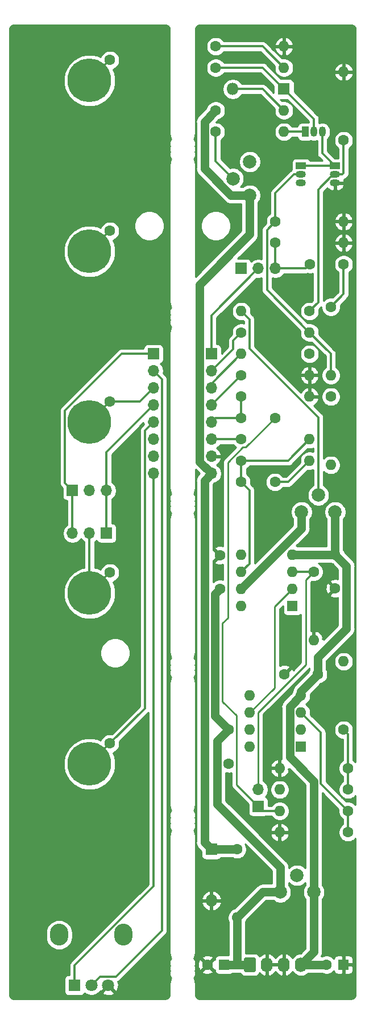
<source format=gtl>
%TF.GenerationSoftware,KiCad,Pcbnew,(5.1.8-0-10_14)*%
%TF.CreationDate,2021-07-08T18:47:32+01:00*%
%TF.ProjectId,serge-r6-gate-ringmod,73657267-652d-4723-962d-676174652d72,rev?*%
%TF.SameCoordinates,Original*%
%TF.FileFunction,Copper,L1,Top*%
%TF.FilePolarity,Positive*%
%FSLAX46Y46*%
G04 Gerber Fmt 4.6, Leading zero omitted, Abs format (unit mm)*
G04 Created by KiCad (PCBNEW (5.1.8-0-10_14)) date 2021-07-08 18:47:32*
%MOMM*%
%LPD*%
G01*
G04 APERTURE LIST*
%TA.AperFunction,ComponentPad*%
%ADD10O,1.700000X1.700000*%
%TD*%
%TA.AperFunction,ComponentPad*%
%ADD11R,1.700000X1.700000*%
%TD*%
%TA.AperFunction,ComponentPad*%
%ADD12O,1.740000X2.190000*%
%TD*%
%TA.AperFunction,ComponentPad*%
%ADD13C,1.600000*%
%TD*%
%TA.AperFunction,ComponentPad*%
%ADD14O,1.600000X1.600000*%
%TD*%
%TA.AperFunction,ComponentPad*%
%ADD15R,1.600000X1.600000*%
%TD*%
%TA.AperFunction,ComponentPad*%
%ADD16O,2.720000X3.240000*%
%TD*%
%TA.AperFunction,ComponentPad*%
%ADD17C,1.800000*%
%TD*%
%TA.AperFunction,ComponentPad*%
%ADD18R,1.800000X1.800000*%
%TD*%
%TA.AperFunction,ComponentPad*%
%ADD19C,2.000000*%
%TD*%
%TA.AperFunction,ComponentPad*%
%ADD20R,1.500000X1.050000*%
%TD*%
%TA.AperFunction,ComponentPad*%
%ADD21O,1.500000X1.050000*%
%TD*%
%TA.AperFunction,ComponentPad*%
%ADD22R,1.050000X1.500000*%
%TD*%
%TA.AperFunction,ComponentPad*%
%ADD23O,1.050000X1.500000*%
%TD*%
%TA.AperFunction,ComponentPad*%
%ADD24C,6.500000*%
%TD*%
%TA.AperFunction,ComponentPad*%
%ADD25O,1.800000X1.800000*%
%TD*%
%TA.AperFunction,Conductor*%
%ADD26C,0.304800*%
%TD*%
%TA.AperFunction,Conductor*%
%ADD27C,0.254000*%
%TD*%
%TA.AperFunction,Conductor*%
%ADD28C,1.270000*%
%TD*%
%TA.AperFunction,Conductor*%
%ADD29C,0.100000*%
%TD*%
G04 APERTURE END LIST*
D10*
%TO.P,J11,3*%
%TO.N,/LIN_CV_CTRL*%
X96774000Y-107950000D03*
%TO.P,J11,2*%
%TO.N,Net-(J11-Pad2)*%
X99314000Y-107950000D03*
D11*
%TO.P,J11,1*%
%TO.N,/DC_IN_CTRL*%
X101854000Y-107950000D03*
%TD*%
D10*
%TO.P,J10,3*%
%TO.N,/DC_IN_CTRL*%
X101854000Y-101600000D03*
%TO.P,J10,2*%
%TO.N,Net-(J10-Pad2)*%
X99314000Y-101600000D03*
D11*
%TO.P,J10,1*%
%TO.N,/LIN_CV_CTRL*%
X96774000Y-101600000D03*
%TD*%
D12*
%TO.P,J9,4*%
%TO.N,-12V*%
X130810000Y-172085000D03*
%TO.P,J9,3*%
%TO.N,GND*%
X128270000Y-172085000D03*
%TO.P,J9,2*%
X125730000Y-172085000D03*
%TO.P,J9,1*%
%TO.N,+12V*%
%TA.AperFunction,ComponentPad*%
G36*
G01*
X122320000Y-172930001D02*
X122320000Y-171239999D01*
G75*
G02*
X122569999Y-170990000I249999J0D01*
G01*
X123810001Y-170990000D01*
G75*
G02*
X124060000Y-171239999I0J-249999D01*
G01*
X124060000Y-172930001D01*
G75*
G02*
X123810001Y-173180000I-249999J0D01*
G01*
X122569999Y-173180000D01*
G75*
G02*
X122320000Y-172930001I0J249999D01*
G01*
G37*
%TD.AperFunction*%
%TD*%
D13*
%TO.P,C9,2*%
%TO.N,-12V*%
X133350000Y-128905000D03*
%TO.P,C9,1*%
%TO.N,GND*%
X128350000Y-128905000D03*
%TD*%
%TO.P,C8,2*%
%TO.N,GND*%
X120015000Y-142160000D03*
%TO.P,C8,1*%
%TO.N,+12V*%
X120015000Y-137160000D03*
%TD*%
%TO.P,C7,2*%
%TO.N,-12V*%
X135890000Y-111125000D03*
%TO.P,C7,1*%
%TO.N,GND*%
X135890000Y-116125000D03*
%TD*%
%TO.P,C6,2*%
%TO.N,GND*%
X118745000Y-111205000D03*
%TO.P,C6,1*%
%TO.N,+12V*%
X118745000Y-116205000D03*
%TD*%
%TO.P,C3,2*%
%TO.N,Net-(C3-Pad2)*%
X126920000Y-100330000D03*
%TO.P,C3,1*%
%TO.N,Net-(C3-Pad1)*%
X121920000Y-100330000D03*
%TD*%
%TO.P,C2,2*%
%TO.N,Net-(C2-Pad2)*%
X137160000Y-67945000D03*
%TO.P,C2,1*%
%TO.N,Net-(C2-Pad1)*%
X132160000Y-67945000D03*
%TD*%
%TO.P,C1,2*%
%TO.N,/AC_IN_X_IN_MAIN*%
X121920000Y-90805000D03*
%TO.P,C1,1*%
%TO.N,Net-(C1-Pad1)*%
X126920000Y-90805000D03*
%TD*%
D14*
%TO.P,U2,8*%
%TO.N,Net-(U2-Pad8)*%
X121920000Y-118745000D03*
%TO.P,U2,4*%
%TO.N,-12V*%
X129540000Y-111125000D03*
%TO.P,U2,7*%
%TO.N,+12V*%
X121920000Y-116205000D03*
%TO.P,U2,3*%
%TO.N,Net-(JP1-Pad2)*%
X129540000Y-113665000D03*
%TO.P,U2,6*%
%TO.N,Net-(C3-Pad1)*%
X121920000Y-113665000D03*
%TO.P,U2,2*%
%TO.N,Net-(C3-Pad2)*%
X129540000Y-116205000D03*
%TO.P,U2,5*%
%TO.N,Net-(U2-Pad5)*%
X121920000Y-111125000D03*
D15*
%TO.P,U2,1*%
%TO.N,Net-(U2-Pad1)*%
X129540000Y-118745000D03*
%TD*%
D14*
%TO.P,U1,8*%
%TO.N,Net-(U1-Pad8)*%
X123190000Y-139700000D03*
%TO.P,U1,4*%
%TO.N,-12V*%
X130810000Y-132080000D03*
%TO.P,U1,7*%
%TO.N,+12V*%
X123190000Y-137160000D03*
%TO.P,U1,3*%
%TO.N,Net-(R11-Pad1)*%
X130810000Y-134620000D03*
%TO.P,U1,6*%
%TO.N,Net-(C3-Pad2)*%
X123190000Y-134620000D03*
%TO.P,U1,2*%
%TO.N,Net-(R1-Pad1)*%
X130810000Y-137160000D03*
%TO.P,U1,5*%
%TO.N,Net-(R15-Pad2)*%
X123190000Y-132080000D03*
D15*
%TO.P,U1,1*%
%TO.N,Net-(U1-Pad1)*%
X130810000Y-139700000D03*
%TD*%
D16*
%TO.P,RV4,*%
%TO.N,*%
X94794000Y-167640000D03*
X104394000Y-167640000D03*
D17*
%TO.P,RV4,3*%
%TO.N,GND1*%
X102094000Y-175140000D03*
%TO.P,RV4,2*%
%TO.N,/GAIN_X_XY_CTRL*%
X99594000Y-175140000D03*
D18*
%TO.P,RV4,1*%
%TO.N,/6V_CTRL*%
X97094000Y-175140000D03*
%TD*%
D19*
%TO.P,RV3,2*%
%TO.N,Net-(R14-Pad1)*%
X120690000Y-55205000D03*
%TO.P,RV3,1*%
%TO.N,+6V*%
X123190000Y-57705000D03*
%TO.P,RV3,3*%
%TO.N,Net-(RV3-Pad3)*%
X123190000Y-52705000D03*
%TD*%
%TO.P,RV2,3*%
%TO.N,-12V*%
X135890000Y-104775000D03*
%TO.P,RV2,1*%
%TO.N,+12V*%
X130890000Y-104775000D03*
%TO.P,RV2,2*%
%TO.N,Net-(R3-Pad2)*%
X133390000Y-102275000D03*
%TD*%
%TO.P,RV1,3*%
%TO.N,-12V*%
X132715000Y-161290000D03*
%TO.P,RV1,1*%
%TO.N,+12V*%
X127715000Y-161290000D03*
%TO.P,RV1,2*%
%TO.N,Net-(R1-Pad2)*%
X130215000Y-158790000D03*
%TD*%
D14*
%TO.P,R23,2*%
%TO.N,+12V*%
X121285000Y-165100000D03*
D13*
%TO.P,R23,1*%
%TO.N,+6V*%
X121285000Y-154940000D03*
%TD*%
D14*
%TO.P,R22,2*%
%TO.N,Net-(C3-Pad1)*%
X132080000Y-93980000D03*
D13*
%TO.P,R22,1*%
%TO.N,/OUT_MAIN*%
X121920000Y-93980000D03*
%TD*%
D14*
%TO.P,R21,2*%
%TO.N,Net-(C3-Pad2)*%
X132080000Y-97155000D03*
D13*
%TO.P,R21,1*%
%TO.N,Net-(C3-Pad1)*%
X121920000Y-97155000D03*
%TD*%
D14*
%TO.P,R20,2*%
%TO.N,GND*%
X137160000Y-64770000D03*
D13*
%TO.P,R20,1*%
%TO.N,Net-(C2-Pad1)*%
X127000000Y-64770000D03*
%TD*%
%TO.P,R19,1*%
%TO.N,/GAIN_X_XY_MAIN*%
X121920000Y-78105000D03*
D14*
%TO.P,R19,2*%
%TO.N,Net-(Q3-Pad2)*%
X132080000Y-78105000D03*
%TD*%
%TO.P,R18,2*%
%TO.N,GND*%
X132715000Y-123825000D03*
D13*
%TO.P,R18,1*%
%TO.N,Net-(JP1-Pad2)*%
X132715000Y-113665000D03*
%TD*%
D14*
%TO.P,R17,2*%
%TO.N,GND*%
X137160000Y-61595000D03*
D13*
%TO.P,R17,1*%
%TO.N,Net-(Q3-Pad2)*%
X127000000Y-61595000D03*
%TD*%
D14*
%TO.P,R16,2*%
%TO.N,Net-(Q3-Pad2)*%
X135255000Y-84455000D03*
D13*
%TO.P,R16,1*%
%TO.N,Net-(C2-Pad2)*%
X135255000Y-74295000D03*
%TD*%
D14*
%TO.P,R15,2*%
%TO.N,Net-(R15-Pad2)*%
X135255000Y-97790000D03*
D13*
%TO.P,R15,1*%
%TO.N,Net-(Q3-Pad3)*%
X135255000Y-87630000D03*
%TD*%
D14*
%TO.P,R14,2*%
%TO.N,Net-(Q2-Pad1)*%
X128270000Y-48260000D03*
D13*
%TO.P,R14,1*%
%TO.N,Net-(R14-Pad1)*%
X118110000Y-48260000D03*
%TD*%
D14*
%TO.P,R13,2*%
%TO.N,Net-(D1-Pad2)*%
X128270000Y-45085000D03*
D13*
%TO.P,R13,1*%
%TO.N,+6V*%
X118110000Y-45085000D03*
%TD*%
D14*
%TO.P,R12,2*%
%TO.N,GND*%
X127635000Y-152400000D03*
D13*
%TO.P,R12,1*%
%TO.N,Net-(R11-Pad1)*%
X137795000Y-152400000D03*
%TD*%
D14*
%TO.P,R11,2*%
%TO.N,Net-(C1-Pad1)*%
X127635000Y-149225000D03*
D13*
%TO.P,R11,1*%
%TO.N,Net-(R11-Pad1)*%
X137795000Y-149225000D03*
%TD*%
D14*
%TO.P,R10,2*%
%TO.N,/LIN_CV*%
X128270000Y-38735000D03*
D13*
%TO.P,R10,1*%
%TO.N,Net-(D1-Pad1)*%
X118110000Y-38735000D03*
%TD*%
D14*
%TO.P,R9,2*%
%TO.N,GND*%
X127635000Y-142875000D03*
D13*
%TO.P,R9,1*%
%TO.N,Net-(R1-Pad1)*%
X137795000Y-142875000D03*
%TD*%
D14*
%TO.P,R8,2*%
%TO.N,GND*%
X128270000Y-35560000D03*
D13*
%TO.P,R8,1*%
%TO.N,/LIN_CV*%
X118110000Y-35560000D03*
%TD*%
D14*
%TO.P,R7,2*%
%TO.N,/DC_IN_VC_Y_MAIN*%
X137160000Y-127000000D03*
D13*
%TO.P,R7,1*%
%TO.N,Net-(R1-Pad1)*%
X137160000Y-137160000D03*
%TD*%
D14*
%TO.P,R6,2*%
%TO.N,GND*%
X137160000Y-39370000D03*
D13*
%TO.P,R6,1*%
%TO.N,Net-(Q1-Pad2)*%
X137160000Y-49530000D03*
%TD*%
D14*
%TO.P,R5,2*%
%TO.N,GND*%
X132080000Y-84455000D03*
D13*
%TO.P,R5,1*%
%TO.N,/DC_IN_VC_Y_MAIN*%
X121920000Y-84455000D03*
%TD*%
D14*
%TO.P,R4,2*%
%TO.N,GND*%
X132080000Y-87630000D03*
D13*
%TO.P,R4,1*%
%TO.N,/AC_IN_X_IN_MAIN*%
X121920000Y-87630000D03*
%TD*%
D14*
%TO.P,R3,2*%
%TO.N,Net-(R3-Pad2)*%
X121920000Y-74930000D03*
D13*
%TO.P,R3,1*%
%TO.N,Net-(Q1-Pad2)*%
X132080000Y-74930000D03*
%TD*%
D14*
%TO.P,R2,2*%
%TO.N,/LOG_CV_VC_X_MAIN*%
X121920000Y-81280000D03*
D13*
%TO.P,R2,1*%
%TO.N,Net-(Q1-Pad2)*%
X132080000Y-81280000D03*
%TD*%
D14*
%TO.P,R1,2*%
%TO.N,Net-(R1-Pad2)*%
X127635000Y-146050000D03*
D13*
%TO.P,R1,1*%
%TO.N,Net-(R1-Pad1)*%
X137795000Y-146050000D03*
%TD*%
D20*
%TO.P,Q3,1*%
%TO.N,Net-(Q1-Pad1)*%
X130810000Y-53340000D03*
D21*
%TO.P,Q3,3*%
%TO.N,Net-(Q3-Pad3)*%
X130810000Y-55880000D03*
%TO.P,Q3,2*%
%TO.N,Net-(Q3-Pad2)*%
X130810000Y-54610000D03*
%TD*%
D22*
%TO.P,Q2,1*%
%TO.N,Net-(Q2-Pad1)*%
X131445000Y-48260000D03*
D23*
%TO.P,Q2,3*%
%TO.N,Net-(Q1-Pad1)*%
X133985000Y-48260000D03*
%TO.P,Q2,2*%
%TO.N,Net-(D1-Pad1)*%
X132715000Y-48260000D03*
%TD*%
D20*
%TO.P,Q1,1*%
%TO.N,Net-(Q1-Pad1)*%
X135890000Y-53340000D03*
D21*
%TO.P,Q1,3*%
%TO.N,GND*%
X135890000Y-55880000D03*
%TO.P,Q1,2*%
%TO.N,Net-(Q1-Pad2)*%
X135890000Y-54610000D03*
%TD*%
D10*
%TO.P,JP1,2*%
%TO.N,Net-(JP1-Pad2)*%
X124460000Y-146050000D03*
D11*
%TO.P,JP1,1*%
%TO.N,Net-(C1-Pad1)*%
X124460000Y-148590000D03*
%TD*%
D10*
%TO.P,J8,8*%
%TO.N,+6V*%
X117475000Y-99060000D03*
%TO.P,J8,7*%
%TO.N,GND*%
X117475000Y-96520000D03*
%TO.P,J8,6*%
%TO.N,/OUT_MAIN*%
X117475000Y-93980000D03*
%TO.P,J8,5*%
%TO.N,/AC_IN_X_IN_MAIN*%
X117475000Y-91440000D03*
%TO.P,J8,4*%
%TO.N,/DC_IN_VC_Y_MAIN*%
X117475000Y-88900000D03*
%TO.P,J8,3*%
%TO.N,/LOG_CV_VC_X_MAIN*%
X117475000Y-86360000D03*
%TO.P,J8,2*%
%TO.N,/GAIN_X_XY_MAIN*%
X117475000Y-83820000D03*
D11*
%TO.P,J8,1*%
%TO.N,/LIN_CV_Y_IN_MAIN*%
X117475000Y-81280000D03*
%TD*%
D10*
%TO.P,J7,8*%
%TO.N,/6V_CTRL*%
X108839000Y-99060000D03*
%TO.P,J7,7*%
%TO.N,GND1*%
X108839000Y-96520000D03*
%TO.P,J7,6*%
%TO.N,/OUT_CTRL*%
X108839000Y-93980000D03*
%TO.P,J7,5*%
%TO.N,/AC_IN_X_IN_CTRL*%
X108839000Y-91440000D03*
%TO.P,J7,4*%
%TO.N,/DC_IN_CTRL*%
X108839000Y-88900000D03*
%TO.P,J7,3*%
%TO.N,/LOG_CV_VC_X_CTRL*%
X108839000Y-86360000D03*
%TO.P,J7,2*%
%TO.N,/GAIN_X_XY_CTRL*%
X108839000Y-83820000D03*
D11*
%TO.P,J7,1*%
%TO.N,/LIN_CV_CTRL*%
X108839000Y-81280000D03*
%TD*%
D13*
%TO.P,J6,1*%
%TO.N,/OUT_CTRL*%
X102362000Y-37592000D03*
D24*
X99314000Y-40640000D03*
%TD*%
D13*
%TO.P,J5,1*%
%TO.N,Net-(J10-Pad2)*%
X102362000Y-62992000D03*
D24*
X99314000Y-66040000D03*
%TD*%
D10*
%TO.P,J4,3*%
%TO.N,Net-(C2-Pad1)*%
X127000000Y-68580000D03*
%TO.P,J4,2*%
%TO.N,/LIN_CV_Y_IN_MAIN*%
X124460000Y-68580000D03*
D11*
%TO.P,J4,1*%
%TO.N,/LIN_CV*%
X121920000Y-68580000D03*
%TD*%
D13*
%TO.P,J3,1*%
%TO.N,Net-(J11-Pad2)*%
X102362000Y-113792000D03*
D24*
X99314000Y-116840000D03*
%TD*%
D13*
%TO.P,J2,1*%
%TO.N,/AC_IN_X_IN_CTRL*%
X102362000Y-139192000D03*
D24*
X99314000Y-142240000D03*
%TD*%
D13*
%TO.P,J1,1*%
%TO.N,/LOG_CV_VC_X_CTRL*%
X102362000Y-88392000D03*
D24*
X99314000Y-91440000D03*
%TD*%
D25*
%TO.P,D2,2*%
%TO.N,GND*%
X117475000Y-162560000D03*
D18*
%TO.P,D2,1*%
%TO.N,+6V*%
X117475000Y-154940000D03*
%TD*%
D25*
%TO.P,D1,2*%
%TO.N,Net-(D1-Pad2)*%
X120650000Y-41910000D03*
D18*
%TO.P,D1,1*%
%TO.N,Net-(D1-Pad1)*%
X128270000Y-41910000D03*
%TD*%
D13*
%TO.P,C5,2*%
%TO.N,-12V*%
X134620000Y-172085000D03*
D15*
%TO.P,C5,1*%
%TO.N,GND*%
X137120000Y-172085000D03*
%TD*%
D13*
%TO.P,C4,2*%
%TO.N,GND*%
X116880000Y-172085000D03*
D15*
%TO.P,C4,1*%
%TO.N,+12V*%
X119380000Y-172085000D03*
%TD*%
D26*
%TO.N,/AC_IN_X_IN_MAIN*%
X121920000Y-87630000D02*
X121920000Y-90805000D01*
X118110000Y-90805000D02*
X117475000Y-91440000D01*
X121920000Y-90805000D02*
X118110000Y-90805000D01*
%TO.N,Net-(C1-Pad1)*%
X125095000Y-149225000D02*
X124460000Y-148590000D01*
X127635000Y-149225000D02*
X125095000Y-149225000D01*
D27*
X122166117Y-95161001D02*
X119926001Y-97401117D01*
X119926001Y-97401117D02*
X119926001Y-120484999D01*
X122563999Y-95161001D02*
X122166117Y-95161001D01*
X126920000Y-90805000D02*
X122563999Y-95161001D01*
X119926001Y-120484999D02*
X119126000Y-121285000D01*
X119126000Y-121285000D02*
X119126000Y-132969000D01*
X121196001Y-145326001D02*
X124460000Y-148590000D01*
X121196001Y-135039001D02*
X121196001Y-145326001D01*
X119126000Y-132969000D02*
X121196001Y-135039001D01*
D26*
%TO.N,Net-(C2-Pad2)*%
X137160000Y-72390000D02*
X135255000Y-74295000D01*
X137160000Y-67945000D02*
X137160000Y-72390000D01*
%TO.N,Net-(C2-Pad1)*%
X127000000Y-68580000D02*
X127000000Y-64770000D01*
X131525000Y-68580000D02*
X132160000Y-67945000D01*
X127000000Y-68580000D02*
X131525000Y-68580000D01*
%TO.N,Net-(C3-Pad2)*%
X128905000Y-100330000D02*
X132080000Y-97155000D01*
X126920000Y-100330000D02*
X128905000Y-100330000D01*
X129540000Y-116413478D02*
X129540000Y-116205000D01*
D27*
X123190000Y-134620000D02*
X126873000Y-130937000D01*
X126873000Y-118872000D02*
X129540000Y-116205000D01*
X126873000Y-130937000D02*
X126873000Y-118872000D01*
D26*
%TO.N,Net-(C3-Pad1)*%
X128905000Y-97155000D02*
X132080000Y-93980000D01*
X121920000Y-97155000D02*
X128905000Y-97155000D01*
X121920000Y-100330000D02*
X121920000Y-97155000D01*
X123126401Y-101536401D02*
X121920000Y-100330000D01*
X121920000Y-113665000D02*
X123126401Y-112458599D01*
X123126401Y-112458599D02*
X123126401Y-101536401D01*
D28*
%TO.N,+12V*%
X121285000Y-165100000D02*
X121285000Y-172085000D01*
X121285000Y-172085000D02*
X119380000Y-172085000D01*
X123190000Y-172085000D02*
X121285000Y-172085000D01*
X125095000Y-161290000D02*
X121285000Y-165100000D01*
X127715000Y-161290000D02*
X125095000Y-161290000D01*
X118325999Y-138849001D02*
X120015000Y-137160000D01*
X127715000Y-157593722D02*
X118325999Y-148204721D01*
X118325999Y-148204721D02*
X118325999Y-138849001D01*
X127715000Y-161290000D02*
X127715000Y-157593722D01*
X117945001Y-117004999D02*
X118745000Y-116205000D01*
X117945001Y-135090001D02*
X117945001Y-117004999D01*
X120015000Y-137160000D02*
X117945001Y-135090001D01*
X130890000Y-107235000D02*
X130890000Y-104775000D01*
X121920000Y-116205000D02*
X130890000Y-107235000D01*
%TO.N,-12V*%
X130810000Y-172085000D02*
X134620000Y-172085000D01*
X132715000Y-170180000D02*
X130810000Y-172085000D01*
X132715000Y-161290000D02*
X132715000Y-170180000D01*
X129120999Y-141211201D02*
X129120999Y-133769001D01*
X129120999Y-133769001D02*
X130810000Y-132080000D01*
X132715000Y-144805202D02*
X129120999Y-141211201D01*
X132715000Y-161290000D02*
X132715000Y-144805202D01*
X137579001Y-112814001D02*
X135890000Y-111125000D01*
X137579001Y-122135999D02*
X137579001Y-112814001D01*
X135890000Y-111125000D02*
X129540000Y-111125000D01*
X130810000Y-131445000D02*
X133350000Y-128905000D01*
X130810000Y-132080000D02*
X130810000Y-131445000D01*
X133350000Y-126365000D02*
X137579001Y-122135999D01*
X133350000Y-128905000D02*
X133350000Y-126365000D01*
X135890000Y-111125000D02*
X135890000Y-104775000D01*
D26*
%TO.N,Net-(D1-Pad2)*%
X125095000Y-41910000D02*
X128270000Y-45085000D01*
X120650000Y-41910000D02*
X125095000Y-41910000D01*
%TO.N,Net-(D1-Pad1)*%
X125095000Y-38735000D02*
X128270000Y-41910000D01*
X118110000Y-38735000D02*
X125095000Y-38735000D01*
X132715000Y-46355000D02*
X132715000Y-48260000D01*
X128270000Y-41910000D02*
X132715000Y-46355000D01*
D28*
%TO.N,+6V*%
X121285000Y-154940000D02*
X117475000Y-154940000D01*
X116420991Y-153885991D02*
X117475000Y-154940000D01*
X116420991Y-100114009D02*
X116420991Y-153885991D01*
X117475000Y-99060000D02*
X116420991Y-100114009D01*
X116420999Y-46774001D02*
X118110000Y-45085000D01*
X120394278Y-57705000D02*
X116420999Y-53731721D01*
X116420999Y-53731721D02*
X116420999Y-46774001D01*
X123190000Y-57705000D02*
X120394278Y-57705000D01*
X123190000Y-63500000D02*
X123190000Y-57705000D01*
X115735999Y-97320999D02*
X115735999Y-70954001D01*
X115735999Y-70954001D02*
X123190000Y-63500000D01*
X117475000Y-99060000D02*
X115735999Y-97320999D01*
D26*
%TO.N,/AC_IN_X_IN_CTRL*%
X99314000Y-142240000D02*
X102362000Y-139192000D01*
X107582599Y-92696401D02*
X107582599Y-133971401D01*
X107582599Y-133971401D02*
X102362000Y-139192000D01*
X108839000Y-91440000D02*
X107582599Y-92696401D01*
%TO.N,/LIN_CV_Y_IN_MAIN*%
X117475000Y-75565000D02*
X124460000Y-68580000D01*
X117475000Y-81280000D02*
X117475000Y-75565000D01*
%TO.N,/LIN_CV*%
X125095000Y-35560000D02*
X128270000Y-38735000D01*
X118110000Y-35560000D02*
X125095000Y-35560000D01*
%TO.N,/OUT_CTRL*%
X99314000Y-40640000D02*
X102362000Y-37592000D01*
%TO.N,/6V_CTRL*%
X108839000Y-160436920D02*
X97094000Y-172181920D01*
X97094000Y-172181920D02*
X97094000Y-175140000D01*
X108839000Y-99060000D02*
X108839000Y-160436920D01*
%TO.N,/GAIN_X_XY_CTRL*%
X110095401Y-167018599D02*
X110095401Y-85076401D01*
X110095401Y-85076401D02*
X108839000Y-83820000D01*
X100900401Y-173833599D02*
X103280401Y-173833599D01*
X103280401Y-173833599D02*
X110095401Y-167018599D01*
X99594000Y-175140000D02*
X100900401Y-173833599D01*
%TO.N,/OUT_MAIN*%
X117475000Y-93980000D02*
X121920000Y-93980000D01*
%TO.N,/GAIN_X_XY_MAIN*%
X120713599Y-80581401D02*
X117475000Y-83820000D01*
X120713599Y-79311401D02*
X120713599Y-80581401D01*
X121920000Y-78105000D02*
X120713599Y-79311401D01*
%TO.N,Net-(JP1-Pad2)*%
X132715000Y-113665000D02*
X129540000Y-113665000D01*
D27*
X131533999Y-127468883D02*
X131533999Y-114846001D01*
X124460000Y-134542882D02*
X131533999Y-127468883D01*
X131533999Y-114846001D02*
X132715000Y-113665000D01*
X124460000Y-146050000D02*
X124460000Y-134542882D01*
D26*
%TO.N,Net-(Q1-Pad1)*%
X133985000Y-51435000D02*
X135890000Y-53340000D01*
X133985000Y-48260000D02*
X133985000Y-51435000D01*
X130810000Y-53340000D02*
X135890000Y-53340000D01*
%TO.N,Net-(Q1-Pad2)*%
X136944800Y-54610000D02*
X135890000Y-54610000D01*
X137160000Y-54394800D02*
X136944800Y-54610000D01*
X137160000Y-49530000D02*
X137160000Y-54394800D01*
X133366401Y-73643599D02*
X132080000Y-74930000D01*
X133366401Y-56861387D02*
X133366401Y-73643599D01*
X135279198Y-54948590D02*
X133366401Y-56861387D01*
X135551410Y-54948590D02*
X135279198Y-54948590D01*
X135890000Y-54610000D02*
X135551410Y-54948590D01*
%TO.N,Net-(Q2-Pad1)*%
X128270000Y-48260000D02*
X131445000Y-48260000D01*
%TO.N,Net-(Q3-Pad2)*%
X129755200Y-54610000D02*
X130810000Y-54610000D01*
X127000000Y-57365200D02*
X129755200Y-54610000D01*
X127000000Y-61595000D02*
X127000000Y-57365200D01*
X125743599Y-71768599D02*
X132080000Y-78105000D01*
X125743599Y-62851401D02*
X125743599Y-71768599D01*
X127000000Y-61595000D02*
X125743599Y-62851401D01*
X135255000Y-81280000D02*
X135255000Y-84455000D01*
X132080000Y-78105000D02*
X135255000Y-81280000D01*
%TO.N,Net-(R1-Pad1)*%
X137795000Y-146050000D02*
X137795000Y-142875000D01*
X137795000Y-137795000D02*
X137160000Y-137160000D01*
X137795000Y-142875000D02*
X137795000Y-137795000D01*
%TO.N,Net-(R3-Pad2)*%
X123126401Y-80461875D02*
X123126401Y-76136401D01*
X123126401Y-76136401D02*
X121920000Y-74930000D01*
X133390000Y-90725474D02*
X123126401Y-80461875D01*
X133390000Y-102275000D02*
X133390000Y-90725474D01*
%TO.N,Net-(R11-Pad1)*%
X133756409Y-145186409D02*
X137795000Y-149225000D01*
X133756409Y-137566409D02*
X133756409Y-145186409D01*
X130810000Y-134620000D02*
X133756409Y-137566409D01*
X137795000Y-152400000D02*
X137795000Y-149225000D01*
%TO.N,Net-(R14-Pad1)*%
X118110000Y-52625000D02*
X120690000Y-55205000D01*
X118110000Y-48260000D02*
X118110000Y-52625000D01*
%TO.N,/LOG_CV_VC_X_CTRL*%
X99314000Y-91440000D02*
X102362000Y-88392000D01*
X106807000Y-88392000D02*
X108839000Y-86360000D01*
X102362000Y-88392000D02*
X106807000Y-88392000D01*
%TO.N,Net-(J11-Pad2)*%
X99314000Y-107950000D02*
X99314000Y-116840000D01*
X102362000Y-113792000D02*
X99314000Y-116840000D01*
%TO.N,Net-(J10-Pad2)*%
X102362000Y-62992000D02*
X99314000Y-66040000D01*
%TO.N,/DC_IN_CTRL*%
X101854000Y-95885000D02*
X101854000Y-101600000D01*
X108839000Y-88900000D02*
X101854000Y-95885000D01*
X101854000Y-101600000D02*
X101854000Y-107950000D01*
%TO.N,/LIN_CV_CTRL*%
X104062526Y-81280000D02*
X108839000Y-81280000D01*
X95657599Y-100483599D02*
X95657599Y-89684927D01*
X95657599Y-89684927D02*
X104062526Y-81280000D01*
X96774000Y-101600000D02*
X95657599Y-100483599D01*
X96774000Y-101600000D02*
X96774000Y-107950000D01*
%TO.N,/DC_IN_VC_Y_MAIN*%
X121920000Y-84455000D02*
X117475000Y-88900000D01*
%TO.N,/LOG_CV_VC_X_MAIN*%
X117475000Y-85725000D02*
X117475000Y-86360000D01*
X121920000Y-81280000D02*
X117475000Y-85725000D01*
%TD*%
D27*
%TO.N,GND1*%
X110734869Y-32424722D02*
X110848246Y-32458953D01*
X110952819Y-32514555D01*
X111044596Y-32589407D01*
X111120091Y-32680664D01*
X111176419Y-32784844D01*
X111211440Y-32897976D01*
X111227001Y-33046031D01*
X111227000Y-48482918D01*
X111230274Y-48516160D01*
X111230274Y-48532637D01*
X111231237Y-48541802D01*
X111258866Y-48788118D01*
X111271297Y-48846598D01*
X111282921Y-48905308D01*
X111285647Y-48914111D01*
X111360592Y-49150369D01*
X111384146Y-49205324D01*
X111406953Y-49260658D01*
X111411336Y-49268764D01*
X111455792Y-49349629D01*
X111369576Y-49435845D01*
X111272723Y-49580795D01*
X111206010Y-49741855D01*
X111172000Y-49912835D01*
X111172000Y-50087165D01*
X111206010Y-50258145D01*
X111264768Y-50400000D01*
X111206010Y-50541855D01*
X111172000Y-50712835D01*
X111172000Y-50887165D01*
X111206010Y-51058145D01*
X111264768Y-51200000D01*
X111206010Y-51341855D01*
X111172000Y-51512835D01*
X111172000Y-51687165D01*
X111206010Y-51858145D01*
X111272723Y-52019205D01*
X111369576Y-52164155D01*
X111455980Y-52250559D01*
X111400081Y-52355691D01*
X111377298Y-52410968D01*
X111353721Y-52465975D01*
X111350997Y-52474778D01*
X111279357Y-52712059D01*
X111267736Y-52770746D01*
X111255300Y-52829252D01*
X111254337Y-52838417D01*
X111230150Y-53085095D01*
X111230150Y-53085108D01*
X111227001Y-53117081D01*
X111227000Y-73501918D01*
X111230274Y-73535160D01*
X111230274Y-73551637D01*
X111231237Y-73560802D01*
X111258866Y-73807118D01*
X111271297Y-73865598D01*
X111282921Y-73924308D01*
X111285647Y-73933111D01*
X111360592Y-74169369D01*
X111384146Y-74224324D01*
X111406953Y-74279658D01*
X111411336Y-74287764D01*
X111455792Y-74368629D01*
X111369576Y-74454845D01*
X111272723Y-74599795D01*
X111206010Y-74760855D01*
X111172000Y-74931835D01*
X111172000Y-75106165D01*
X111206010Y-75277145D01*
X111264768Y-75419000D01*
X111206010Y-75560855D01*
X111172000Y-75731835D01*
X111172000Y-75906165D01*
X111206010Y-76077145D01*
X111264768Y-76219000D01*
X111206010Y-76360855D01*
X111172000Y-76531835D01*
X111172000Y-76706165D01*
X111206010Y-76877145D01*
X111272723Y-77038205D01*
X111369576Y-77183155D01*
X111455980Y-77269559D01*
X111400081Y-77374691D01*
X111377298Y-77429968D01*
X111353721Y-77484975D01*
X111350997Y-77493778D01*
X111279357Y-77731059D01*
X111267736Y-77789746D01*
X111255300Y-77848252D01*
X111254337Y-77857417D01*
X111230158Y-78104015D01*
X111227000Y-78136082D01*
X111227001Y-101187919D01*
X111230274Y-101221151D01*
X111230274Y-101237637D01*
X111231237Y-101246802D01*
X111258866Y-101493118D01*
X111271297Y-101551598D01*
X111282921Y-101610308D01*
X111285647Y-101619111D01*
X111360592Y-101855369D01*
X111384146Y-101910324D01*
X111406953Y-101965658D01*
X111411336Y-101973764D01*
X111455792Y-102054629D01*
X111369576Y-102140845D01*
X111272723Y-102285795D01*
X111206010Y-102446855D01*
X111172000Y-102617835D01*
X111172000Y-102792165D01*
X111206010Y-102963145D01*
X111264768Y-103105000D01*
X111206010Y-103246855D01*
X111172000Y-103417835D01*
X111172000Y-103592165D01*
X111206010Y-103763145D01*
X111264768Y-103905000D01*
X111206010Y-104046855D01*
X111172000Y-104217835D01*
X111172000Y-104392165D01*
X111206010Y-104563145D01*
X111272723Y-104724205D01*
X111369576Y-104869155D01*
X111455980Y-104955559D01*
X111400081Y-105060691D01*
X111377298Y-105115968D01*
X111353721Y-105170975D01*
X111350997Y-105179778D01*
X111279357Y-105417059D01*
X111267736Y-105475746D01*
X111255300Y-105534252D01*
X111254337Y-105543417D01*
X111230150Y-105790095D01*
X111230150Y-105790108D01*
X111227001Y-105822081D01*
X111227000Y-125571918D01*
X111230274Y-125605160D01*
X111230274Y-125621637D01*
X111231237Y-125630802D01*
X111258866Y-125877118D01*
X111271297Y-125935598D01*
X111282921Y-125994308D01*
X111285647Y-126003111D01*
X111360592Y-126239369D01*
X111384146Y-126294324D01*
X111406953Y-126349658D01*
X111411336Y-126357764D01*
X111455792Y-126438629D01*
X111369576Y-126524845D01*
X111272723Y-126669795D01*
X111206010Y-126830855D01*
X111172000Y-127001835D01*
X111172000Y-127176165D01*
X111206010Y-127347145D01*
X111264768Y-127489000D01*
X111206010Y-127630855D01*
X111172000Y-127801835D01*
X111172000Y-127976165D01*
X111206010Y-128147145D01*
X111264768Y-128289000D01*
X111206010Y-128430855D01*
X111172000Y-128601835D01*
X111172000Y-128776165D01*
X111206010Y-128947145D01*
X111272723Y-129108205D01*
X111369576Y-129253155D01*
X111455980Y-129339559D01*
X111400081Y-129444691D01*
X111377298Y-129499968D01*
X111353721Y-129554975D01*
X111350997Y-129563778D01*
X111279357Y-129801059D01*
X111267736Y-129859746D01*
X111255300Y-129918252D01*
X111254337Y-129927417D01*
X111230150Y-130174095D01*
X111230150Y-130174108D01*
X111227001Y-130206081D01*
X111227000Y-148304918D01*
X111230274Y-148338160D01*
X111230274Y-148354637D01*
X111231237Y-148363802D01*
X111258866Y-148610118D01*
X111271297Y-148668598D01*
X111282921Y-148727308D01*
X111285647Y-148736111D01*
X111360592Y-148972369D01*
X111384146Y-149027324D01*
X111406953Y-149082658D01*
X111411336Y-149090764D01*
X111455792Y-149171629D01*
X111369576Y-149257845D01*
X111272723Y-149402795D01*
X111206010Y-149563855D01*
X111172000Y-149734835D01*
X111172000Y-149909165D01*
X111206010Y-150080145D01*
X111264768Y-150222000D01*
X111206010Y-150363855D01*
X111172000Y-150534835D01*
X111172000Y-150709165D01*
X111206010Y-150880145D01*
X111264768Y-151022000D01*
X111206010Y-151163855D01*
X111172000Y-151334835D01*
X111172000Y-151509165D01*
X111206010Y-151680145D01*
X111272723Y-151841205D01*
X111369576Y-151986155D01*
X111455980Y-152072559D01*
X111400081Y-152177691D01*
X111377298Y-152232968D01*
X111353721Y-152287975D01*
X111350997Y-152296778D01*
X111279357Y-152534059D01*
X111267736Y-152592746D01*
X111255300Y-152651252D01*
X111254337Y-152660417D01*
X111230150Y-152907095D01*
X111230150Y-152907108D01*
X111227001Y-152939081D01*
X111227000Y-170275918D01*
X111230274Y-170309160D01*
X111230274Y-170325637D01*
X111231237Y-170334802D01*
X111258866Y-170581118D01*
X111271297Y-170639598D01*
X111282921Y-170698308D01*
X111285647Y-170707111D01*
X111360592Y-170943369D01*
X111384146Y-170998324D01*
X111406953Y-171053658D01*
X111411336Y-171061764D01*
X111455792Y-171142629D01*
X111369576Y-171228845D01*
X111272723Y-171373795D01*
X111206010Y-171534855D01*
X111172000Y-171705835D01*
X111172000Y-171880165D01*
X111206010Y-172051145D01*
X111264768Y-172193000D01*
X111206010Y-172334855D01*
X111172000Y-172505835D01*
X111172000Y-172680165D01*
X111206010Y-172851145D01*
X111264768Y-172993000D01*
X111206010Y-173134855D01*
X111172000Y-173305835D01*
X111172000Y-173480165D01*
X111206010Y-173651145D01*
X111272723Y-173812205D01*
X111369576Y-173957155D01*
X111455980Y-174043559D01*
X111400081Y-174148691D01*
X111377298Y-174203968D01*
X111353721Y-174258975D01*
X111350997Y-174267778D01*
X111279357Y-174505059D01*
X111267736Y-174563746D01*
X111255300Y-174622252D01*
X111254337Y-174631417D01*
X111230150Y-174878095D01*
X111230150Y-174878108D01*
X111227001Y-174910081D01*
X111227000Y-176497721D01*
X111212278Y-176647869D01*
X111178047Y-176761246D01*
X111122446Y-176865817D01*
X111047594Y-176957595D01*
X110956335Y-177033091D01*
X110852160Y-177089419D01*
X110739024Y-177124440D01*
X110590979Y-177140000D01*
X88043279Y-177140000D01*
X87893131Y-177125278D01*
X87779754Y-177091047D01*
X87675183Y-177035446D01*
X87583405Y-176960594D01*
X87507909Y-176869335D01*
X87451581Y-176765160D01*
X87416560Y-176652024D01*
X87401000Y-176503979D01*
X87401000Y-167282002D01*
X92799000Y-167282002D01*
X92799000Y-167997997D01*
X92827867Y-168291087D01*
X92941943Y-168667146D01*
X93127193Y-169013725D01*
X93376497Y-169317503D01*
X93680275Y-169566807D01*
X94026853Y-169752057D01*
X94402912Y-169866133D01*
X94794000Y-169904652D01*
X95185087Y-169866133D01*
X95561146Y-169752057D01*
X95907725Y-169566807D01*
X96211503Y-169317503D01*
X96460807Y-169013725D01*
X96646057Y-168667147D01*
X96760133Y-168291088D01*
X96789000Y-167997998D01*
X96789000Y-167282003D01*
X96760133Y-166988913D01*
X96646057Y-166612853D01*
X96460807Y-166266275D01*
X96211503Y-165962497D01*
X95907725Y-165713193D01*
X95561147Y-165527943D01*
X95185088Y-165413867D01*
X94794000Y-165375348D01*
X94402913Y-165413867D01*
X94026854Y-165527943D01*
X93680276Y-165713193D01*
X93376498Y-165962497D01*
X93127193Y-166266275D01*
X92941943Y-166612853D01*
X92827867Y-166988912D01*
X92799000Y-167282002D01*
X87401000Y-167282002D01*
X87401000Y-125509872D01*
X100889000Y-125509872D01*
X100889000Y-125950128D01*
X100974890Y-126381925D01*
X101143369Y-126788669D01*
X101387962Y-127154729D01*
X101699271Y-127466038D01*
X102065331Y-127710631D01*
X102472075Y-127879110D01*
X102903872Y-127965000D01*
X103344128Y-127965000D01*
X103775925Y-127879110D01*
X104182669Y-127710631D01*
X104548729Y-127466038D01*
X104860038Y-127154729D01*
X105104631Y-126788669D01*
X105273110Y-126381925D01*
X105359000Y-125950128D01*
X105359000Y-125509872D01*
X105273110Y-125078075D01*
X105104631Y-124671331D01*
X104860038Y-124305271D01*
X104548729Y-123993962D01*
X104182669Y-123749369D01*
X103775925Y-123580890D01*
X103344128Y-123495000D01*
X102903872Y-123495000D01*
X102472075Y-123580890D01*
X102065331Y-123749369D01*
X101699271Y-123993962D01*
X101387962Y-124305271D01*
X101143369Y-124671331D01*
X100974890Y-125078075D01*
X100889000Y-125509872D01*
X87401000Y-125509872D01*
X87401000Y-89684927D01*
X94866391Y-89684927D01*
X94870200Y-89723600D01*
X94870199Y-100444936D01*
X94866391Y-100483599D01*
X94870199Y-100522262D01*
X94870199Y-100522271D01*
X94881593Y-100637955D01*
X94926617Y-100786381D01*
X94999733Y-100923170D01*
X95098130Y-101043068D01*
X95128176Y-101067726D01*
X95285928Y-101225478D01*
X95285928Y-102450000D01*
X95298188Y-102574482D01*
X95334498Y-102694180D01*
X95393463Y-102804494D01*
X95472815Y-102901185D01*
X95569506Y-102980537D01*
X95679820Y-103039502D01*
X95799518Y-103075812D01*
X95924000Y-103088072D01*
X95986600Y-103088072D01*
X95986601Y-106690129D01*
X95827368Y-106796525D01*
X95620525Y-107003368D01*
X95458010Y-107246589D01*
X95346068Y-107516842D01*
X95289000Y-107803740D01*
X95289000Y-108096260D01*
X95346068Y-108383158D01*
X95458010Y-108653411D01*
X95620525Y-108896632D01*
X95827368Y-109103475D01*
X96070589Y-109265990D01*
X96340842Y-109377932D01*
X96627740Y-109435000D01*
X96920260Y-109435000D01*
X97207158Y-109377932D01*
X97477411Y-109265990D01*
X97720632Y-109103475D01*
X97927475Y-108896632D01*
X98044000Y-108722240D01*
X98160525Y-108896632D01*
X98367368Y-109103475D01*
X98526600Y-109209870D01*
X98526601Y-113035512D01*
X98180787Y-113104298D01*
X97473762Y-113397158D01*
X96837457Y-113822323D01*
X96296323Y-114363457D01*
X95871158Y-114999762D01*
X95578298Y-115706787D01*
X95429000Y-116457361D01*
X95429000Y-117222639D01*
X95578298Y-117973213D01*
X95871158Y-118680238D01*
X96296323Y-119316543D01*
X96837457Y-119857677D01*
X97473762Y-120282842D01*
X98180787Y-120575702D01*
X98931361Y-120725000D01*
X99696639Y-120725000D01*
X100447213Y-120575702D01*
X101154238Y-120282842D01*
X101790543Y-119857677D01*
X102331677Y-119316543D01*
X102756842Y-118680238D01*
X103049702Y-117973213D01*
X103199000Y-117222639D01*
X103199000Y-116457361D01*
X103049702Y-115706787D01*
X102821161Y-115155041D01*
X103041727Y-115063680D01*
X103276759Y-114906637D01*
X103476637Y-114706759D01*
X103633680Y-114471727D01*
X103741853Y-114210574D01*
X103797000Y-113933335D01*
X103797000Y-113650665D01*
X103741853Y-113373426D01*
X103633680Y-113112273D01*
X103476637Y-112877241D01*
X103276759Y-112677363D01*
X103041727Y-112520320D01*
X102780574Y-112412147D01*
X102503335Y-112357000D01*
X102220665Y-112357000D01*
X101943426Y-112412147D01*
X101682273Y-112520320D01*
X101447241Y-112677363D01*
X101247363Y-112877241D01*
X101090320Y-113112273D01*
X100998959Y-113332839D01*
X100447213Y-113104298D01*
X100101400Y-113035512D01*
X100101400Y-109209870D01*
X100260632Y-109103475D01*
X100392487Y-108971620D01*
X100414498Y-109044180D01*
X100473463Y-109154494D01*
X100552815Y-109251185D01*
X100649506Y-109330537D01*
X100759820Y-109389502D01*
X100879518Y-109425812D01*
X101004000Y-109438072D01*
X102704000Y-109438072D01*
X102828482Y-109425812D01*
X102948180Y-109389502D01*
X103058494Y-109330537D01*
X103155185Y-109251185D01*
X103234537Y-109154494D01*
X103293502Y-109044180D01*
X103329812Y-108924482D01*
X103342072Y-108800000D01*
X103342072Y-107100000D01*
X103329812Y-106975518D01*
X103293502Y-106855820D01*
X103234537Y-106745506D01*
X103155185Y-106648815D01*
X103058494Y-106569463D01*
X102948180Y-106510498D01*
X102828482Y-106474188D01*
X102704000Y-106461928D01*
X102641400Y-106461928D01*
X102641400Y-102859870D01*
X102800632Y-102753475D01*
X103007475Y-102546632D01*
X103169990Y-102303411D01*
X103281932Y-102033158D01*
X103339000Y-101746260D01*
X103339000Y-101453740D01*
X103281932Y-101166842D01*
X103169990Y-100896589D01*
X103007475Y-100653368D01*
X102800632Y-100446525D01*
X102641400Y-100340130D01*
X102641400Y-96211150D01*
X107354000Y-91498551D01*
X107354000Y-91586260D01*
X107391362Y-91774088D01*
X107053176Y-92112274D01*
X107023130Y-92136932D01*
X106924733Y-92256830D01*
X106851617Y-92393619D01*
X106806593Y-92542045D01*
X106795199Y-92657729D01*
X106795199Y-92657738D01*
X106791391Y-92696401D01*
X106795199Y-92735064D01*
X106795200Y-133645249D01*
X102653567Y-137786883D01*
X102503335Y-137757000D01*
X102220665Y-137757000D01*
X101943426Y-137812147D01*
X101682273Y-137920320D01*
X101447241Y-138077363D01*
X101247363Y-138277241D01*
X101090320Y-138512273D01*
X100998959Y-138732839D01*
X100447213Y-138504298D01*
X99696639Y-138355000D01*
X98931361Y-138355000D01*
X98180787Y-138504298D01*
X97473762Y-138797158D01*
X96837457Y-139222323D01*
X96296323Y-139763457D01*
X95871158Y-140399762D01*
X95578298Y-141106787D01*
X95429000Y-141857361D01*
X95429000Y-142622639D01*
X95578298Y-143373213D01*
X95871158Y-144080238D01*
X96296323Y-144716543D01*
X96837457Y-145257677D01*
X97473762Y-145682842D01*
X98180787Y-145975702D01*
X98931361Y-146125000D01*
X99696639Y-146125000D01*
X100447213Y-145975702D01*
X101154238Y-145682842D01*
X101790543Y-145257677D01*
X102331677Y-144716543D01*
X102756842Y-144080238D01*
X103049702Y-143373213D01*
X103199000Y-142622639D01*
X103199000Y-141857361D01*
X103049702Y-141106787D01*
X102821161Y-140555041D01*
X103041727Y-140463680D01*
X103276759Y-140306637D01*
X103476637Y-140106759D01*
X103633680Y-139871727D01*
X103741853Y-139610574D01*
X103797000Y-139333335D01*
X103797000Y-139050665D01*
X103767117Y-138900433D01*
X108051601Y-134615950D01*
X108051601Y-160110767D01*
X96564578Y-171597792D01*
X96534531Y-171622451D01*
X96436134Y-171742349D01*
X96363018Y-171879138D01*
X96317994Y-172027564D01*
X96306600Y-172143248D01*
X96306600Y-172143257D01*
X96302792Y-172181920D01*
X96306600Y-172220583D01*
X96306600Y-173601928D01*
X96194000Y-173601928D01*
X96069518Y-173614188D01*
X95949820Y-173650498D01*
X95839506Y-173709463D01*
X95742815Y-173788815D01*
X95663463Y-173885506D01*
X95604498Y-173995820D01*
X95568188Y-174115518D01*
X95555928Y-174240000D01*
X95555928Y-176040000D01*
X95568188Y-176164482D01*
X95604498Y-176284180D01*
X95663463Y-176394494D01*
X95742815Y-176491185D01*
X95839506Y-176570537D01*
X95949820Y-176629502D01*
X96069518Y-176665812D01*
X96194000Y-176678072D01*
X97994000Y-176678072D01*
X98118482Y-176665812D01*
X98238180Y-176629502D01*
X98348494Y-176570537D01*
X98445185Y-176491185D01*
X98524537Y-176394494D01*
X98577880Y-176294697D01*
X98615495Y-176332312D01*
X98866905Y-176500299D01*
X99146257Y-176616011D01*
X99442816Y-176675000D01*
X99745184Y-176675000D01*
X100041743Y-176616011D01*
X100321095Y-176500299D01*
X100572505Y-176332312D01*
X100700737Y-176204080D01*
X101209525Y-176204080D01*
X101293208Y-176458261D01*
X101565775Y-176589158D01*
X101858642Y-176664365D01*
X102160553Y-176680991D01*
X102459907Y-176638397D01*
X102745199Y-176538222D01*
X102894792Y-176458261D01*
X102978475Y-176204080D01*
X102094000Y-175319605D01*
X101209525Y-176204080D01*
X100700737Y-176204080D01*
X100786312Y-176118505D01*
X100881738Y-175975690D01*
X101029920Y-176024475D01*
X101914395Y-175140000D01*
X101900253Y-175125858D01*
X102079858Y-174946253D01*
X102094000Y-174960395D01*
X102108143Y-174946253D01*
X102287748Y-175125858D01*
X102273605Y-175140000D01*
X103158080Y-176024475D01*
X103412261Y-175940792D01*
X103543158Y-175668225D01*
X103618365Y-175375358D01*
X103634991Y-175073447D01*
X103592397Y-174774093D01*
X103525025Y-174582223D01*
X103583184Y-174564581D01*
X103719973Y-174491465D01*
X103839870Y-174393068D01*
X103864529Y-174363021D01*
X110624835Y-167602717D01*
X110654870Y-167578068D01*
X110753267Y-167458171D01*
X110826383Y-167321382D01*
X110871407Y-167172956D01*
X110882801Y-167057272D01*
X110882801Y-167057263D01*
X110886609Y-167018600D01*
X110882801Y-166979937D01*
X110882801Y-85115063D01*
X110886609Y-85076400D01*
X110882801Y-85037737D01*
X110882801Y-85037728D01*
X110871407Y-84922044D01*
X110826383Y-84773618D01*
X110753267Y-84636829D01*
X110654870Y-84516932D01*
X110624834Y-84492282D01*
X110286639Y-84154087D01*
X110324000Y-83966260D01*
X110324000Y-83673740D01*
X110266932Y-83386842D01*
X110154990Y-83116589D01*
X109992475Y-82873368D01*
X109860620Y-82741513D01*
X109933180Y-82719502D01*
X110043494Y-82660537D01*
X110140185Y-82581185D01*
X110219537Y-82484494D01*
X110278502Y-82374180D01*
X110314812Y-82254482D01*
X110327072Y-82130000D01*
X110327072Y-80430000D01*
X110314812Y-80305518D01*
X110278502Y-80185820D01*
X110219537Y-80075506D01*
X110140185Y-79978815D01*
X110043494Y-79899463D01*
X109933180Y-79840498D01*
X109813482Y-79804188D01*
X109689000Y-79791928D01*
X107989000Y-79791928D01*
X107864518Y-79804188D01*
X107744820Y-79840498D01*
X107634506Y-79899463D01*
X107537815Y-79978815D01*
X107458463Y-80075506D01*
X107399498Y-80185820D01*
X107363188Y-80305518D01*
X107350928Y-80430000D01*
X107350928Y-80492600D01*
X104101191Y-80492600D01*
X104062526Y-80488792D01*
X104023861Y-80492600D01*
X104023853Y-80492600D01*
X103908169Y-80503994D01*
X103759743Y-80549018D01*
X103622953Y-80622134D01*
X103561991Y-80672165D01*
X103503057Y-80720531D01*
X103478403Y-80750572D01*
X95128172Y-89100804D01*
X95098131Y-89125458D01*
X95073478Y-89155498D01*
X94999734Y-89245355D01*
X94926617Y-89382145D01*
X94881594Y-89530570D01*
X94866391Y-89684927D01*
X87401000Y-89684927D01*
X87401000Y-65657361D01*
X95429000Y-65657361D01*
X95429000Y-66422639D01*
X95578298Y-67173213D01*
X95871158Y-67880238D01*
X96296323Y-68516543D01*
X96837457Y-69057677D01*
X97473762Y-69482842D01*
X98180787Y-69775702D01*
X98931361Y-69925000D01*
X99696639Y-69925000D01*
X100447213Y-69775702D01*
X101154238Y-69482842D01*
X101790543Y-69057677D01*
X102331677Y-68516543D01*
X102756842Y-67880238D01*
X103049702Y-67173213D01*
X103199000Y-66422639D01*
X103199000Y-65657361D01*
X103049702Y-64906787D01*
X102821161Y-64355041D01*
X103041727Y-64263680D01*
X103276759Y-64106637D01*
X103476637Y-63906759D01*
X103633680Y-63671727D01*
X103741853Y-63410574D01*
X103797000Y-63133335D01*
X103797000Y-62850665D01*
X103741853Y-62573426D01*
X103633680Y-62312273D01*
X103476637Y-62077241D01*
X103409268Y-62009872D01*
X105969000Y-62009872D01*
X105969000Y-62450128D01*
X106054890Y-62881925D01*
X106223369Y-63288669D01*
X106467962Y-63654729D01*
X106779271Y-63966038D01*
X107145331Y-64210631D01*
X107552075Y-64379110D01*
X107983872Y-64465000D01*
X108424128Y-64465000D01*
X108855925Y-64379110D01*
X109262669Y-64210631D01*
X109628729Y-63966038D01*
X109940038Y-63654729D01*
X110184631Y-63288669D01*
X110353110Y-62881925D01*
X110439000Y-62450128D01*
X110439000Y-62009872D01*
X110353110Y-61578075D01*
X110184631Y-61171331D01*
X109940038Y-60805271D01*
X109628729Y-60493962D01*
X109262669Y-60249369D01*
X108855925Y-60080890D01*
X108424128Y-59995000D01*
X107983872Y-59995000D01*
X107552075Y-60080890D01*
X107145331Y-60249369D01*
X106779271Y-60493962D01*
X106467962Y-60805271D01*
X106223369Y-61171331D01*
X106054890Y-61578075D01*
X105969000Y-62009872D01*
X103409268Y-62009872D01*
X103276759Y-61877363D01*
X103041727Y-61720320D01*
X102780574Y-61612147D01*
X102503335Y-61557000D01*
X102220665Y-61557000D01*
X101943426Y-61612147D01*
X101682273Y-61720320D01*
X101447241Y-61877363D01*
X101247363Y-62077241D01*
X101090320Y-62312273D01*
X100998959Y-62532839D01*
X100447213Y-62304298D01*
X99696639Y-62155000D01*
X98931361Y-62155000D01*
X98180787Y-62304298D01*
X97473762Y-62597158D01*
X96837457Y-63022323D01*
X96296323Y-63563457D01*
X95871158Y-64199762D01*
X95578298Y-64906787D01*
X95429000Y-65657361D01*
X87401000Y-65657361D01*
X87401000Y-40257361D01*
X95429000Y-40257361D01*
X95429000Y-41022639D01*
X95578298Y-41773213D01*
X95871158Y-42480238D01*
X96296323Y-43116543D01*
X96837457Y-43657677D01*
X97473762Y-44082842D01*
X98180787Y-44375702D01*
X98931361Y-44525000D01*
X99696639Y-44525000D01*
X100447213Y-44375702D01*
X101154238Y-44082842D01*
X101790543Y-43657677D01*
X102331677Y-43116543D01*
X102756842Y-42480238D01*
X103049702Y-41773213D01*
X103199000Y-41022639D01*
X103199000Y-40257361D01*
X103049702Y-39506787D01*
X102821161Y-38955041D01*
X103041727Y-38863680D01*
X103276759Y-38706637D01*
X103476637Y-38506759D01*
X103633680Y-38271727D01*
X103741853Y-38010574D01*
X103797000Y-37733335D01*
X103797000Y-37450665D01*
X103741853Y-37173426D01*
X103633680Y-36912273D01*
X103476637Y-36677241D01*
X103276759Y-36477363D01*
X103041727Y-36320320D01*
X102780574Y-36212147D01*
X102503335Y-36157000D01*
X102220665Y-36157000D01*
X101943426Y-36212147D01*
X101682273Y-36320320D01*
X101447241Y-36477363D01*
X101247363Y-36677241D01*
X101090320Y-36912273D01*
X100998959Y-37132839D01*
X100447213Y-36904298D01*
X99696639Y-36755000D01*
X98931361Y-36755000D01*
X98180787Y-36904298D01*
X97473762Y-37197158D01*
X96837457Y-37622323D01*
X96296323Y-38163457D01*
X95871158Y-38799762D01*
X95578298Y-39506787D01*
X95429000Y-40257361D01*
X87401000Y-40257361D01*
X87401000Y-33052279D01*
X87415722Y-32902131D01*
X87449953Y-32788754D01*
X87505555Y-32684181D01*
X87580407Y-32592404D01*
X87671664Y-32516909D01*
X87775844Y-32460581D01*
X87888976Y-32425560D01*
X88037022Y-32410000D01*
X110584721Y-32410000D01*
X110734869Y-32424722D01*
%TA.AperFunction,Conductor*%
D29*
G36*
X110734869Y-32424722D02*
G01*
X110848246Y-32458953D01*
X110952819Y-32514555D01*
X111044596Y-32589407D01*
X111120091Y-32680664D01*
X111176419Y-32784844D01*
X111211440Y-32897976D01*
X111227001Y-33046031D01*
X111227000Y-48482918D01*
X111230274Y-48516160D01*
X111230274Y-48532637D01*
X111231237Y-48541802D01*
X111258866Y-48788118D01*
X111271297Y-48846598D01*
X111282921Y-48905308D01*
X111285647Y-48914111D01*
X111360592Y-49150369D01*
X111384146Y-49205324D01*
X111406953Y-49260658D01*
X111411336Y-49268764D01*
X111455792Y-49349629D01*
X111369576Y-49435845D01*
X111272723Y-49580795D01*
X111206010Y-49741855D01*
X111172000Y-49912835D01*
X111172000Y-50087165D01*
X111206010Y-50258145D01*
X111264768Y-50400000D01*
X111206010Y-50541855D01*
X111172000Y-50712835D01*
X111172000Y-50887165D01*
X111206010Y-51058145D01*
X111264768Y-51200000D01*
X111206010Y-51341855D01*
X111172000Y-51512835D01*
X111172000Y-51687165D01*
X111206010Y-51858145D01*
X111272723Y-52019205D01*
X111369576Y-52164155D01*
X111455980Y-52250559D01*
X111400081Y-52355691D01*
X111377298Y-52410968D01*
X111353721Y-52465975D01*
X111350997Y-52474778D01*
X111279357Y-52712059D01*
X111267736Y-52770746D01*
X111255300Y-52829252D01*
X111254337Y-52838417D01*
X111230150Y-53085095D01*
X111230150Y-53085108D01*
X111227001Y-53117081D01*
X111227000Y-73501918D01*
X111230274Y-73535160D01*
X111230274Y-73551637D01*
X111231237Y-73560802D01*
X111258866Y-73807118D01*
X111271297Y-73865598D01*
X111282921Y-73924308D01*
X111285647Y-73933111D01*
X111360592Y-74169369D01*
X111384146Y-74224324D01*
X111406953Y-74279658D01*
X111411336Y-74287764D01*
X111455792Y-74368629D01*
X111369576Y-74454845D01*
X111272723Y-74599795D01*
X111206010Y-74760855D01*
X111172000Y-74931835D01*
X111172000Y-75106165D01*
X111206010Y-75277145D01*
X111264768Y-75419000D01*
X111206010Y-75560855D01*
X111172000Y-75731835D01*
X111172000Y-75906165D01*
X111206010Y-76077145D01*
X111264768Y-76219000D01*
X111206010Y-76360855D01*
X111172000Y-76531835D01*
X111172000Y-76706165D01*
X111206010Y-76877145D01*
X111272723Y-77038205D01*
X111369576Y-77183155D01*
X111455980Y-77269559D01*
X111400081Y-77374691D01*
X111377298Y-77429968D01*
X111353721Y-77484975D01*
X111350997Y-77493778D01*
X111279357Y-77731059D01*
X111267736Y-77789746D01*
X111255300Y-77848252D01*
X111254337Y-77857417D01*
X111230158Y-78104015D01*
X111227000Y-78136082D01*
X111227001Y-101187919D01*
X111230274Y-101221151D01*
X111230274Y-101237637D01*
X111231237Y-101246802D01*
X111258866Y-101493118D01*
X111271297Y-101551598D01*
X111282921Y-101610308D01*
X111285647Y-101619111D01*
X111360592Y-101855369D01*
X111384146Y-101910324D01*
X111406953Y-101965658D01*
X111411336Y-101973764D01*
X111455792Y-102054629D01*
X111369576Y-102140845D01*
X111272723Y-102285795D01*
X111206010Y-102446855D01*
X111172000Y-102617835D01*
X111172000Y-102792165D01*
X111206010Y-102963145D01*
X111264768Y-103105000D01*
X111206010Y-103246855D01*
X111172000Y-103417835D01*
X111172000Y-103592165D01*
X111206010Y-103763145D01*
X111264768Y-103905000D01*
X111206010Y-104046855D01*
X111172000Y-104217835D01*
X111172000Y-104392165D01*
X111206010Y-104563145D01*
X111272723Y-104724205D01*
X111369576Y-104869155D01*
X111455980Y-104955559D01*
X111400081Y-105060691D01*
X111377298Y-105115968D01*
X111353721Y-105170975D01*
X111350997Y-105179778D01*
X111279357Y-105417059D01*
X111267736Y-105475746D01*
X111255300Y-105534252D01*
X111254337Y-105543417D01*
X111230150Y-105790095D01*
X111230150Y-105790108D01*
X111227001Y-105822081D01*
X111227000Y-125571918D01*
X111230274Y-125605160D01*
X111230274Y-125621637D01*
X111231237Y-125630802D01*
X111258866Y-125877118D01*
X111271297Y-125935598D01*
X111282921Y-125994308D01*
X111285647Y-126003111D01*
X111360592Y-126239369D01*
X111384146Y-126294324D01*
X111406953Y-126349658D01*
X111411336Y-126357764D01*
X111455792Y-126438629D01*
X111369576Y-126524845D01*
X111272723Y-126669795D01*
X111206010Y-126830855D01*
X111172000Y-127001835D01*
X111172000Y-127176165D01*
X111206010Y-127347145D01*
X111264768Y-127489000D01*
X111206010Y-127630855D01*
X111172000Y-127801835D01*
X111172000Y-127976165D01*
X111206010Y-128147145D01*
X111264768Y-128289000D01*
X111206010Y-128430855D01*
X111172000Y-128601835D01*
X111172000Y-128776165D01*
X111206010Y-128947145D01*
X111272723Y-129108205D01*
X111369576Y-129253155D01*
X111455980Y-129339559D01*
X111400081Y-129444691D01*
X111377298Y-129499968D01*
X111353721Y-129554975D01*
X111350997Y-129563778D01*
X111279357Y-129801059D01*
X111267736Y-129859746D01*
X111255300Y-129918252D01*
X111254337Y-129927417D01*
X111230150Y-130174095D01*
X111230150Y-130174108D01*
X111227001Y-130206081D01*
X111227000Y-148304918D01*
X111230274Y-148338160D01*
X111230274Y-148354637D01*
X111231237Y-148363802D01*
X111258866Y-148610118D01*
X111271297Y-148668598D01*
X111282921Y-148727308D01*
X111285647Y-148736111D01*
X111360592Y-148972369D01*
X111384146Y-149027324D01*
X111406953Y-149082658D01*
X111411336Y-149090764D01*
X111455792Y-149171629D01*
X111369576Y-149257845D01*
X111272723Y-149402795D01*
X111206010Y-149563855D01*
X111172000Y-149734835D01*
X111172000Y-149909165D01*
X111206010Y-150080145D01*
X111264768Y-150222000D01*
X111206010Y-150363855D01*
X111172000Y-150534835D01*
X111172000Y-150709165D01*
X111206010Y-150880145D01*
X111264768Y-151022000D01*
X111206010Y-151163855D01*
X111172000Y-151334835D01*
X111172000Y-151509165D01*
X111206010Y-151680145D01*
X111272723Y-151841205D01*
X111369576Y-151986155D01*
X111455980Y-152072559D01*
X111400081Y-152177691D01*
X111377298Y-152232968D01*
X111353721Y-152287975D01*
X111350997Y-152296778D01*
X111279357Y-152534059D01*
X111267736Y-152592746D01*
X111255300Y-152651252D01*
X111254337Y-152660417D01*
X111230150Y-152907095D01*
X111230150Y-152907108D01*
X111227001Y-152939081D01*
X111227000Y-170275918D01*
X111230274Y-170309160D01*
X111230274Y-170325637D01*
X111231237Y-170334802D01*
X111258866Y-170581118D01*
X111271297Y-170639598D01*
X111282921Y-170698308D01*
X111285647Y-170707111D01*
X111360592Y-170943369D01*
X111384146Y-170998324D01*
X111406953Y-171053658D01*
X111411336Y-171061764D01*
X111455792Y-171142629D01*
X111369576Y-171228845D01*
X111272723Y-171373795D01*
X111206010Y-171534855D01*
X111172000Y-171705835D01*
X111172000Y-171880165D01*
X111206010Y-172051145D01*
X111264768Y-172193000D01*
X111206010Y-172334855D01*
X111172000Y-172505835D01*
X111172000Y-172680165D01*
X111206010Y-172851145D01*
X111264768Y-172993000D01*
X111206010Y-173134855D01*
X111172000Y-173305835D01*
X111172000Y-173480165D01*
X111206010Y-173651145D01*
X111272723Y-173812205D01*
X111369576Y-173957155D01*
X111455980Y-174043559D01*
X111400081Y-174148691D01*
X111377298Y-174203968D01*
X111353721Y-174258975D01*
X111350997Y-174267778D01*
X111279357Y-174505059D01*
X111267736Y-174563746D01*
X111255300Y-174622252D01*
X111254337Y-174631417D01*
X111230150Y-174878095D01*
X111230150Y-174878108D01*
X111227001Y-174910081D01*
X111227000Y-176497721D01*
X111212278Y-176647869D01*
X111178047Y-176761246D01*
X111122446Y-176865817D01*
X111047594Y-176957595D01*
X110956335Y-177033091D01*
X110852160Y-177089419D01*
X110739024Y-177124440D01*
X110590979Y-177140000D01*
X88043279Y-177140000D01*
X87893131Y-177125278D01*
X87779754Y-177091047D01*
X87675183Y-177035446D01*
X87583405Y-176960594D01*
X87507909Y-176869335D01*
X87451581Y-176765160D01*
X87416560Y-176652024D01*
X87401000Y-176503979D01*
X87401000Y-167282002D01*
X92799000Y-167282002D01*
X92799000Y-167997997D01*
X92827867Y-168291087D01*
X92941943Y-168667146D01*
X93127193Y-169013725D01*
X93376497Y-169317503D01*
X93680275Y-169566807D01*
X94026853Y-169752057D01*
X94402912Y-169866133D01*
X94794000Y-169904652D01*
X95185087Y-169866133D01*
X95561146Y-169752057D01*
X95907725Y-169566807D01*
X96211503Y-169317503D01*
X96460807Y-169013725D01*
X96646057Y-168667147D01*
X96760133Y-168291088D01*
X96789000Y-167997998D01*
X96789000Y-167282003D01*
X96760133Y-166988913D01*
X96646057Y-166612853D01*
X96460807Y-166266275D01*
X96211503Y-165962497D01*
X95907725Y-165713193D01*
X95561147Y-165527943D01*
X95185088Y-165413867D01*
X94794000Y-165375348D01*
X94402913Y-165413867D01*
X94026854Y-165527943D01*
X93680276Y-165713193D01*
X93376498Y-165962497D01*
X93127193Y-166266275D01*
X92941943Y-166612853D01*
X92827867Y-166988912D01*
X92799000Y-167282002D01*
X87401000Y-167282002D01*
X87401000Y-125509872D01*
X100889000Y-125509872D01*
X100889000Y-125950128D01*
X100974890Y-126381925D01*
X101143369Y-126788669D01*
X101387962Y-127154729D01*
X101699271Y-127466038D01*
X102065331Y-127710631D01*
X102472075Y-127879110D01*
X102903872Y-127965000D01*
X103344128Y-127965000D01*
X103775925Y-127879110D01*
X104182669Y-127710631D01*
X104548729Y-127466038D01*
X104860038Y-127154729D01*
X105104631Y-126788669D01*
X105273110Y-126381925D01*
X105359000Y-125950128D01*
X105359000Y-125509872D01*
X105273110Y-125078075D01*
X105104631Y-124671331D01*
X104860038Y-124305271D01*
X104548729Y-123993962D01*
X104182669Y-123749369D01*
X103775925Y-123580890D01*
X103344128Y-123495000D01*
X102903872Y-123495000D01*
X102472075Y-123580890D01*
X102065331Y-123749369D01*
X101699271Y-123993962D01*
X101387962Y-124305271D01*
X101143369Y-124671331D01*
X100974890Y-125078075D01*
X100889000Y-125509872D01*
X87401000Y-125509872D01*
X87401000Y-89684927D01*
X94866391Y-89684927D01*
X94870200Y-89723600D01*
X94870199Y-100444936D01*
X94866391Y-100483599D01*
X94870199Y-100522262D01*
X94870199Y-100522271D01*
X94881593Y-100637955D01*
X94926617Y-100786381D01*
X94999733Y-100923170D01*
X95098130Y-101043068D01*
X95128176Y-101067726D01*
X95285928Y-101225478D01*
X95285928Y-102450000D01*
X95298188Y-102574482D01*
X95334498Y-102694180D01*
X95393463Y-102804494D01*
X95472815Y-102901185D01*
X95569506Y-102980537D01*
X95679820Y-103039502D01*
X95799518Y-103075812D01*
X95924000Y-103088072D01*
X95986600Y-103088072D01*
X95986601Y-106690129D01*
X95827368Y-106796525D01*
X95620525Y-107003368D01*
X95458010Y-107246589D01*
X95346068Y-107516842D01*
X95289000Y-107803740D01*
X95289000Y-108096260D01*
X95346068Y-108383158D01*
X95458010Y-108653411D01*
X95620525Y-108896632D01*
X95827368Y-109103475D01*
X96070589Y-109265990D01*
X96340842Y-109377932D01*
X96627740Y-109435000D01*
X96920260Y-109435000D01*
X97207158Y-109377932D01*
X97477411Y-109265990D01*
X97720632Y-109103475D01*
X97927475Y-108896632D01*
X98044000Y-108722240D01*
X98160525Y-108896632D01*
X98367368Y-109103475D01*
X98526600Y-109209870D01*
X98526601Y-113035512D01*
X98180787Y-113104298D01*
X97473762Y-113397158D01*
X96837457Y-113822323D01*
X96296323Y-114363457D01*
X95871158Y-114999762D01*
X95578298Y-115706787D01*
X95429000Y-116457361D01*
X95429000Y-117222639D01*
X95578298Y-117973213D01*
X95871158Y-118680238D01*
X96296323Y-119316543D01*
X96837457Y-119857677D01*
X97473762Y-120282842D01*
X98180787Y-120575702D01*
X98931361Y-120725000D01*
X99696639Y-120725000D01*
X100447213Y-120575702D01*
X101154238Y-120282842D01*
X101790543Y-119857677D01*
X102331677Y-119316543D01*
X102756842Y-118680238D01*
X103049702Y-117973213D01*
X103199000Y-117222639D01*
X103199000Y-116457361D01*
X103049702Y-115706787D01*
X102821161Y-115155041D01*
X103041727Y-115063680D01*
X103276759Y-114906637D01*
X103476637Y-114706759D01*
X103633680Y-114471727D01*
X103741853Y-114210574D01*
X103797000Y-113933335D01*
X103797000Y-113650665D01*
X103741853Y-113373426D01*
X103633680Y-113112273D01*
X103476637Y-112877241D01*
X103276759Y-112677363D01*
X103041727Y-112520320D01*
X102780574Y-112412147D01*
X102503335Y-112357000D01*
X102220665Y-112357000D01*
X101943426Y-112412147D01*
X101682273Y-112520320D01*
X101447241Y-112677363D01*
X101247363Y-112877241D01*
X101090320Y-113112273D01*
X100998959Y-113332839D01*
X100447213Y-113104298D01*
X100101400Y-113035512D01*
X100101400Y-109209870D01*
X100260632Y-109103475D01*
X100392487Y-108971620D01*
X100414498Y-109044180D01*
X100473463Y-109154494D01*
X100552815Y-109251185D01*
X100649506Y-109330537D01*
X100759820Y-109389502D01*
X100879518Y-109425812D01*
X101004000Y-109438072D01*
X102704000Y-109438072D01*
X102828482Y-109425812D01*
X102948180Y-109389502D01*
X103058494Y-109330537D01*
X103155185Y-109251185D01*
X103234537Y-109154494D01*
X103293502Y-109044180D01*
X103329812Y-108924482D01*
X103342072Y-108800000D01*
X103342072Y-107100000D01*
X103329812Y-106975518D01*
X103293502Y-106855820D01*
X103234537Y-106745506D01*
X103155185Y-106648815D01*
X103058494Y-106569463D01*
X102948180Y-106510498D01*
X102828482Y-106474188D01*
X102704000Y-106461928D01*
X102641400Y-106461928D01*
X102641400Y-102859870D01*
X102800632Y-102753475D01*
X103007475Y-102546632D01*
X103169990Y-102303411D01*
X103281932Y-102033158D01*
X103339000Y-101746260D01*
X103339000Y-101453740D01*
X103281932Y-101166842D01*
X103169990Y-100896589D01*
X103007475Y-100653368D01*
X102800632Y-100446525D01*
X102641400Y-100340130D01*
X102641400Y-96211150D01*
X107354000Y-91498551D01*
X107354000Y-91586260D01*
X107391362Y-91774088D01*
X107053176Y-92112274D01*
X107023130Y-92136932D01*
X106924733Y-92256830D01*
X106851617Y-92393619D01*
X106806593Y-92542045D01*
X106795199Y-92657729D01*
X106795199Y-92657738D01*
X106791391Y-92696401D01*
X106795199Y-92735064D01*
X106795200Y-133645249D01*
X102653567Y-137786883D01*
X102503335Y-137757000D01*
X102220665Y-137757000D01*
X101943426Y-137812147D01*
X101682273Y-137920320D01*
X101447241Y-138077363D01*
X101247363Y-138277241D01*
X101090320Y-138512273D01*
X100998959Y-138732839D01*
X100447213Y-138504298D01*
X99696639Y-138355000D01*
X98931361Y-138355000D01*
X98180787Y-138504298D01*
X97473762Y-138797158D01*
X96837457Y-139222323D01*
X96296323Y-139763457D01*
X95871158Y-140399762D01*
X95578298Y-141106787D01*
X95429000Y-141857361D01*
X95429000Y-142622639D01*
X95578298Y-143373213D01*
X95871158Y-144080238D01*
X96296323Y-144716543D01*
X96837457Y-145257677D01*
X97473762Y-145682842D01*
X98180787Y-145975702D01*
X98931361Y-146125000D01*
X99696639Y-146125000D01*
X100447213Y-145975702D01*
X101154238Y-145682842D01*
X101790543Y-145257677D01*
X102331677Y-144716543D01*
X102756842Y-144080238D01*
X103049702Y-143373213D01*
X103199000Y-142622639D01*
X103199000Y-141857361D01*
X103049702Y-141106787D01*
X102821161Y-140555041D01*
X103041727Y-140463680D01*
X103276759Y-140306637D01*
X103476637Y-140106759D01*
X103633680Y-139871727D01*
X103741853Y-139610574D01*
X103797000Y-139333335D01*
X103797000Y-139050665D01*
X103767117Y-138900433D01*
X108051601Y-134615950D01*
X108051601Y-160110767D01*
X96564578Y-171597792D01*
X96534531Y-171622451D01*
X96436134Y-171742349D01*
X96363018Y-171879138D01*
X96317994Y-172027564D01*
X96306600Y-172143248D01*
X96306600Y-172143257D01*
X96302792Y-172181920D01*
X96306600Y-172220583D01*
X96306600Y-173601928D01*
X96194000Y-173601928D01*
X96069518Y-173614188D01*
X95949820Y-173650498D01*
X95839506Y-173709463D01*
X95742815Y-173788815D01*
X95663463Y-173885506D01*
X95604498Y-173995820D01*
X95568188Y-174115518D01*
X95555928Y-174240000D01*
X95555928Y-176040000D01*
X95568188Y-176164482D01*
X95604498Y-176284180D01*
X95663463Y-176394494D01*
X95742815Y-176491185D01*
X95839506Y-176570537D01*
X95949820Y-176629502D01*
X96069518Y-176665812D01*
X96194000Y-176678072D01*
X97994000Y-176678072D01*
X98118482Y-176665812D01*
X98238180Y-176629502D01*
X98348494Y-176570537D01*
X98445185Y-176491185D01*
X98524537Y-176394494D01*
X98577880Y-176294697D01*
X98615495Y-176332312D01*
X98866905Y-176500299D01*
X99146257Y-176616011D01*
X99442816Y-176675000D01*
X99745184Y-176675000D01*
X100041743Y-176616011D01*
X100321095Y-176500299D01*
X100572505Y-176332312D01*
X100700737Y-176204080D01*
X101209525Y-176204080D01*
X101293208Y-176458261D01*
X101565775Y-176589158D01*
X101858642Y-176664365D01*
X102160553Y-176680991D01*
X102459907Y-176638397D01*
X102745199Y-176538222D01*
X102894792Y-176458261D01*
X102978475Y-176204080D01*
X102094000Y-175319605D01*
X101209525Y-176204080D01*
X100700737Y-176204080D01*
X100786312Y-176118505D01*
X100881738Y-175975690D01*
X101029920Y-176024475D01*
X101914395Y-175140000D01*
X101900253Y-175125858D01*
X102079858Y-174946253D01*
X102094000Y-174960395D01*
X102108143Y-174946253D01*
X102287748Y-175125858D01*
X102273605Y-175140000D01*
X103158080Y-176024475D01*
X103412261Y-175940792D01*
X103543158Y-175668225D01*
X103618365Y-175375358D01*
X103634991Y-175073447D01*
X103592397Y-174774093D01*
X103525025Y-174582223D01*
X103583184Y-174564581D01*
X103719973Y-174491465D01*
X103839870Y-174393068D01*
X103864529Y-174363021D01*
X110624835Y-167602717D01*
X110654870Y-167578068D01*
X110753267Y-167458171D01*
X110826383Y-167321382D01*
X110871407Y-167172956D01*
X110882801Y-167057272D01*
X110882801Y-167057263D01*
X110886609Y-167018600D01*
X110882801Y-166979937D01*
X110882801Y-85115063D01*
X110886609Y-85076400D01*
X110882801Y-85037737D01*
X110882801Y-85037728D01*
X110871407Y-84922044D01*
X110826383Y-84773618D01*
X110753267Y-84636829D01*
X110654870Y-84516932D01*
X110624834Y-84492282D01*
X110286639Y-84154087D01*
X110324000Y-83966260D01*
X110324000Y-83673740D01*
X110266932Y-83386842D01*
X110154990Y-83116589D01*
X109992475Y-82873368D01*
X109860620Y-82741513D01*
X109933180Y-82719502D01*
X110043494Y-82660537D01*
X110140185Y-82581185D01*
X110219537Y-82484494D01*
X110278502Y-82374180D01*
X110314812Y-82254482D01*
X110327072Y-82130000D01*
X110327072Y-80430000D01*
X110314812Y-80305518D01*
X110278502Y-80185820D01*
X110219537Y-80075506D01*
X110140185Y-79978815D01*
X110043494Y-79899463D01*
X109933180Y-79840498D01*
X109813482Y-79804188D01*
X109689000Y-79791928D01*
X107989000Y-79791928D01*
X107864518Y-79804188D01*
X107744820Y-79840498D01*
X107634506Y-79899463D01*
X107537815Y-79978815D01*
X107458463Y-80075506D01*
X107399498Y-80185820D01*
X107363188Y-80305518D01*
X107350928Y-80430000D01*
X107350928Y-80492600D01*
X104101191Y-80492600D01*
X104062526Y-80488792D01*
X104023861Y-80492600D01*
X104023853Y-80492600D01*
X103908169Y-80503994D01*
X103759743Y-80549018D01*
X103622953Y-80622134D01*
X103561991Y-80672165D01*
X103503057Y-80720531D01*
X103478403Y-80750572D01*
X95128172Y-89100804D01*
X95098131Y-89125458D01*
X95073478Y-89155498D01*
X94999734Y-89245355D01*
X94926617Y-89382145D01*
X94881594Y-89530570D01*
X94866391Y-89684927D01*
X87401000Y-89684927D01*
X87401000Y-65657361D01*
X95429000Y-65657361D01*
X95429000Y-66422639D01*
X95578298Y-67173213D01*
X95871158Y-67880238D01*
X96296323Y-68516543D01*
X96837457Y-69057677D01*
X97473762Y-69482842D01*
X98180787Y-69775702D01*
X98931361Y-69925000D01*
X99696639Y-69925000D01*
X100447213Y-69775702D01*
X101154238Y-69482842D01*
X101790543Y-69057677D01*
X102331677Y-68516543D01*
X102756842Y-67880238D01*
X103049702Y-67173213D01*
X103199000Y-66422639D01*
X103199000Y-65657361D01*
X103049702Y-64906787D01*
X102821161Y-64355041D01*
X103041727Y-64263680D01*
X103276759Y-64106637D01*
X103476637Y-63906759D01*
X103633680Y-63671727D01*
X103741853Y-63410574D01*
X103797000Y-63133335D01*
X103797000Y-62850665D01*
X103741853Y-62573426D01*
X103633680Y-62312273D01*
X103476637Y-62077241D01*
X103409268Y-62009872D01*
X105969000Y-62009872D01*
X105969000Y-62450128D01*
X106054890Y-62881925D01*
X106223369Y-63288669D01*
X106467962Y-63654729D01*
X106779271Y-63966038D01*
X107145331Y-64210631D01*
X107552075Y-64379110D01*
X107983872Y-64465000D01*
X108424128Y-64465000D01*
X108855925Y-64379110D01*
X109262669Y-64210631D01*
X109628729Y-63966038D01*
X109940038Y-63654729D01*
X110184631Y-63288669D01*
X110353110Y-62881925D01*
X110439000Y-62450128D01*
X110439000Y-62009872D01*
X110353110Y-61578075D01*
X110184631Y-61171331D01*
X109940038Y-60805271D01*
X109628729Y-60493962D01*
X109262669Y-60249369D01*
X108855925Y-60080890D01*
X108424128Y-59995000D01*
X107983872Y-59995000D01*
X107552075Y-60080890D01*
X107145331Y-60249369D01*
X106779271Y-60493962D01*
X106467962Y-60805271D01*
X106223369Y-61171331D01*
X106054890Y-61578075D01*
X105969000Y-62009872D01*
X103409268Y-62009872D01*
X103276759Y-61877363D01*
X103041727Y-61720320D01*
X102780574Y-61612147D01*
X102503335Y-61557000D01*
X102220665Y-61557000D01*
X101943426Y-61612147D01*
X101682273Y-61720320D01*
X101447241Y-61877363D01*
X101247363Y-62077241D01*
X101090320Y-62312273D01*
X100998959Y-62532839D01*
X100447213Y-62304298D01*
X99696639Y-62155000D01*
X98931361Y-62155000D01*
X98180787Y-62304298D01*
X97473762Y-62597158D01*
X96837457Y-63022323D01*
X96296323Y-63563457D01*
X95871158Y-64199762D01*
X95578298Y-64906787D01*
X95429000Y-65657361D01*
X87401000Y-65657361D01*
X87401000Y-40257361D01*
X95429000Y-40257361D01*
X95429000Y-41022639D01*
X95578298Y-41773213D01*
X95871158Y-42480238D01*
X96296323Y-43116543D01*
X96837457Y-43657677D01*
X97473762Y-44082842D01*
X98180787Y-44375702D01*
X98931361Y-44525000D01*
X99696639Y-44525000D01*
X100447213Y-44375702D01*
X101154238Y-44082842D01*
X101790543Y-43657677D01*
X102331677Y-43116543D01*
X102756842Y-42480238D01*
X103049702Y-41773213D01*
X103199000Y-41022639D01*
X103199000Y-40257361D01*
X103049702Y-39506787D01*
X102821161Y-38955041D01*
X103041727Y-38863680D01*
X103276759Y-38706637D01*
X103476637Y-38506759D01*
X103633680Y-38271727D01*
X103741853Y-38010574D01*
X103797000Y-37733335D01*
X103797000Y-37450665D01*
X103741853Y-37173426D01*
X103633680Y-36912273D01*
X103476637Y-36677241D01*
X103276759Y-36477363D01*
X103041727Y-36320320D01*
X102780574Y-36212147D01*
X102503335Y-36157000D01*
X102220665Y-36157000D01*
X101943426Y-36212147D01*
X101682273Y-36320320D01*
X101447241Y-36477363D01*
X101247363Y-36677241D01*
X101090320Y-36912273D01*
X100998959Y-37132839D01*
X100447213Y-36904298D01*
X99696639Y-36755000D01*
X98931361Y-36755000D01*
X98180787Y-36904298D01*
X97473762Y-37197158D01*
X96837457Y-37622323D01*
X96296323Y-38163457D01*
X95871158Y-38799762D01*
X95578298Y-39506787D01*
X95429000Y-40257361D01*
X87401000Y-40257361D01*
X87401000Y-33052279D01*
X87415722Y-32902131D01*
X87449953Y-32788754D01*
X87505555Y-32684181D01*
X87580407Y-32592404D01*
X87671664Y-32516909D01*
X87775844Y-32460581D01*
X87888976Y-32425560D01*
X88037022Y-32410000D01*
X110584721Y-32410000D01*
X110734869Y-32424722D01*
G37*
%TD.AperFunction*%
D27*
X108966000Y-96393000D02*
X108986000Y-96393000D01*
X108986000Y-96647000D01*
X108966000Y-96647000D01*
X108966000Y-96667000D01*
X108712000Y-96667000D01*
X108712000Y-96647000D01*
X108692000Y-96647000D01*
X108692000Y-96393000D01*
X108712000Y-96393000D01*
X108712000Y-96373000D01*
X108966000Y-96373000D01*
X108966000Y-96393000D01*
%TA.AperFunction,Conductor*%
D29*
G36*
X108966000Y-96393000D02*
G01*
X108986000Y-96393000D01*
X108986000Y-96647000D01*
X108966000Y-96647000D01*
X108966000Y-96667000D01*
X108712000Y-96667000D01*
X108712000Y-96647000D01*
X108692000Y-96647000D01*
X108692000Y-96393000D01*
X108712000Y-96393000D01*
X108712000Y-96373000D01*
X108966000Y-96373000D01*
X108966000Y-96393000D01*
G37*
%TD.AperFunction*%
%TD*%
D27*
%TO.N,GND*%
X115678949Y-99060000D02*
X115567081Y-99171868D01*
X115518621Y-99211639D01*
X115359916Y-99405022D01*
X115241988Y-99625651D01*
X115169368Y-99865047D01*
X115150991Y-100051630D01*
X115150991Y-100051636D01*
X115144848Y-100114009D01*
X115150991Y-100176382D01*
X115150992Y-153823608D01*
X115144848Y-153885991D01*
X115169368Y-154134954D01*
X115207384Y-154260273D01*
X115241989Y-154374350D01*
X115359917Y-154594979D01*
X115518622Y-154788361D01*
X115567077Y-154828127D01*
X115936928Y-155197979D01*
X115936928Y-155840000D01*
X115949188Y-155964482D01*
X115985498Y-156084180D01*
X116044463Y-156194494D01*
X116123815Y-156291185D01*
X116220506Y-156370537D01*
X116330820Y-156429502D01*
X116450518Y-156465812D01*
X116575000Y-156478072D01*
X118375000Y-156478072D01*
X118499482Y-156465812D01*
X118619180Y-156429502D01*
X118729494Y-156370537D01*
X118826185Y-156291185D01*
X118892812Y-156210000D01*
X120602759Y-156210000D01*
X120605273Y-156211680D01*
X120866426Y-156319853D01*
X121143665Y-156375000D01*
X121426335Y-156375000D01*
X121703574Y-156319853D01*
X121964727Y-156211680D01*
X122199759Y-156054637D01*
X122399637Y-155854759D01*
X122556680Y-155619727D01*
X122664853Y-155358574D01*
X122720000Y-155081335D01*
X122720000Y-154798665D01*
X122664853Y-154521426D01*
X122556680Y-154260273D01*
X122498646Y-154173418D01*
X126445001Y-158119774D01*
X126445000Y-160020000D01*
X125157380Y-160020000D01*
X125095000Y-160013856D01*
X125032620Y-160020000D01*
X124846037Y-160038377D01*
X124606641Y-160110997D01*
X124386012Y-160228925D01*
X124291086Y-160306829D01*
X124241083Y-160347865D01*
X124241080Y-160347868D01*
X124192630Y-160387630D01*
X124152868Y-160436080D01*
X120869393Y-163719557D01*
X120866426Y-163720147D01*
X120605273Y-163828320D01*
X120370241Y-163985363D01*
X120170363Y-164185241D01*
X120013320Y-164420273D01*
X119905147Y-164681426D01*
X119850000Y-164958665D01*
X119850000Y-165241335D01*
X119905147Y-165518574D01*
X120013320Y-165779727D01*
X120015000Y-165782241D01*
X120015001Y-170646928D01*
X118580000Y-170646928D01*
X118455518Y-170659188D01*
X118335820Y-170695498D01*
X118225506Y-170754463D01*
X118128815Y-170833815D01*
X118049463Y-170930506D01*
X117990498Y-171040820D01*
X117954188Y-171160518D01*
X117941928Y-171285000D01*
X117941928Y-171292215D01*
X117872702Y-171271903D01*
X117059605Y-172085000D01*
X117872702Y-172898097D01*
X117941928Y-172877785D01*
X117941928Y-172885000D01*
X117954188Y-173009482D01*
X117990498Y-173129180D01*
X118049463Y-173239494D01*
X118128815Y-173336185D01*
X118225506Y-173415537D01*
X118335820Y-173474502D01*
X118455518Y-173510812D01*
X118580000Y-173523072D01*
X120180000Y-173523072D01*
X120304482Y-173510812D01*
X120424180Y-173474502D01*
X120534494Y-173415537D01*
X120608259Y-173355000D01*
X121222620Y-173355000D01*
X121285000Y-173361144D01*
X121347380Y-173355000D01*
X121795041Y-173355000D01*
X121831595Y-173423387D01*
X121942038Y-173557962D01*
X122076613Y-173668405D01*
X122230149Y-173750472D01*
X122396745Y-173801008D01*
X122569999Y-173818072D01*
X123810001Y-173818072D01*
X123983255Y-173801008D01*
X124149851Y-173750472D01*
X124303387Y-173668405D01*
X124437962Y-173557962D01*
X124548405Y-173423387D01*
X124606655Y-173314410D01*
X124763674Y-173473306D01*
X125009191Y-173639474D01*
X125282409Y-173754551D01*
X125369969Y-173771302D01*
X125603000Y-173650246D01*
X125603000Y-172212000D01*
X125857000Y-172212000D01*
X125857000Y-173650246D01*
X126090031Y-173771302D01*
X126177591Y-173754551D01*
X126450809Y-173639474D01*
X126696326Y-173473306D01*
X126904708Y-173262433D01*
X127000000Y-173117968D01*
X127095292Y-173262433D01*
X127303674Y-173473306D01*
X127549191Y-173639474D01*
X127822409Y-173754551D01*
X127909969Y-173771302D01*
X128143000Y-173650246D01*
X128143000Y-172212000D01*
X125857000Y-172212000D01*
X125603000Y-172212000D01*
X125583000Y-172212000D01*
X125583000Y-171958000D01*
X125603000Y-171958000D01*
X125603000Y-170519754D01*
X125857000Y-170519754D01*
X125857000Y-171958000D01*
X128143000Y-171958000D01*
X128143000Y-170519754D01*
X127909969Y-170398698D01*
X127822409Y-170415449D01*
X127549191Y-170530526D01*
X127303674Y-170696694D01*
X127095292Y-170907567D01*
X127000000Y-171052032D01*
X126904708Y-170907567D01*
X126696326Y-170696694D01*
X126450809Y-170530526D01*
X126177591Y-170415449D01*
X126090031Y-170398698D01*
X125857000Y-170519754D01*
X125603000Y-170519754D01*
X125369969Y-170398698D01*
X125282409Y-170415449D01*
X125009191Y-170530526D01*
X124763674Y-170696694D01*
X124606655Y-170855590D01*
X124548405Y-170746613D01*
X124437962Y-170612038D01*
X124303387Y-170501595D01*
X124149851Y-170419528D01*
X123983255Y-170368992D01*
X123810001Y-170351928D01*
X122569999Y-170351928D01*
X122555000Y-170353405D01*
X122555000Y-165782241D01*
X122556680Y-165779727D01*
X122664853Y-165518574D01*
X122665443Y-165515607D01*
X125621052Y-162560000D01*
X126672767Y-162560000D01*
X126940537Y-162738918D01*
X127238088Y-162862168D01*
X127553967Y-162925000D01*
X127876033Y-162925000D01*
X128191912Y-162862168D01*
X128489463Y-162738918D01*
X128757252Y-162559987D01*
X128984987Y-162332252D01*
X129163918Y-162064463D01*
X129287168Y-161766912D01*
X129350000Y-161451033D01*
X129350000Y-161128967D01*
X129287168Y-160813088D01*
X129163918Y-160515537D01*
X128985000Y-160247767D01*
X128985000Y-159872239D01*
X129172748Y-160059987D01*
X129440537Y-160238918D01*
X129738088Y-160362168D01*
X130053967Y-160425000D01*
X130376033Y-160425000D01*
X130691912Y-160362168D01*
X130989463Y-160238918D01*
X131257252Y-160059987D01*
X131445000Y-159872239D01*
X131445000Y-160247767D01*
X131266082Y-160515537D01*
X131142832Y-160813088D01*
X131080000Y-161128967D01*
X131080000Y-161451033D01*
X131142832Y-161766912D01*
X131266082Y-162064463D01*
X131445000Y-162332233D01*
X131445001Y-169653947D01*
X130744811Y-170354139D01*
X130514968Y-170376776D01*
X130231275Y-170462834D01*
X129969821Y-170602583D01*
X129740655Y-170790655D01*
X129552583Y-171019822D01*
X129537440Y-171048152D01*
X129444708Y-170907567D01*
X129236326Y-170696694D01*
X128990809Y-170530526D01*
X128717591Y-170415449D01*
X128630031Y-170398698D01*
X128397000Y-170519754D01*
X128397000Y-171958000D01*
X128417000Y-171958000D01*
X128417000Y-172212000D01*
X128397000Y-172212000D01*
X128397000Y-173650246D01*
X128630031Y-173771302D01*
X128717591Y-173754551D01*
X128990809Y-173639474D01*
X129236326Y-173473306D01*
X129444708Y-173262433D01*
X129537440Y-173121848D01*
X129552583Y-173150179D01*
X129740655Y-173379345D01*
X129969822Y-173567417D01*
X130231276Y-173707166D01*
X130514969Y-173793224D01*
X130810000Y-173822282D01*
X131105032Y-173793224D01*
X131388725Y-173707166D01*
X131650179Y-173567417D01*
X131879345Y-173379345D01*
X131899324Y-173355000D01*
X133937759Y-173355000D01*
X133940273Y-173356680D01*
X134201426Y-173464853D01*
X134478665Y-173520000D01*
X134761335Y-173520000D01*
X135038574Y-173464853D01*
X135299727Y-173356680D01*
X135534759Y-173199637D01*
X135701339Y-173033057D01*
X135730498Y-173129180D01*
X135789463Y-173239494D01*
X135868815Y-173336185D01*
X135965506Y-173415537D01*
X136075820Y-173474502D01*
X136195518Y-173510812D01*
X136320000Y-173523072D01*
X136834250Y-173520000D01*
X136993000Y-173361250D01*
X136993000Y-172212000D01*
X137247000Y-172212000D01*
X137247000Y-173361250D01*
X137405750Y-173520000D01*
X137920000Y-173523072D01*
X138044482Y-173510812D01*
X138164180Y-173474502D01*
X138274494Y-173415537D01*
X138371185Y-173336185D01*
X138450537Y-173239494D01*
X138509502Y-173129180D01*
X138545812Y-173009482D01*
X138558072Y-172885000D01*
X138555000Y-172370750D01*
X138396250Y-172212000D01*
X137247000Y-172212000D01*
X136993000Y-172212000D01*
X136973000Y-172212000D01*
X136973000Y-171958000D01*
X136993000Y-171958000D01*
X136993000Y-170808750D01*
X137247000Y-170808750D01*
X137247000Y-171958000D01*
X138396250Y-171958000D01*
X138555000Y-171799250D01*
X138558072Y-171285000D01*
X138545812Y-171160518D01*
X138509502Y-171040820D01*
X138450537Y-170930506D01*
X138371185Y-170833815D01*
X138274494Y-170754463D01*
X138164180Y-170695498D01*
X138044482Y-170659188D01*
X137920000Y-170646928D01*
X137405750Y-170650000D01*
X137247000Y-170808750D01*
X136993000Y-170808750D01*
X136834250Y-170650000D01*
X136320000Y-170646928D01*
X136195518Y-170659188D01*
X136075820Y-170695498D01*
X135965506Y-170754463D01*
X135868815Y-170833815D01*
X135789463Y-170930506D01*
X135730498Y-171040820D01*
X135701339Y-171136943D01*
X135534759Y-170970363D01*
X135299727Y-170813320D01*
X135038574Y-170705147D01*
X134761335Y-170650000D01*
X134478665Y-170650000D01*
X134201426Y-170705147D01*
X133940273Y-170813320D01*
X133937759Y-170815000D01*
X133815622Y-170815000D01*
X133894003Y-170668359D01*
X133966623Y-170428963D01*
X133979382Y-170299419D01*
X133991144Y-170180000D01*
X133985000Y-170117620D01*
X133985000Y-162332233D01*
X134163918Y-162064463D01*
X134287168Y-161766912D01*
X134350000Y-161451033D01*
X134350000Y-161128967D01*
X134287168Y-160813088D01*
X134163918Y-160515537D01*
X133985000Y-160247767D01*
X133985000Y-146528550D01*
X136389883Y-148933435D01*
X136360000Y-149083665D01*
X136360000Y-149366335D01*
X136415147Y-149643574D01*
X136523320Y-149904727D01*
X136680363Y-150139759D01*
X136880241Y-150339637D01*
X137007601Y-150424736D01*
X137007600Y-151200264D01*
X136880241Y-151285363D01*
X136680363Y-151485241D01*
X136523320Y-151720273D01*
X136415147Y-151981426D01*
X136360000Y-152258665D01*
X136360000Y-152541335D01*
X136415147Y-152818574D01*
X136523320Y-153079727D01*
X136680363Y-153314759D01*
X136880241Y-153514637D01*
X137115273Y-153671680D01*
X137376426Y-153779853D01*
X137653665Y-153835000D01*
X137936335Y-153835000D01*
X138213574Y-153779853D01*
X138474727Y-153671680D01*
X138709759Y-153514637D01*
X138909637Y-153314759D01*
X138913001Y-153309725D01*
X138913001Y-176497711D01*
X138898278Y-176647869D01*
X138864047Y-176761246D01*
X138808446Y-176865817D01*
X138733594Y-176957595D01*
X138642335Y-177033091D01*
X138538160Y-177089419D01*
X138425024Y-177124440D01*
X138276979Y-177140000D01*
X115729279Y-177140000D01*
X115579131Y-177125278D01*
X115465754Y-177091047D01*
X115361183Y-177035446D01*
X115269405Y-176960594D01*
X115193909Y-176869335D01*
X115137581Y-176765160D01*
X115102560Y-176652024D01*
X115087000Y-176503979D01*
X115087000Y-174910081D01*
X115083726Y-174876839D01*
X115083726Y-174860363D01*
X115082763Y-174851198D01*
X115055134Y-174604882D01*
X115042695Y-174546365D01*
X115031078Y-174487692D01*
X115028353Y-174478889D01*
X114953408Y-174242631D01*
X114929868Y-174187709D01*
X114907048Y-174132342D01*
X114902664Y-174124236D01*
X114858208Y-174043371D01*
X114944424Y-173957155D01*
X115041277Y-173812205D01*
X115107990Y-173651145D01*
X115142000Y-173480165D01*
X115142000Y-173305835D01*
X115107990Y-173134855D01*
X115084317Y-173077702D01*
X116066903Y-173077702D01*
X116138486Y-173321671D01*
X116393996Y-173442571D01*
X116668184Y-173511300D01*
X116950512Y-173525217D01*
X117230130Y-173483787D01*
X117496292Y-173388603D01*
X117621514Y-173321671D01*
X117693097Y-173077702D01*
X116880000Y-172264605D01*
X116066903Y-173077702D01*
X115084317Y-173077702D01*
X115049232Y-172993000D01*
X115107990Y-172851145D01*
X115142000Y-172680165D01*
X115142000Y-172505835D01*
X115107990Y-172334855D01*
X115049232Y-172193000D01*
X115064759Y-172155512D01*
X115439783Y-172155512D01*
X115481213Y-172435130D01*
X115576397Y-172701292D01*
X115643329Y-172826514D01*
X115887298Y-172898097D01*
X116700395Y-172085000D01*
X115887298Y-171271903D01*
X115643329Y-171343486D01*
X115522429Y-171598996D01*
X115453700Y-171873184D01*
X115439783Y-172155512D01*
X115064759Y-172155512D01*
X115107990Y-172051145D01*
X115142000Y-171880165D01*
X115142000Y-171705835D01*
X115107990Y-171534855D01*
X115041277Y-171373795D01*
X114944424Y-171228845D01*
X114858020Y-171142441D01*
X114884681Y-171092298D01*
X116066903Y-171092298D01*
X116880000Y-171905395D01*
X117693097Y-171092298D01*
X117621514Y-170848329D01*
X117366004Y-170727429D01*
X117091816Y-170658700D01*
X116809488Y-170644783D01*
X116529870Y-170686213D01*
X116263708Y-170781397D01*
X116138486Y-170848329D01*
X116066903Y-171092298D01*
X114884681Y-171092298D01*
X114913919Y-171037309D01*
X114936707Y-170982021D01*
X114960279Y-170927025D01*
X114963003Y-170918222D01*
X115034643Y-170680941D01*
X115046264Y-170622254D01*
X115058700Y-170563748D01*
X115059663Y-170554583D01*
X115083850Y-170307905D01*
X115083850Y-170307902D01*
X115087000Y-170275919D01*
X115087000Y-162924741D01*
X115983959Y-162924741D01*
X116083766Y-163208620D01*
X116237038Y-163467573D01*
X116437884Y-163691649D01*
X116678586Y-163872236D01*
X116949893Y-164002394D01*
X117110260Y-164051036D01*
X117348000Y-163930378D01*
X117348000Y-162687000D01*
X117602000Y-162687000D01*
X117602000Y-163930378D01*
X117839740Y-164051036D01*
X118000107Y-164002394D01*
X118271414Y-163872236D01*
X118512116Y-163691649D01*
X118712962Y-163467573D01*
X118866234Y-163208620D01*
X118966041Y-162924741D01*
X118845992Y-162687000D01*
X117602000Y-162687000D01*
X117348000Y-162687000D01*
X116104008Y-162687000D01*
X115983959Y-162924741D01*
X115087000Y-162924741D01*
X115087000Y-162195259D01*
X115983959Y-162195259D01*
X116104008Y-162433000D01*
X117348000Y-162433000D01*
X117348000Y-161189622D01*
X117602000Y-161189622D01*
X117602000Y-162433000D01*
X118845992Y-162433000D01*
X118966041Y-162195259D01*
X118866234Y-161911380D01*
X118712962Y-161652427D01*
X118512116Y-161428351D01*
X118271414Y-161247764D01*
X118000107Y-161117606D01*
X117839740Y-161068964D01*
X117602000Y-161189622D01*
X117348000Y-161189622D01*
X117110260Y-161068964D01*
X116949893Y-161117606D01*
X116678586Y-161247764D01*
X116437884Y-161428351D01*
X116237038Y-161652427D01*
X116083766Y-161911380D01*
X115983959Y-162195259D01*
X115087000Y-162195259D01*
X115087000Y-152939081D01*
X115083726Y-152905839D01*
X115083726Y-152889363D01*
X115082763Y-152880198D01*
X115055134Y-152633882D01*
X115042695Y-152575365D01*
X115031078Y-152516692D01*
X115028353Y-152507889D01*
X114953408Y-152271631D01*
X114929868Y-152216709D01*
X114907048Y-152161342D01*
X114902664Y-152153236D01*
X114858208Y-152072371D01*
X114944424Y-151986155D01*
X115041277Y-151841205D01*
X115107990Y-151680145D01*
X115142000Y-151509165D01*
X115142000Y-151334835D01*
X115107990Y-151163855D01*
X115049232Y-151022000D01*
X115107990Y-150880145D01*
X115142000Y-150709165D01*
X115142000Y-150534835D01*
X115107990Y-150363855D01*
X115049232Y-150222000D01*
X115107990Y-150080145D01*
X115142000Y-149909165D01*
X115142000Y-149734835D01*
X115107990Y-149563855D01*
X115041277Y-149402795D01*
X114944424Y-149257845D01*
X114858020Y-149171441D01*
X114913919Y-149066309D01*
X114936707Y-149011021D01*
X114960279Y-148956025D01*
X114963003Y-148947222D01*
X115034643Y-148709941D01*
X115046264Y-148651254D01*
X115058700Y-148592748D01*
X115059663Y-148583583D01*
X115083850Y-148336905D01*
X115083850Y-148336902D01*
X115087000Y-148304919D01*
X115087000Y-130206081D01*
X115083726Y-130172839D01*
X115083726Y-130156363D01*
X115082763Y-130147198D01*
X115055134Y-129900882D01*
X115042695Y-129842365D01*
X115031078Y-129783692D01*
X115028353Y-129774889D01*
X114953408Y-129538631D01*
X114929868Y-129483709D01*
X114907048Y-129428342D01*
X114902664Y-129420236D01*
X114858208Y-129339371D01*
X114944424Y-129253155D01*
X115041277Y-129108205D01*
X115107990Y-128947145D01*
X115142000Y-128776165D01*
X115142000Y-128601835D01*
X115107990Y-128430855D01*
X115049232Y-128289000D01*
X115107990Y-128147145D01*
X115142000Y-127976165D01*
X115142000Y-127801835D01*
X115107990Y-127630855D01*
X115049232Y-127489000D01*
X115107990Y-127347145D01*
X115142000Y-127176165D01*
X115142000Y-127001835D01*
X115107990Y-126830855D01*
X115041277Y-126669795D01*
X114944424Y-126524845D01*
X114858020Y-126438441D01*
X114913919Y-126333309D01*
X114936707Y-126278021D01*
X114960279Y-126223025D01*
X114963003Y-126214222D01*
X115034643Y-125976941D01*
X115046264Y-125918254D01*
X115058700Y-125859748D01*
X115059663Y-125850583D01*
X115083850Y-125603905D01*
X115083850Y-125603902D01*
X115087000Y-125571919D01*
X115087000Y-105822081D01*
X115083726Y-105788839D01*
X115083726Y-105772363D01*
X115082763Y-105763198D01*
X115055134Y-105516882D01*
X115042695Y-105458365D01*
X115031078Y-105399692D01*
X115028353Y-105390889D01*
X114953408Y-105154631D01*
X114929868Y-105099709D01*
X114907048Y-105044342D01*
X114902664Y-105036236D01*
X114858208Y-104955371D01*
X114944424Y-104869155D01*
X115041277Y-104724205D01*
X115107990Y-104563145D01*
X115142000Y-104392165D01*
X115142000Y-104217835D01*
X115107990Y-104046855D01*
X115049232Y-103905000D01*
X115107990Y-103763145D01*
X115142000Y-103592165D01*
X115142000Y-103417835D01*
X115107990Y-103246855D01*
X115049232Y-103105000D01*
X115107990Y-102963145D01*
X115142000Y-102792165D01*
X115142000Y-102617835D01*
X115107990Y-102446855D01*
X115041277Y-102285795D01*
X114944424Y-102140845D01*
X114858020Y-102054441D01*
X114913919Y-101949309D01*
X114936707Y-101894021D01*
X114960279Y-101839025D01*
X114963003Y-101830222D01*
X115034643Y-101592941D01*
X115046264Y-101534254D01*
X115058700Y-101475748D01*
X115059663Y-101466583D01*
X115083850Y-101219905D01*
X115083850Y-101219902D01*
X115087000Y-101187919D01*
X115087000Y-98468050D01*
X115678949Y-99060000D01*
%TA.AperFunction,Conductor*%
D29*
G36*
X115678949Y-99060000D02*
G01*
X115567081Y-99171868D01*
X115518621Y-99211639D01*
X115359916Y-99405022D01*
X115241988Y-99625651D01*
X115169368Y-99865047D01*
X115150991Y-100051630D01*
X115150991Y-100051636D01*
X115144848Y-100114009D01*
X115150991Y-100176382D01*
X115150992Y-153823608D01*
X115144848Y-153885991D01*
X115169368Y-154134954D01*
X115207384Y-154260273D01*
X115241989Y-154374350D01*
X115359917Y-154594979D01*
X115518622Y-154788361D01*
X115567077Y-154828127D01*
X115936928Y-155197979D01*
X115936928Y-155840000D01*
X115949188Y-155964482D01*
X115985498Y-156084180D01*
X116044463Y-156194494D01*
X116123815Y-156291185D01*
X116220506Y-156370537D01*
X116330820Y-156429502D01*
X116450518Y-156465812D01*
X116575000Y-156478072D01*
X118375000Y-156478072D01*
X118499482Y-156465812D01*
X118619180Y-156429502D01*
X118729494Y-156370537D01*
X118826185Y-156291185D01*
X118892812Y-156210000D01*
X120602759Y-156210000D01*
X120605273Y-156211680D01*
X120866426Y-156319853D01*
X121143665Y-156375000D01*
X121426335Y-156375000D01*
X121703574Y-156319853D01*
X121964727Y-156211680D01*
X122199759Y-156054637D01*
X122399637Y-155854759D01*
X122556680Y-155619727D01*
X122664853Y-155358574D01*
X122720000Y-155081335D01*
X122720000Y-154798665D01*
X122664853Y-154521426D01*
X122556680Y-154260273D01*
X122498646Y-154173418D01*
X126445001Y-158119774D01*
X126445000Y-160020000D01*
X125157380Y-160020000D01*
X125095000Y-160013856D01*
X125032620Y-160020000D01*
X124846037Y-160038377D01*
X124606641Y-160110997D01*
X124386012Y-160228925D01*
X124291086Y-160306829D01*
X124241083Y-160347865D01*
X124241080Y-160347868D01*
X124192630Y-160387630D01*
X124152868Y-160436080D01*
X120869393Y-163719557D01*
X120866426Y-163720147D01*
X120605273Y-163828320D01*
X120370241Y-163985363D01*
X120170363Y-164185241D01*
X120013320Y-164420273D01*
X119905147Y-164681426D01*
X119850000Y-164958665D01*
X119850000Y-165241335D01*
X119905147Y-165518574D01*
X120013320Y-165779727D01*
X120015000Y-165782241D01*
X120015001Y-170646928D01*
X118580000Y-170646928D01*
X118455518Y-170659188D01*
X118335820Y-170695498D01*
X118225506Y-170754463D01*
X118128815Y-170833815D01*
X118049463Y-170930506D01*
X117990498Y-171040820D01*
X117954188Y-171160518D01*
X117941928Y-171285000D01*
X117941928Y-171292215D01*
X117872702Y-171271903D01*
X117059605Y-172085000D01*
X117872702Y-172898097D01*
X117941928Y-172877785D01*
X117941928Y-172885000D01*
X117954188Y-173009482D01*
X117990498Y-173129180D01*
X118049463Y-173239494D01*
X118128815Y-173336185D01*
X118225506Y-173415537D01*
X118335820Y-173474502D01*
X118455518Y-173510812D01*
X118580000Y-173523072D01*
X120180000Y-173523072D01*
X120304482Y-173510812D01*
X120424180Y-173474502D01*
X120534494Y-173415537D01*
X120608259Y-173355000D01*
X121222620Y-173355000D01*
X121285000Y-173361144D01*
X121347380Y-173355000D01*
X121795041Y-173355000D01*
X121831595Y-173423387D01*
X121942038Y-173557962D01*
X122076613Y-173668405D01*
X122230149Y-173750472D01*
X122396745Y-173801008D01*
X122569999Y-173818072D01*
X123810001Y-173818072D01*
X123983255Y-173801008D01*
X124149851Y-173750472D01*
X124303387Y-173668405D01*
X124437962Y-173557962D01*
X124548405Y-173423387D01*
X124606655Y-173314410D01*
X124763674Y-173473306D01*
X125009191Y-173639474D01*
X125282409Y-173754551D01*
X125369969Y-173771302D01*
X125603000Y-173650246D01*
X125603000Y-172212000D01*
X125857000Y-172212000D01*
X125857000Y-173650246D01*
X126090031Y-173771302D01*
X126177591Y-173754551D01*
X126450809Y-173639474D01*
X126696326Y-173473306D01*
X126904708Y-173262433D01*
X127000000Y-173117968D01*
X127095292Y-173262433D01*
X127303674Y-173473306D01*
X127549191Y-173639474D01*
X127822409Y-173754551D01*
X127909969Y-173771302D01*
X128143000Y-173650246D01*
X128143000Y-172212000D01*
X125857000Y-172212000D01*
X125603000Y-172212000D01*
X125583000Y-172212000D01*
X125583000Y-171958000D01*
X125603000Y-171958000D01*
X125603000Y-170519754D01*
X125857000Y-170519754D01*
X125857000Y-171958000D01*
X128143000Y-171958000D01*
X128143000Y-170519754D01*
X127909969Y-170398698D01*
X127822409Y-170415449D01*
X127549191Y-170530526D01*
X127303674Y-170696694D01*
X127095292Y-170907567D01*
X127000000Y-171052032D01*
X126904708Y-170907567D01*
X126696326Y-170696694D01*
X126450809Y-170530526D01*
X126177591Y-170415449D01*
X126090031Y-170398698D01*
X125857000Y-170519754D01*
X125603000Y-170519754D01*
X125369969Y-170398698D01*
X125282409Y-170415449D01*
X125009191Y-170530526D01*
X124763674Y-170696694D01*
X124606655Y-170855590D01*
X124548405Y-170746613D01*
X124437962Y-170612038D01*
X124303387Y-170501595D01*
X124149851Y-170419528D01*
X123983255Y-170368992D01*
X123810001Y-170351928D01*
X122569999Y-170351928D01*
X122555000Y-170353405D01*
X122555000Y-165782241D01*
X122556680Y-165779727D01*
X122664853Y-165518574D01*
X122665443Y-165515607D01*
X125621052Y-162560000D01*
X126672767Y-162560000D01*
X126940537Y-162738918D01*
X127238088Y-162862168D01*
X127553967Y-162925000D01*
X127876033Y-162925000D01*
X128191912Y-162862168D01*
X128489463Y-162738918D01*
X128757252Y-162559987D01*
X128984987Y-162332252D01*
X129163918Y-162064463D01*
X129287168Y-161766912D01*
X129350000Y-161451033D01*
X129350000Y-161128967D01*
X129287168Y-160813088D01*
X129163918Y-160515537D01*
X128985000Y-160247767D01*
X128985000Y-159872239D01*
X129172748Y-160059987D01*
X129440537Y-160238918D01*
X129738088Y-160362168D01*
X130053967Y-160425000D01*
X130376033Y-160425000D01*
X130691912Y-160362168D01*
X130989463Y-160238918D01*
X131257252Y-160059987D01*
X131445000Y-159872239D01*
X131445000Y-160247767D01*
X131266082Y-160515537D01*
X131142832Y-160813088D01*
X131080000Y-161128967D01*
X131080000Y-161451033D01*
X131142832Y-161766912D01*
X131266082Y-162064463D01*
X131445000Y-162332233D01*
X131445001Y-169653947D01*
X130744811Y-170354139D01*
X130514968Y-170376776D01*
X130231275Y-170462834D01*
X129969821Y-170602583D01*
X129740655Y-170790655D01*
X129552583Y-171019822D01*
X129537440Y-171048152D01*
X129444708Y-170907567D01*
X129236326Y-170696694D01*
X128990809Y-170530526D01*
X128717591Y-170415449D01*
X128630031Y-170398698D01*
X128397000Y-170519754D01*
X128397000Y-171958000D01*
X128417000Y-171958000D01*
X128417000Y-172212000D01*
X128397000Y-172212000D01*
X128397000Y-173650246D01*
X128630031Y-173771302D01*
X128717591Y-173754551D01*
X128990809Y-173639474D01*
X129236326Y-173473306D01*
X129444708Y-173262433D01*
X129537440Y-173121848D01*
X129552583Y-173150179D01*
X129740655Y-173379345D01*
X129969822Y-173567417D01*
X130231276Y-173707166D01*
X130514969Y-173793224D01*
X130810000Y-173822282D01*
X131105032Y-173793224D01*
X131388725Y-173707166D01*
X131650179Y-173567417D01*
X131879345Y-173379345D01*
X131899324Y-173355000D01*
X133937759Y-173355000D01*
X133940273Y-173356680D01*
X134201426Y-173464853D01*
X134478665Y-173520000D01*
X134761335Y-173520000D01*
X135038574Y-173464853D01*
X135299727Y-173356680D01*
X135534759Y-173199637D01*
X135701339Y-173033057D01*
X135730498Y-173129180D01*
X135789463Y-173239494D01*
X135868815Y-173336185D01*
X135965506Y-173415537D01*
X136075820Y-173474502D01*
X136195518Y-173510812D01*
X136320000Y-173523072D01*
X136834250Y-173520000D01*
X136993000Y-173361250D01*
X136993000Y-172212000D01*
X137247000Y-172212000D01*
X137247000Y-173361250D01*
X137405750Y-173520000D01*
X137920000Y-173523072D01*
X138044482Y-173510812D01*
X138164180Y-173474502D01*
X138274494Y-173415537D01*
X138371185Y-173336185D01*
X138450537Y-173239494D01*
X138509502Y-173129180D01*
X138545812Y-173009482D01*
X138558072Y-172885000D01*
X138555000Y-172370750D01*
X138396250Y-172212000D01*
X137247000Y-172212000D01*
X136993000Y-172212000D01*
X136973000Y-172212000D01*
X136973000Y-171958000D01*
X136993000Y-171958000D01*
X136993000Y-170808750D01*
X137247000Y-170808750D01*
X137247000Y-171958000D01*
X138396250Y-171958000D01*
X138555000Y-171799250D01*
X138558072Y-171285000D01*
X138545812Y-171160518D01*
X138509502Y-171040820D01*
X138450537Y-170930506D01*
X138371185Y-170833815D01*
X138274494Y-170754463D01*
X138164180Y-170695498D01*
X138044482Y-170659188D01*
X137920000Y-170646928D01*
X137405750Y-170650000D01*
X137247000Y-170808750D01*
X136993000Y-170808750D01*
X136834250Y-170650000D01*
X136320000Y-170646928D01*
X136195518Y-170659188D01*
X136075820Y-170695498D01*
X135965506Y-170754463D01*
X135868815Y-170833815D01*
X135789463Y-170930506D01*
X135730498Y-171040820D01*
X135701339Y-171136943D01*
X135534759Y-170970363D01*
X135299727Y-170813320D01*
X135038574Y-170705147D01*
X134761335Y-170650000D01*
X134478665Y-170650000D01*
X134201426Y-170705147D01*
X133940273Y-170813320D01*
X133937759Y-170815000D01*
X133815622Y-170815000D01*
X133894003Y-170668359D01*
X133966623Y-170428963D01*
X133979382Y-170299419D01*
X133991144Y-170180000D01*
X133985000Y-170117620D01*
X133985000Y-162332233D01*
X134163918Y-162064463D01*
X134287168Y-161766912D01*
X134350000Y-161451033D01*
X134350000Y-161128967D01*
X134287168Y-160813088D01*
X134163918Y-160515537D01*
X133985000Y-160247767D01*
X133985000Y-146528550D01*
X136389883Y-148933435D01*
X136360000Y-149083665D01*
X136360000Y-149366335D01*
X136415147Y-149643574D01*
X136523320Y-149904727D01*
X136680363Y-150139759D01*
X136880241Y-150339637D01*
X137007601Y-150424736D01*
X137007600Y-151200264D01*
X136880241Y-151285363D01*
X136680363Y-151485241D01*
X136523320Y-151720273D01*
X136415147Y-151981426D01*
X136360000Y-152258665D01*
X136360000Y-152541335D01*
X136415147Y-152818574D01*
X136523320Y-153079727D01*
X136680363Y-153314759D01*
X136880241Y-153514637D01*
X137115273Y-153671680D01*
X137376426Y-153779853D01*
X137653665Y-153835000D01*
X137936335Y-153835000D01*
X138213574Y-153779853D01*
X138474727Y-153671680D01*
X138709759Y-153514637D01*
X138909637Y-153314759D01*
X138913001Y-153309725D01*
X138913001Y-176497711D01*
X138898278Y-176647869D01*
X138864047Y-176761246D01*
X138808446Y-176865817D01*
X138733594Y-176957595D01*
X138642335Y-177033091D01*
X138538160Y-177089419D01*
X138425024Y-177124440D01*
X138276979Y-177140000D01*
X115729279Y-177140000D01*
X115579131Y-177125278D01*
X115465754Y-177091047D01*
X115361183Y-177035446D01*
X115269405Y-176960594D01*
X115193909Y-176869335D01*
X115137581Y-176765160D01*
X115102560Y-176652024D01*
X115087000Y-176503979D01*
X115087000Y-174910081D01*
X115083726Y-174876839D01*
X115083726Y-174860363D01*
X115082763Y-174851198D01*
X115055134Y-174604882D01*
X115042695Y-174546365D01*
X115031078Y-174487692D01*
X115028353Y-174478889D01*
X114953408Y-174242631D01*
X114929868Y-174187709D01*
X114907048Y-174132342D01*
X114902664Y-174124236D01*
X114858208Y-174043371D01*
X114944424Y-173957155D01*
X115041277Y-173812205D01*
X115107990Y-173651145D01*
X115142000Y-173480165D01*
X115142000Y-173305835D01*
X115107990Y-173134855D01*
X115084317Y-173077702D01*
X116066903Y-173077702D01*
X116138486Y-173321671D01*
X116393996Y-173442571D01*
X116668184Y-173511300D01*
X116950512Y-173525217D01*
X117230130Y-173483787D01*
X117496292Y-173388603D01*
X117621514Y-173321671D01*
X117693097Y-173077702D01*
X116880000Y-172264605D01*
X116066903Y-173077702D01*
X115084317Y-173077702D01*
X115049232Y-172993000D01*
X115107990Y-172851145D01*
X115142000Y-172680165D01*
X115142000Y-172505835D01*
X115107990Y-172334855D01*
X115049232Y-172193000D01*
X115064759Y-172155512D01*
X115439783Y-172155512D01*
X115481213Y-172435130D01*
X115576397Y-172701292D01*
X115643329Y-172826514D01*
X115887298Y-172898097D01*
X116700395Y-172085000D01*
X115887298Y-171271903D01*
X115643329Y-171343486D01*
X115522429Y-171598996D01*
X115453700Y-171873184D01*
X115439783Y-172155512D01*
X115064759Y-172155512D01*
X115107990Y-172051145D01*
X115142000Y-171880165D01*
X115142000Y-171705835D01*
X115107990Y-171534855D01*
X115041277Y-171373795D01*
X114944424Y-171228845D01*
X114858020Y-171142441D01*
X114884681Y-171092298D01*
X116066903Y-171092298D01*
X116880000Y-171905395D01*
X117693097Y-171092298D01*
X117621514Y-170848329D01*
X117366004Y-170727429D01*
X117091816Y-170658700D01*
X116809488Y-170644783D01*
X116529870Y-170686213D01*
X116263708Y-170781397D01*
X116138486Y-170848329D01*
X116066903Y-171092298D01*
X114884681Y-171092298D01*
X114913919Y-171037309D01*
X114936707Y-170982021D01*
X114960279Y-170927025D01*
X114963003Y-170918222D01*
X115034643Y-170680941D01*
X115046264Y-170622254D01*
X115058700Y-170563748D01*
X115059663Y-170554583D01*
X115083850Y-170307905D01*
X115083850Y-170307902D01*
X115087000Y-170275919D01*
X115087000Y-162924741D01*
X115983959Y-162924741D01*
X116083766Y-163208620D01*
X116237038Y-163467573D01*
X116437884Y-163691649D01*
X116678586Y-163872236D01*
X116949893Y-164002394D01*
X117110260Y-164051036D01*
X117348000Y-163930378D01*
X117348000Y-162687000D01*
X117602000Y-162687000D01*
X117602000Y-163930378D01*
X117839740Y-164051036D01*
X118000107Y-164002394D01*
X118271414Y-163872236D01*
X118512116Y-163691649D01*
X118712962Y-163467573D01*
X118866234Y-163208620D01*
X118966041Y-162924741D01*
X118845992Y-162687000D01*
X117602000Y-162687000D01*
X117348000Y-162687000D01*
X116104008Y-162687000D01*
X115983959Y-162924741D01*
X115087000Y-162924741D01*
X115087000Y-162195259D01*
X115983959Y-162195259D01*
X116104008Y-162433000D01*
X117348000Y-162433000D01*
X117348000Y-161189622D01*
X117602000Y-161189622D01*
X117602000Y-162433000D01*
X118845992Y-162433000D01*
X118966041Y-162195259D01*
X118866234Y-161911380D01*
X118712962Y-161652427D01*
X118512116Y-161428351D01*
X118271414Y-161247764D01*
X118000107Y-161117606D01*
X117839740Y-161068964D01*
X117602000Y-161189622D01*
X117348000Y-161189622D01*
X117110260Y-161068964D01*
X116949893Y-161117606D01*
X116678586Y-161247764D01*
X116437884Y-161428351D01*
X116237038Y-161652427D01*
X116083766Y-161911380D01*
X115983959Y-162195259D01*
X115087000Y-162195259D01*
X115087000Y-152939081D01*
X115083726Y-152905839D01*
X115083726Y-152889363D01*
X115082763Y-152880198D01*
X115055134Y-152633882D01*
X115042695Y-152575365D01*
X115031078Y-152516692D01*
X115028353Y-152507889D01*
X114953408Y-152271631D01*
X114929868Y-152216709D01*
X114907048Y-152161342D01*
X114902664Y-152153236D01*
X114858208Y-152072371D01*
X114944424Y-151986155D01*
X115041277Y-151841205D01*
X115107990Y-151680145D01*
X115142000Y-151509165D01*
X115142000Y-151334835D01*
X115107990Y-151163855D01*
X115049232Y-151022000D01*
X115107990Y-150880145D01*
X115142000Y-150709165D01*
X115142000Y-150534835D01*
X115107990Y-150363855D01*
X115049232Y-150222000D01*
X115107990Y-150080145D01*
X115142000Y-149909165D01*
X115142000Y-149734835D01*
X115107990Y-149563855D01*
X115041277Y-149402795D01*
X114944424Y-149257845D01*
X114858020Y-149171441D01*
X114913919Y-149066309D01*
X114936707Y-149011021D01*
X114960279Y-148956025D01*
X114963003Y-148947222D01*
X115034643Y-148709941D01*
X115046264Y-148651254D01*
X115058700Y-148592748D01*
X115059663Y-148583583D01*
X115083850Y-148336905D01*
X115083850Y-148336902D01*
X115087000Y-148304919D01*
X115087000Y-130206081D01*
X115083726Y-130172839D01*
X115083726Y-130156363D01*
X115082763Y-130147198D01*
X115055134Y-129900882D01*
X115042695Y-129842365D01*
X115031078Y-129783692D01*
X115028353Y-129774889D01*
X114953408Y-129538631D01*
X114929868Y-129483709D01*
X114907048Y-129428342D01*
X114902664Y-129420236D01*
X114858208Y-129339371D01*
X114944424Y-129253155D01*
X115041277Y-129108205D01*
X115107990Y-128947145D01*
X115142000Y-128776165D01*
X115142000Y-128601835D01*
X115107990Y-128430855D01*
X115049232Y-128289000D01*
X115107990Y-128147145D01*
X115142000Y-127976165D01*
X115142000Y-127801835D01*
X115107990Y-127630855D01*
X115049232Y-127489000D01*
X115107990Y-127347145D01*
X115142000Y-127176165D01*
X115142000Y-127001835D01*
X115107990Y-126830855D01*
X115041277Y-126669795D01*
X114944424Y-126524845D01*
X114858020Y-126438441D01*
X114913919Y-126333309D01*
X114936707Y-126278021D01*
X114960279Y-126223025D01*
X114963003Y-126214222D01*
X115034643Y-125976941D01*
X115046264Y-125918254D01*
X115058700Y-125859748D01*
X115059663Y-125850583D01*
X115083850Y-125603905D01*
X115083850Y-125603902D01*
X115087000Y-125571919D01*
X115087000Y-105822081D01*
X115083726Y-105788839D01*
X115083726Y-105772363D01*
X115082763Y-105763198D01*
X115055134Y-105516882D01*
X115042695Y-105458365D01*
X115031078Y-105399692D01*
X115028353Y-105390889D01*
X114953408Y-105154631D01*
X114929868Y-105099709D01*
X114907048Y-105044342D01*
X114902664Y-105036236D01*
X114858208Y-104955371D01*
X114944424Y-104869155D01*
X115041277Y-104724205D01*
X115107990Y-104563145D01*
X115142000Y-104392165D01*
X115142000Y-104217835D01*
X115107990Y-104046855D01*
X115049232Y-103905000D01*
X115107990Y-103763145D01*
X115142000Y-103592165D01*
X115142000Y-103417835D01*
X115107990Y-103246855D01*
X115049232Y-103105000D01*
X115107990Y-102963145D01*
X115142000Y-102792165D01*
X115142000Y-102617835D01*
X115107990Y-102446855D01*
X115041277Y-102285795D01*
X114944424Y-102140845D01*
X114858020Y-102054441D01*
X114913919Y-101949309D01*
X114936707Y-101894021D01*
X114960279Y-101839025D01*
X114963003Y-101830222D01*
X115034643Y-101592941D01*
X115046264Y-101534254D01*
X115058700Y-101475748D01*
X115059663Y-101466583D01*
X115083850Y-101219905D01*
X115083850Y-101219902D01*
X115087000Y-101187919D01*
X115087000Y-98468050D01*
X115678949Y-99060000D01*
G37*
%TD.AperFunction*%
D27*
X132080000Y-128222758D02*
X132078320Y-128225273D01*
X131970147Y-128486426D01*
X131969557Y-128489392D01*
X129956086Y-130502864D01*
X129907631Y-130542630D01*
X129748925Y-130736012D01*
X129630997Y-130956641D01*
X129558377Y-131196037D01*
X129540000Y-131382620D01*
X129540000Y-131382627D01*
X129538244Y-131400456D01*
X129430147Y-131661426D01*
X129429557Y-131664392D01*
X128267085Y-132826865D01*
X128218630Y-132866631D01*
X128059925Y-133060013D01*
X127963642Y-133240147D01*
X127941997Y-133280642D01*
X127869376Y-133520038D01*
X127844856Y-133769001D01*
X127851000Y-133831384D01*
X127850999Y-141148828D01*
X127844856Y-141211201D01*
X127850999Y-141273574D01*
X127850999Y-141273580D01*
X127869376Y-141460163D01*
X127891641Y-141533562D01*
X127762000Y-141604376D01*
X127762000Y-142748000D01*
X127782000Y-142748000D01*
X127782000Y-143002000D01*
X127762000Y-143002000D01*
X127762000Y-144145624D01*
X127984040Y-144266909D01*
X128248881Y-144172070D01*
X128490131Y-144027385D01*
X128698519Y-143838414D01*
X128866037Y-143612420D01*
X128986246Y-143358087D01*
X129026904Y-143224039D01*
X128904916Y-143002002D01*
X129070000Y-143002002D01*
X129070000Y-142956252D01*
X131445001Y-145331254D01*
X131445000Y-157707761D01*
X131257252Y-157520013D01*
X130989463Y-157341082D01*
X130691912Y-157217832D01*
X130376033Y-157155000D01*
X130053967Y-157155000D01*
X129738088Y-157217832D01*
X129440537Y-157341082D01*
X129172748Y-157520013D01*
X128985000Y-157707761D01*
X128985000Y-157656102D01*
X128991144Y-157593722D01*
X128966623Y-157344759D01*
X128894003Y-157105363D01*
X128776075Y-156884734D01*
X128617370Y-156691352D01*
X128568914Y-156651585D01*
X124666368Y-152749039D01*
X126243096Y-152749039D01*
X126283754Y-152883087D01*
X126403963Y-153137420D01*
X126571481Y-153363414D01*
X126779869Y-153552385D01*
X127021119Y-153697070D01*
X127285960Y-153791909D01*
X127508000Y-153670624D01*
X127508000Y-152527000D01*
X127762000Y-152527000D01*
X127762000Y-153670624D01*
X127984040Y-153791909D01*
X128248881Y-153697070D01*
X128490131Y-153552385D01*
X128698519Y-153363414D01*
X128866037Y-153137420D01*
X128986246Y-152883087D01*
X129026904Y-152749039D01*
X128904915Y-152527000D01*
X127762000Y-152527000D01*
X127508000Y-152527000D01*
X126365085Y-152527000D01*
X126243096Y-152749039D01*
X124666368Y-152749039D01*
X123968290Y-152050961D01*
X126243096Y-152050961D01*
X126365085Y-152273000D01*
X127508000Y-152273000D01*
X127508000Y-151129376D01*
X127762000Y-151129376D01*
X127762000Y-152273000D01*
X128904915Y-152273000D01*
X129026904Y-152050961D01*
X128986246Y-151916913D01*
X128866037Y-151662580D01*
X128698519Y-151436586D01*
X128490131Y-151247615D01*
X128248881Y-151102930D01*
X127984040Y-151008091D01*
X127762000Y-151129376D01*
X127508000Y-151129376D01*
X127285960Y-151008091D01*
X127021119Y-151102930D01*
X126779869Y-151247615D01*
X126571481Y-151436586D01*
X126403963Y-151662580D01*
X126283754Y-151916913D01*
X126243096Y-152050961D01*
X123968290Y-152050961D01*
X119595999Y-147678671D01*
X119595999Y-143534366D01*
X119803184Y-143586300D01*
X120085512Y-143600217D01*
X120365130Y-143558787D01*
X120434002Y-143534157D01*
X120434002Y-145288568D01*
X120430315Y-145326001D01*
X120445028Y-145475379D01*
X120488600Y-145619016D01*
X120559356Y-145751393D01*
X120630722Y-145838352D01*
X120654580Y-145867423D01*
X120683650Y-145891280D01*
X122971928Y-148179558D01*
X122971928Y-149440000D01*
X122984188Y-149564482D01*
X123020498Y-149684180D01*
X123079463Y-149794494D01*
X123158815Y-149891185D01*
X123255506Y-149970537D01*
X123365820Y-150029502D01*
X123485518Y-150065812D01*
X123610000Y-150078072D01*
X125310000Y-150078072D01*
X125434482Y-150065812D01*
X125554180Y-150029502D01*
X125586175Y-150012400D01*
X126435265Y-150012400D01*
X126520363Y-150139759D01*
X126720241Y-150339637D01*
X126955273Y-150496680D01*
X127216426Y-150604853D01*
X127493665Y-150660000D01*
X127776335Y-150660000D01*
X128053574Y-150604853D01*
X128314727Y-150496680D01*
X128549759Y-150339637D01*
X128749637Y-150139759D01*
X128906680Y-149904727D01*
X129014853Y-149643574D01*
X129070000Y-149366335D01*
X129070000Y-149083665D01*
X129014853Y-148806426D01*
X128906680Y-148545273D01*
X128749637Y-148310241D01*
X128549759Y-148110363D01*
X128314727Y-147953320D01*
X128053574Y-147845147D01*
X127776335Y-147790000D01*
X127493665Y-147790000D01*
X127216426Y-147845147D01*
X126955273Y-147953320D01*
X126720241Y-148110363D01*
X126520363Y-148310241D01*
X126435265Y-148437600D01*
X125948072Y-148437600D01*
X125948072Y-147740000D01*
X125935812Y-147615518D01*
X125899502Y-147495820D01*
X125840537Y-147385506D01*
X125761185Y-147288815D01*
X125664494Y-147209463D01*
X125554180Y-147150498D01*
X125481620Y-147128487D01*
X125613475Y-146996632D01*
X125775990Y-146753411D01*
X125887932Y-146483158D01*
X125945000Y-146196260D01*
X125945000Y-145908665D01*
X126200000Y-145908665D01*
X126200000Y-146191335D01*
X126255147Y-146468574D01*
X126363320Y-146729727D01*
X126520363Y-146964759D01*
X126720241Y-147164637D01*
X126955273Y-147321680D01*
X127216426Y-147429853D01*
X127493665Y-147485000D01*
X127776335Y-147485000D01*
X128053574Y-147429853D01*
X128314727Y-147321680D01*
X128549759Y-147164637D01*
X128749637Y-146964759D01*
X128906680Y-146729727D01*
X129014853Y-146468574D01*
X129070000Y-146191335D01*
X129070000Y-145908665D01*
X129014853Y-145631426D01*
X128906680Y-145370273D01*
X128749637Y-145135241D01*
X128549759Y-144935363D01*
X128314727Y-144778320D01*
X128053574Y-144670147D01*
X127776335Y-144615000D01*
X127493665Y-144615000D01*
X127216426Y-144670147D01*
X126955273Y-144778320D01*
X126720241Y-144935363D01*
X126520363Y-145135241D01*
X126363320Y-145370273D01*
X126255147Y-145631426D01*
X126200000Y-145908665D01*
X125945000Y-145908665D01*
X125945000Y-145903740D01*
X125887932Y-145616842D01*
X125775990Y-145346589D01*
X125613475Y-145103368D01*
X125406632Y-144896525D01*
X125222000Y-144773158D01*
X125222000Y-143224039D01*
X126243096Y-143224039D01*
X126283754Y-143358087D01*
X126403963Y-143612420D01*
X126571481Y-143838414D01*
X126779869Y-144027385D01*
X127021119Y-144172070D01*
X127285960Y-144266909D01*
X127508000Y-144145624D01*
X127508000Y-143002000D01*
X126365085Y-143002000D01*
X126243096Y-143224039D01*
X125222000Y-143224039D01*
X125222000Y-142525961D01*
X126243096Y-142525961D01*
X126365085Y-142748000D01*
X127508000Y-142748000D01*
X127508000Y-141604376D01*
X127285960Y-141483091D01*
X127021119Y-141577930D01*
X126779869Y-141722615D01*
X126571481Y-141911586D01*
X126403963Y-142137580D01*
X126283754Y-142391913D01*
X126243096Y-142525961D01*
X125222000Y-142525961D01*
X125222000Y-134858512D01*
X132046352Y-128034161D01*
X132075421Y-128010305D01*
X132080000Y-128004725D01*
X132080000Y-128222758D01*
%TA.AperFunction,Conductor*%
D29*
G36*
X132080000Y-128222758D02*
G01*
X132078320Y-128225273D01*
X131970147Y-128486426D01*
X131969557Y-128489392D01*
X129956086Y-130502864D01*
X129907631Y-130542630D01*
X129748925Y-130736012D01*
X129630997Y-130956641D01*
X129558377Y-131196037D01*
X129540000Y-131382620D01*
X129540000Y-131382627D01*
X129538244Y-131400456D01*
X129430147Y-131661426D01*
X129429557Y-131664392D01*
X128267085Y-132826865D01*
X128218630Y-132866631D01*
X128059925Y-133060013D01*
X127963642Y-133240147D01*
X127941997Y-133280642D01*
X127869376Y-133520038D01*
X127844856Y-133769001D01*
X127851000Y-133831384D01*
X127850999Y-141148828D01*
X127844856Y-141211201D01*
X127850999Y-141273574D01*
X127850999Y-141273580D01*
X127869376Y-141460163D01*
X127891641Y-141533562D01*
X127762000Y-141604376D01*
X127762000Y-142748000D01*
X127782000Y-142748000D01*
X127782000Y-143002000D01*
X127762000Y-143002000D01*
X127762000Y-144145624D01*
X127984040Y-144266909D01*
X128248881Y-144172070D01*
X128490131Y-144027385D01*
X128698519Y-143838414D01*
X128866037Y-143612420D01*
X128986246Y-143358087D01*
X129026904Y-143224039D01*
X128904916Y-143002002D01*
X129070000Y-143002002D01*
X129070000Y-142956252D01*
X131445001Y-145331254D01*
X131445000Y-157707761D01*
X131257252Y-157520013D01*
X130989463Y-157341082D01*
X130691912Y-157217832D01*
X130376033Y-157155000D01*
X130053967Y-157155000D01*
X129738088Y-157217832D01*
X129440537Y-157341082D01*
X129172748Y-157520013D01*
X128985000Y-157707761D01*
X128985000Y-157656102D01*
X128991144Y-157593722D01*
X128966623Y-157344759D01*
X128894003Y-157105363D01*
X128776075Y-156884734D01*
X128617370Y-156691352D01*
X128568914Y-156651585D01*
X124666368Y-152749039D01*
X126243096Y-152749039D01*
X126283754Y-152883087D01*
X126403963Y-153137420D01*
X126571481Y-153363414D01*
X126779869Y-153552385D01*
X127021119Y-153697070D01*
X127285960Y-153791909D01*
X127508000Y-153670624D01*
X127508000Y-152527000D01*
X127762000Y-152527000D01*
X127762000Y-153670624D01*
X127984040Y-153791909D01*
X128248881Y-153697070D01*
X128490131Y-153552385D01*
X128698519Y-153363414D01*
X128866037Y-153137420D01*
X128986246Y-152883087D01*
X129026904Y-152749039D01*
X128904915Y-152527000D01*
X127762000Y-152527000D01*
X127508000Y-152527000D01*
X126365085Y-152527000D01*
X126243096Y-152749039D01*
X124666368Y-152749039D01*
X123968290Y-152050961D01*
X126243096Y-152050961D01*
X126365085Y-152273000D01*
X127508000Y-152273000D01*
X127508000Y-151129376D01*
X127762000Y-151129376D01*
X127762000Y-152273000D01*
X128904915Y-152273000D01*
X129026904Y-152050961D01*
X128986246Y-151916913D01*
X128866037Y-151662580D01*
X128698519Y-151436586D01*
X128490131Y-151247615D01*
X128248881Y-151102930D01*
X127984040Y-151008091D01*
X127762000Y-151129376D01*
X127508000Y-151129376D01*
X127285960Y-151008091D01*
X127021119Y-151102930D01*
X126779869Y-151247615D01*
X126571481Y-151436586D01*
X126403963Y-151662580D01*
X126283754Y-151916913D01*
X126243096Y-152050961D01*
X123968290Y-152050961D01*
X119595999Y-147678671D01*
X119595999Y-143534366D01*
X119803184Y-143586300D01*
X120085512Y-143600217D01*
X120365130Y-143558787D01*
X120434002Y-143534157D01*
X120434002Y-145288568D01*
X120430315Y-145326001D01*
X120445028Y-145475379D01*
X120488600Y-145619016D01*
X120559356Y-145751393D01*
X120630722Y-145838352D01*
X120654580Y-145867423D01*
X120683650Y-145891280D01*
X122971928Y-148179558D01*
X122971928Y-149440000D01*
X122984188Y-149564482D01*
X123020498Y-149684180D01*
X123079463Y-149794494D01*
X123158815Y-149891185D01*
X123255506Y-149970537D01*
X123365820Y-150029502D01*
X123485518Y-150065812D01*
X123610000Y-150078072D01*
X125310000Y-150078072D01*
X125434482Y-150065812D01*
X125554180Y-150029502D01*
X125586175Y-150012400D01*
X126435265Y-150012400D01*
X126520363Y-150139759D01*
X126720241Y-150339637D01*
X126955273Y-150496680D01*
X127216426Y-150604853D01*
X127493665Y-150660000D01*
X127776335Y-150660000D01*
X128053574Y-150604853D01*
X128314727Y-150496680D01*
X128549759Y-150339637D01*
X128749637Y-150139759D01*
X128906680Y-149904727D01*
X129014853Y-149643574D01*
X129070000Y-149366335D01*
X129070000Y-149083665D01*
X129014853Y-148806426D01*
X128906680Y-148545273D01*
X128749637Y-148310241D01*
X128549759Y-148110363D01*
X128314727Y-147953320D01*
X128053574Y-147845147D01*
X127776335Y-147790000D01*
X127493665Y-147790000D01*
X127216426Y-147845147D01*
X126955273Y-147953320D01*
X126720241Y-148110363D01*
X126520363Y-148310241D01*
X126435265Y-148437600D01*
X125948072Y-148437600D01*
X125948072Y-147740000D01*
X125935812Y-147615518D01*
X125899502Y-147495820D01*
X125840537Y-147385506D01*
X125761185Y-147288815D01*
X125664494Y-147209463D01*
X125554180Y-147150498D01*
X125481620Y-147128487D01*
X125613475Y-146996632D01*
X125775990Y-146753411D01*
X125887932Y-146483158D01*
X125945000Y-146196260D01*
X125945000Y-145908665D01*
X126200000Y-145908665D01*
X126200000Y-146191335D01*
X126255147Y-146468574D01*
X126363320Y-146729727D01*
X126520363Y-146964759D01*
X126720241Y-147164637D01*
X126955273Y-147321680D01*
X127216426Y-147429853D01*
X127493665Y-147485000D01*
X127776335Y-147485000D01*
X128053574Y-147429853D01*
X128314727Y-147321680D01*
X128549759Y-147164637D01*
X128749637Y-146964759D01*
X128906680Y-146729727D01*
X129014853Y-146468574D01*
X129070000Y-146191335D01*
X129070000Y-145908665D01*
X129014853Y-145631426D01*
X128906680Y-145370273D01*
X128749637Y-145135241D01*
X128549759Y-144935363D01*
X128314727Y-144778320D01*
X128053574Y-144670147D01*
X127776335Y-144615000D01*
X127493665Y-144615000D01*
X127216426Y-144670147D01*
X126955273Y-144778320D01*
X126720241Y-144935363D01*
X126520363Y-145135241D01*
X126363320Y-145370273D01*
X126255147Y-145631426D01*
X126200000Y-145908665D01*
X125945000Y-145908665D01*
X125945000Y-145903740D01*
X125887932Y-145616842D01*
X125775990Y-145346589D01*
X125613475Y-145103368D01*
X125406632Y-144896525D01*
X125222000Y-144773158D01*
X125222000Y-143224039D01*
X126243096Y-143224039D01*
X126283754Y-143358087D01*
X126403963Y-143612420D01*
X126571481Y-143838414D01*
X126779869Y-144027385D01*
X127021119Y-144172070D01*
X127285960Y-144266909D01*
X127508000Y-144145624D01*
X127508000Y-143002000D01*
X126365085Y-143002000D01*
X126243096Y-143224039D01*
X125222000Y-143224039D01*
X125222000Y-142525961D01*
X126243096Y-142525961D01*
X126365085Y-142748000D01*
X127508000Y-142748000D01*
X127508000Y-141604376D01*
X127285960Y-141483091D01*
X127021119Y-141577930D01*
X126779869Y-141722615D01*
X126571481Y-141911586D01*
X126403963Y-142137580D01*
X126283754Y-142391913D01*
X126243096Y-142525961D01*
X125222000Y-142525961D01*
X125222000Y-134858512D01*
X132046352Y-128034161D01*
X132075421Y-128010305D01*
X132080000Y-128004725D01*
X132080000Y-128222758D01*
G37*
%TD.AperFunction*%
D27*
X138420869Y-32424722D02*
X138534246Y-32458953D01*
X138638819Y-32514555D01*
X138730596Y-32589407D01*
X138806091Y-32680664D01*
X138862419Y-32784844D01*
X138897440Y-32897976D01*
X138913000Y-33046022D01*
X138913001Y-141965275D01*
X138909637Y-141960241D01*
X138709759Y-141760363D01*
X138582400Y-141675265D01*
X138582400Y-137833665D01*
X138586208Y-137795000D01*
X138582400Y-137756335D01*
X138582400Y-137756327D01*
X138571006Y-137640643D01*
X138544734Y-137554035D01*
X138595000Y-137301335D01*
X138595000Y-137018665D01*
X138539853Y-136741426D01*
X138431680Y-136480273D01*
X138274637Y-136245241D01*
X138074759Y-136045363D01*
X137839727Y-135888320D01*
X137578574Y-135780147D01*
X137301335Y-135725000D01*
X137018665Y-135725000D01*
X136741426Y-135780147D01*
X136480273Y-135888320D01*
X136245241Y-136045363D01*
X136045363Y-136245241D01*
X135888320Y-136480273D01*
X135780147Y-136741426D01*
X135725000Y-137018665D01*
X135725000Y-137301335D01*
X135780147Y-137578574D01*
X135888320Y-137839727D01*
X136045363Y-138074759D01*
X136245241Y-138274637D01*
X136480273Y-138431680D01*
X136741426Y-138539853D01*
X137007601Y-138592799D01*
X137007600Y-141675264D01*
X136880241Y-141760363D01*
X136680363Y-141960241D01*
X136523320Y-142195273D01*
X136415147Y-142456426D01*
X136360000Y-142733665D01*
X136360000Y-143016335D01*
X136415147Y-143293574D01*
X136523320Y-143554727D01*
X136680363Y-143789759D01*
X136880241Y-143989637D01*
X137007601Y-144074736D01*
X137007600Y-144850264D01*
X136880241Y-144935363D01*
X136680363Y-145135241D01*
X136523320Y-145370273D01*
X136415147Y-145631426D01*
X136360000Y-145908665D01*
X136360000Y-146191335D01*
X136415147Y-146468574D01*
X136523320Y-146729727D01*
X136680363Y-146964759D01*
X136880241Y-147164637D01*
X137115273Y-147321680D01*
X137376426Y-147429853D01*
X137653665Y-147485000D01*
X137936335Y-147485000D01*
X138213574Y-147429853D01*
X138474727Y-147321680D01*
X138709759Y-147164637D01*
X138909637Y-146964759D01*
X138913001Y-146959725D01*
X138913001Y-148315275D01*
X138909637Y-148310241D01*
X138709759Y-148110363D01*
X138474727Y-147953320D01*
X138213574Y-147845147D01*
X137936335Y-147790000D01*
X137653665Y-147790000D01*
X137503435Y-147819883D01*
X134543809Y-144860259D01*
X134543809Y-137605074D01*
X134547617Y-137566409D01*
X134543809Y-137527744D01*
X134543809Y-137527736D01*
X134532415Y-137412052D01*
X134487391Y-137263626D01*
X134414275Y-137126837D01*
X134362721Y-137064018D01*
X134340531Y-137036979D01*
X134340528Y-137036976D01*
X134315878Y-137006940D01*
X134285843Y-136982291D01*
X132215117Y-134911566D01*
X132245000Y-134761335D01*
X132245000Y-134478665D01*
X132189853Y-134201426D01*
X132081680Y-133940273D01*
X131924637Y-133705241D01*
X131724759Y-133505363D01*
X131492241Y-133350000D01*
X131724759Y-133194637D01*
X131924637Y-132994759D01*
X132081680Y-132759727D01*
X132189853Y-132498574D01*
X132245000Y-132221335D01*
X132245000Y-131938665D01*
X132222998Y-131828053D01*
X133765608Y-130285443D01*
X133768574Y-130284853D01*
X134029727Y-130176680D01*
X134264759Y-130019637D01*
X134464637Y-129819759D01*
X134621680Y-129584727D01*
X134729853Y-129323574D01*
X134785000Y-129046335D01*
X134785000Y-128763665D01*
X134729853Y-128486426D01*
X134621680Y-128225273D01*
X134620000Y-128222759D01*
X134620000Y-126891050D01*
X134652385Y-126858665D01*
X135725000Y-126858665D01*
X135725000Y-127141335D01*
X135780147Y-127418574D01*
X135888320Y-127679727D01*
X136045363Y-127914759D01*
X136245241Y-128114637D01*
X136480273Y-128271680D01*
X136741426Y-128379853D01*
X137018665Y-128435000D01*
X137301335Y-128435000D01*
X137578574Y-128379853D01*
X137839727Y-128271680D01*
X138074759Y-128114637D01*
X138274637Y-127914759D01*
X138431680Y-127679727D01*
X138539853Y-127418574D01*
X138595000Y-127141335D01*
X138595000Y-126858665D01*
X138539853Y-126581426D01*
X138431680Y-126320273D01*
X138274637Y-126085241D01*
X138074759Y-125885363D01*
X137839727Y-125728320D01*
X137578574Y-125620147D01*
X137301335Y-125565000D01*
X137018665Y-125565000D01*
X136741426Y-125620147D01*
X136480273Y-125728320D01*
X136245241Y-125885363D01*
X136045363Y-126085241D01*
X135888320Y-126320273D01*
X135780147Y-126581426D01*
X135725000Y-126858665D01*
X134652385Y-126858665D01*
X138432916Y-123078135D01*
X138481371Y-123038369D01*
X138640076Y-122844987D01*
X138758004Y-122624358D01*
X138830624Y-122384962D01*
X138849001Y-122198379D01*
X138849001Y-122198378D01*
X138855145Y-122135999D01*
X138849001Y-122073619D01*
X138849001Y-112876373D01*
X138855144Y-112814000D01*
X138849001Y-112751627D01*
X138849001Y-112751621D01*
X138830624Y-112565038D01*
X138826173Y-112550363D01*
X138779553Y-112396680D01*
X138758004Y-112325642D01*
X138640076Y-112105013D01*
X138481371Y-111911631D01*
X138432915Y-111871864D01*
X137270443Y-110709393D01*
X137269853Y-110706426D01*
X137161680Y-110445273D01*
X137160000Y-110442759D01*
X137160000Y-105817233D01*
X137338918Y-105549463D01*
X137462168Y-105251912D01*
X137525000Y-104936033D01*
X137525000Y-104613967D01*
X137462168Y-104298088D01*
X137338918Y-104000537D01*
X137159987Y-103732748D01*
X136932252Y-103505013D01*
X136664463Y-103326082D01*
X136366912Y-103202832D01*
X136051033Y-103140000D01*
X135728967Y-103140000D01*
X135413088Y-103202832D01*
X135115537Y-103326082D01*
X134847748Y-103505013D01*
X134620013Y-103732748D01*
X134441082Y-104000537D01*
X134317832Y-104298088D01*
X134255000Y-104613967D01*
X134255000Y-104936033D01*
X134317832Y-105251912D01*
X134441082Y-105549463D01*
X134620001Y-105817234D01*
X134620000Y-109855000D01*
X130222241Y-109855000D01*
X130219727Y-109853320D01*
X130112250Y-109808802D01*
X131743921Y-108177131D01*
X131792370Y-108137370D01*
X131832132Y-108088920D01*
X131832135Y-108088917D01*
X131873171Y-108038914D01*
X131951075Y-107943988D01*
X132069003Y-107723359D01*
X132141623Y-107483963D01*
X132160000Y-107297380D01*
X132160000Y-107297379D01*
X132166144Y-107235000D01*
X132160000Y-107172620D01*
X132160000Y-105817233D01*
X132338918Y-105549463D01*
X132462168Y-105251912D01*
X132525000Y-104936033D01*
X132525000Y-104613967D01*
X132462168Y-104298088D01*
X132338918Y-104000537D01*
X132159987Y-103732748D01*
X131932252Y-103505013D01*
X131664463Y-103326082D01*
X131366912Y-103202832D01*
X131051033Y-103140000D01*
X130728967Y-103140000D01*
X130413088Y-103202832D01*
X130115537Y-103326082D01*
X129847748Y-103505013D01*
X129620013Y-103732748D01*
X129441082Y-104000537D01*
X129317832Y-104298088D01*
X129255000Y-104613967D01*
X129255000Y-104936033D01*
X129317832Y-105251912D01*
X129441082Y-105549463D01*
X129620001Y-105817233D01*
X129620000Y-106708948D01*
X123913801Y-112415148D01*
X123913801Y-101575066D01*
X123917609Y-101536401D01*
X123913801Y-101497736D01*
X123913801Y-101497728D01*
X123902407Y-101382044D01*
X123857383Y-101233618D01*
X123784267Y-101096829D01*
X123766548Y-101075238D01*
X123710523Y-101006971D01*
X123710520Y-101006968D01*
X123685870Y-100976932D01*
X123655834Y-100952282D01*
X123325117Y-100621566D01*
X123355000Y-100471335D01*
X123355000Y-100188665D01*
X123299853Y-99911426D01*
X123191680Y-99650273D01*
X123034637Y-99415241D01*
X122834759Y-99215363D01*
X122707400Y-99130265D01*
X122707400Y-98354735D01*
X122834759Y-98269637D01*
X123034637Y-98069759D01*
X123119735Y-97942400D01*
X128866337Y-97942400D01*
X128905000Y-97946208D01*
X128943663Y-97942400D01*
X128943673Y-97942400D01*
X129059357Y-97931006D01*
X129207783Y-97885982D01*
X129344572Y-97812866D01*
X129464469Y-97714469D01*
X129489128Y-97684422D01*
X131788434Y-95385117D01*
X131938665Y-95415000D01*
X132221335Y-95415000D01*
X132498574Y-95359853D01*
X132602601Y-95316764D01*
X132602601Y-95818236D01*
X132498574Y-95775147D01*
X132221335Y-95720000D01*
X131938665Y-95720000D01*
X131661426Y-95775147D01*
X131400273Y-95883320D01*
X131165241Y-96040363D01*
X130965363Y-96240241D01*
X130808320Y-96475273D01*
X130700147Y-96736426D01*
X130645000Y-97013665D01*
X130645000Y-97296335D01*
X130674883Y-97446566D01*
X128578850Y-99542600D01*
X128119735Y-99542600D01*
X128034637Y-99415241D01*
X127834759Y-99215363D01*
X127599727Y-99058320D01*
X127338574Y-98950147D01*
X127061335Y-98895000D01*
X126778665Y-98895000D01*
X126501426Y-98950147D01*
X126240273Y-99058320D01*
X126005241Y-99215363D01*
X125805363Y-99415241D01*
X125648320Y-99650273D01*
X125540147Y-99911426D01*
X125485000Y-100188665D01*
X125485000Y-100471335D01*
X125540147Y-100748574D01*
X125648320Y-101009727D01*
X125805363Y-101244759D01*
X126005241Y-101444637D01*
X126240273Y-101601680D01*
X126501426Y-101709853D01*
X126778665Y-101765000D01*
X127061335Y-101765000D01*
X127338574Y-101709853D01*
X127599727Y-101601680D01*
X127834759Y-101444637D01*
X128034637Y-101244759D01*
X128119735Y-101117400D01*
X128866337Y-101117400D01*
X128905000Y-101121208D01*
X128943663Y-101117400D01*
X128943673Y-101117400D01*
X129059357Y-101106006D01*
X129207783Y-101060982D01*
X129344572Y-100987866D01*
X129464469Y-100889469D01*
X129489128Y-100859422D01*
X131788434Y-98560117D01*
X131938665Y-98590000D01*
X132221335Y-98590000D01*
X132498574Y-98534853D01*
X132602600Y-98491764D01*
X132602600Y-100834726D01*
X132347748Y-101005013D01*
X132120013Y-101232748D01*
X131941082Y-101500537D01*
X131817832Y-101798088D01*
X131755000Y-102113967D01*
X131755000Y-102436033D01*
X131817832Y-102751912D01*
X131941082Y-103049463D01*
X132120013Y-103317252D01*
X132347748Y-103544987D01*
X132615537Y-103723918D01*
X132913088Y-103847168D01*
X133228967Y-103910000D01*
X133551033Y-103910000D01*
X133866912Y-103847168D01*
X134164463Y-103723918D01*
X134432252Y-103544987D01*
X134659987Y-103317252D01*
X134838918Y-103049463D01*
X134962168Y-102751912D01*
X135025000Y-102436033D01*
X135025000Y-102113967D01*
X134962168Y-101798088D01*
X134838918Y-101500537D01*
X134659987Y-101232748D01*
X134432252Y-101005013D01*
X134177400Y-100834726D01*
X134177400Y-98741796D01*
X134340241Y-98904637D01*
X134575273Y-99061680D01*
X134836426Y-99169853D01*
X135113665Y-99225000D01*
X135396335Y-99225000D01*
X135673574Y-99169853D01*
X135934727Y-99061680D01*
X136169759Y-98904637D01*
X136369637Y-98704759D01*
X136526680Y-98469727D01*
X136634853Y-98208574D01*
X136690000Y-97931335D01*
X136690000Y-97648665D01*
X136634853Y-97371426D01*
X136526680Y-97110273D01*
X136369637Y-96875241D01*
X136169759Y-96675363D01*
X135934727Y-96518320D01*
X135673574Y-96410147D01*
X135396335Y-96355000D01*
X135113665Y-96355000D01*
X134836426Y-96410147D01*
X134575273Y-96518320D01*
X134340241Y-96675363D01*
X134177400Y-96838204D01*
X134177400Y-90764137D01*
X134181208Y-90725474D01*
X134177400Y-90686811D01*
X134177400Y-90686801D01*
X134166006Y-90571117D01*
X134120982Y-90422691D01*
X134100836Y-90385000D01*
X134047866Y-90285901D01*
X133974121Y-90196044D01*
X133949469Y-90166005D01*
X133919428Y-90141351D01*
X132700923Y-88922846D01*
X132935131Y-88782385D01*
X133143519Y-88593414D01*
X133311037Y-88367420D01*
X133431246Y-88113087D01*
X133471904Y-87979039D01*
X133349915Y-87757000D01*
X132207000Y-87757000D01*
X132207000Y-87777000D01*
X131953000Y-87777000D01*
X131953000Y-87757000D01*
X131933000Y-87757000D01*
X131933000Y-87503000D01*
X131953000Y-87503000D01*
X131953000Y-86359376D01*
X132207000Y-86359376D01*
X132207000Y-87503000D01*
X133349915Y-87503000D01*
X133357790Y-87488665D01*
X133820000Y-87488665D01*
X133820000Y-87771335D01*
X133875147Y-88048574D01*
X133983320Y-88309727D01*
X134140363Y-88544759D01*
X134340241Y-88744637D01*
X134575273Y-88901680D01*
X134836426Y-89009853D01*
X135113665Y-89065000D01*
X135396335Y-89065000D01*
X135673574Y-89009853D01*
X135934727Y-88901680D01*
X136169759Y-88744637D01*
X136369637Y-88544759D01*
X136526680Y-88309727D01*
X136634853Y-88048574D01*
X136690000Y-87771335D01*
X136690000Y-87488665D01*
X136634853Y-87211426D01*
X136526680Y-86950273D01*
X136369637Y-86715241D01*
X136169759Y-86515363D01*
X135934727Y-86358320D01*
X135673574Y-86250147D01*
X135396335Y-86195000D01*
X135113665Y-86195000D01*
X134836426Y-86250147D01*
X134575273Y-86358320D01*
X134340241Y-86515363D01*
X134140363Y-86715241D01*
X133983320Y-86950273D01*
X133875147Y-87211426D01*
X133820000Y-87488665D01*
X133357790Y-87488665D01*
X133471904Y-87280961D01*
X133431246Y-87146913D01*
X133311037Y-86892580D01*
X133143519Y-86666586D01*
X132935131Y-86477615D01*
X132693881Y-86332930D01*
X132429040Y-86238091D01*
X132207000Y-86359376D01*
X131953000Y-86359376D01*
X131730960Y-86238091D01*
X131466119Y-86332930D01*
X131224869Y-86477615D01*
X131016481Y-86666586D01*
X130848963Y-86892580D01*
X130791736Y-87013659D01*
X128582116Y-84804039D01*
X130688096Y-84804039D01*
X130728754Y-84938087D01*
X130848963Y-85192420D01*
X131016481Y-85418414D01*
X131224869Y-85607385D01*
X131466119Y-85752070D01*
X131730960Y-85846909D01*
X131953000Y-85725624D01*
X131953000Y-84582000D01*
X132207000Y-84582000D01*
X132207000Y-85725624D01*
X132429040Y-85846909D01*
X132693881Y-85752070D01*
X132935131Y-85607385D01*
X133143519Y-85418414D01*
X133311037Y-85192420D01*
X133431246Y-84938087D01*
X133471904Y-84804039D01*
X133349915Y-84582000D01*
X132207000Y-84582000D01*
X131953000Y-84582000D01*
X130810085Y-84582000D01*
X130688096Y-84804039D01*
X128582116Y-84804039D01*
X127884038Y-84105961D01*
X130688096Y-84105961D01*
X130810085Y-84328000D01*
X131953000Y-84328000D01*
X131953000Y-83184376D01*
X132207000Y-83184376D01*
X132207000Y-84328000D01*
X133349915Y-84328000D01*
X133471904Y-84105961D01*
X133431246Y-83971913D01*
X133311037Y-83717580D01*
X133143519Y-83491586D01*
X132935131Y-83302615D01*
X132693881Y-83157930D01*
X132429040Y-83063091D01*
X132207000Y-83184376D01*
X131953000Y-83184376D01*
X131730960Y-83063091D01*
X131466119Y-83157930D01*
X131224869Y-83302615D01*
X131016481Y-83491586D01*
X130848963Y-83717580D01*
X130728754Y-83971913D01*
X130688096Y-84105961D01*
X127884038Y-84105961D01*
X124916742Y-81138665D01*
X130645000Y-81138665D01*
X130645000Y-81421335D01*
X130700147Y-81698574D01*
X130808320Y-81959727D01*
X130965363Y-82194759D01*
X131165241Y-82394637D01*
X131400273Y-82551680D01*
X131661426Y-82659853D01*
X131938665Y-82715000D01*
X132221335Y-82715000D01*
X132498574Y-82659853D01*
X132759727Y-82551680D01*
X132994759Y-82394637D01*
X133194637Y-82194759D01*
X133351680Y-81959727D01*
X133459853Y-81698574D01*
X133515000Y-81421335D01*
X133515000Y-81138665D01*
X133459853Y-80861426D01*
X133351680Y-80600273D01*
X133194637Y-80365241D01*
X132994759Y-80165363D01*
X132759727Y-80008320D01*
X132498574Y-79900147D01*
X132221335Y-79845000D01*
X131938665Y-79845000D01*
X131661426Y-79900147D01*
X131400273Y-80008320D01*
X131165241Y-80165363D01*
X130965363Y-80365241D01*
X130808320Y-80600273D01*
X130700147Y-80861426D01*
X130645000Y-81138665D01*
X124916742Y-81138665D01*
X123913801Y-80135725D01*
X123913801Y-76175066D01*
X123917609Y-76136401D01*
X123913801Y-76097736D01*
X123913801Y-76097728D01*
X123902407Y-75982044D01*
X123857383Y-75833618D01*
X123784267Y-75696829D01*
X123754848Y-75660982D01*
X123710523Y-75606971D01*
X123710520Y-75606968D01*
X123685870Y-75576932D01*
X123655834Y-75552282D01*
X123325117Y-75221566D01*
X123355000Y-75071335D01*
X123355000Y-74788665D01*
X123299853Y-74511426D01*
X123191680Y-74250273D01*
X123034637Y-74015241D01*
X122834759Y-73815363D01*
X122599727Y-73658320D01*
X122338574Y-73550147D01*
X122061335Y-73495000D01*
X121778665Y-73495000D01*
X121501426Y-73550147D01*
X121240273Y-73658320D01*
X121005241Y-73815363D01*
X120805363Y-74015241D01*
X120648320Y-74250273D01*
X120540147Y-74511426D01*
X120485000Y-74788665D01*
X120485000Y-75071335D01*
X120540147Y-75348574D01*
X120648320Y-75609727D01*
X120805363Y-75844759D01*
X121005241Y-76044637D01*
X121240273Y-76201680D01*
X121501426Y-76309853D01*
X121778665Y-76365000D01*
X122061335Y-76365000D01*
X122211566Y-76335117D01*
X122339002Y-76462554D01*
X122339002Y-76725324D01*
X122338574Y-76725147D01*
X122061335Y-76670000D01*
X121778665Y-76670000D01*
X121501426Y-76725147D01*
X121240273Y-76833320D01*
X121005241Y-76990363D01*
X120805363Y-77190241D01*
X120648320Y-77425273D01*
X120540147Y-77686426D01*
X120485000Y-77963665D01*
X120485000Y-78246335D01*
X120514883Y-78396566D01*
X120184176Y-78727274D01*
X120154130Y-78751932D01*
X120055733Y-78871830D01*
X119982617Y-79008619D01*
X119937593Y-79157045D01*
X119926199Y-79272729D01*
X119926199Y-79272738D01*
X119922391Y-79311401D01*
X119926199Y-79350064D01*
X119926200Y-80255248D01*
X118963072Y-81218377D01*
X118963072Y-80430000D01*
X118950812Y-80305518D01*
X118914502Y-80185820D01*
X118855537Y-80075506D01*
X118776185Y-79978815D01*
X118679494Y-79899463D01*
X118569180Y-79840498D01*
X118449482Y-79804188D01*
X118325000Y-79791928D01*
X118262400Y-79791928D01*
X118262400Y-75891150D01*
X124125913Y-70027639D01*
X124313740Y-70065000D01*
X124606260Y-70065000D01*
X124893158Y-70007932D01*
X124956200Y-69981819D01*
X124956200Y-71729926D01*
X124952391Y-71768599D01*
X124967594Y-71922956D01*
X125012617Y-72071381D01*
X125045555Y-72133003D01*
X125085734Y-72208171D01*
X125184131Y-72328068D01*
X125214172Y-72352722D01*
X130674883Y-77813435D01*
X130645000Y-77963665D01*
X130645000Y-78246335D01*
X130700147Y-78523574D01*
X130808320Y-78784727D01*
X130965363Y-79019759D01*
X131165241Y-79219637D01*
X131400273Y-79376680D01*
X131661426Y-79484853D01*
X131938665Y-79540000D01*
X132221335Y-79540000D01*
X132371566Y-79510117D01*
X134467600Y-81606151D01*
X134467601Y-83255264D01*
X134340241Y-83340363D01*
X134140363Y-83540241D01*
X133983320Y-83775273D01*
X133875147Y-84036426D01*
X133820000Y-84313665D01*
X133820000Y-84596335D01*
X133875147Y-84873574D01*
X133983320Y-85134727D01*
X134140363Y-85369759D01*
X134340241Y-85569637D01*
X134575273Y-85726680D01*
X134836426Y-85834853D01*
X135113665Y-85890000D01*
X135396335Y-85890000D01*
X135673574Y-85834853D01*
X135934727Y-85726680D01*
X136169759Y-85569637D01*
X136369637Y-85369759D01*
X136526680Y-85134727D01*
X136634853Y-84873574D01*
X136690000Y-84596335D01*
X136690000Y-84313665D01*
X136634853Y-84036426D01*
X136526680Y-83775273D01*
X136369637Y-83540241D01*
X136169759Y-83340363D01*
X136042400Y-83255265D01*
X136042400Y-81318662D01*
X136046208Y-81279999D01*
X136042400Y-81241336D01*
X136042400Y-81241327D01*
X136031006Y-81125643D01*
X135985982Y-80977217D01*
X135912866Y-80840428D01*
X135814469Y-80720531D01*
X135784429Y-80695878D01*
X133485117Y-78396566D01*
X133515000Y-78246335D01*
X133515000Y-77963665D01*
X133459853Y-77686426D01*
X133351680Y-77425273D01*
X133194637Y-77190241D01*
X132994759Y-76990363D01*
X132759727Y-76833320D01*
X132498574Y-76725147D01*
X132221335Y-76670000D01*
X131938665Y-76670000D01*
X131788435Y-76699883D01*
X126530999Y-71442449D01*
X126530999Y-69993085D01*
X126566842Y-70007932D01*
X126853740Y-70065000D01*
X127146260Y-70065000D01*
X127433158Y-70007932D01*
X127703411Y-69895990D01*
X127946632Y-69733475D01*
X128153475Y-69526632D01*
X128259870Y-69367400D01*
X131486337Y-69367400D01*
X131525000Y-69371208D01*
X131563663Y-69367400D01*
X131563673Y-69367400D01*
X131679357Y-69356006D01*
X131765965Y-69329734D01*
X132018665Y-69380000D01*
X132301335Y-69380000D01*
X132578574Y-69324853D01*
X132579002Y-69324676D01*
X132579002Y-73317446D01*
X132371566Y-73524883D01*
X132221335Y-73495000D01*
X131938665Y-73495000D01*
X131661426Y-73550147D01*
X131400273Y-73658320D01*
X131165241Y-73815363D01*
X130965363Y-74015241D01*
X130808320Y-74250273D01*
X130700147Y-74511426D01*
X130645000Y-74788665D01*
X130645000Y-75071335D01*
X130700147Y-75348574D01*
X130808320Y-75609727D01*
X130965363Y-75844759D01*
X131165241Y-76044637D01*
X131400273Y-76201680D01*
X131661426Y-76309853D01*
X131938665Y-76365000D01*
X132221335Y-76365000D01*
X132498574Y-76309853D01*
X132759727Y-76201680D01*
X132994759Y-76044637D01*
X133194637Y-75844759D01*
X133351680Y-75609727D01*
X133459853Y-75348574D01*
X133515000Y-75071335D01*
X133515000Y-74788665D01*
X133485117Y-74638434D01*
X133820000Y-74303552D01*
X133820000Y-74436335D01*
X133875147Y-74713574D01*
X133983320Y-74974727D01*
X134140363Y-75209759D01*
X134340241Y-75409637D01*
X134575273Y-75566680D01*
X134836426Y-75674853D01*
X135113665Y-75730000D01*
X135396335Y-75730000D01*
X135673574Y-75674853D01*
X135934727Y-75566680D01*
X136169759Y-75409637D01*
X136369637Y-75209759D01*
X136526680Y-74974727D01*
X136634853Y-74713574D01*
X136690000Y-74436335D01*
X136690000Y-74153665D01*
X136660117Y-74003434D01*
X137689428Y-72974123D01*
X137719469Y-72949469D01*
X137786663Y-72867593D01*
X137817866Y-72829573D01*
X137890982Y-72692783D01*
X137936006Y-72544357D01*
X137947400Y-72428673D01*
X137947400Y-72428663D01*
X137951208Y-72390000D01*
X137947400Y-72351337D01*
X137947400Y-69144735D01*
X138074759Y-69059637D01*
X138274637Y-68859759D01*
X138431680Y-68624727D01*
X138539853Y-68363574D01*
X138595000Y-68086335D01*
X138595000Y-67803665D01*
X138539853Y-67526426D01*
X138431680Y-67265273D01*
X138274637Y-67030241D01*
X138074759Y-66830363D01*
X137839727Y-66673320D01*
X137578574Y-66565147D01*
X137301335Y-66510000D01*
X137018665Y-66510000D01*
X136741426Y-66565147D01*
X136480273Y-66673320D01*
X136245241Y-66830363D01*
X136045363Y-67030241D01*
X135888320Y-67265273D01*
X135780147Y-67526426D01*
X135725000Y-67803665D01*
X135725000Y-68086335D01*
X135780147Y-68363574D01*
X135888320Y-68624727D01*
X136045363Y-68859759D01*
X136245241Y-69059637D01*
X136372600Y-69144736D01*
X136372601Y-72063848D01*
X135546566Y-72889883D01*
X135396335Y-72860000D01*
X135113665Y-72860000D01*
X134836426Y-72915147D01*
X134575273Y-73023320D01*
X134340241Y-73180363D01*
X134153801Y-73366803D01*
X134153801Y-65119039D01*
X135768096Y-65119039D01*
X135808754Y-65253087D01*
X135928963Y-65507420D01*
X136096481Y-65733414D01*
X136304869Y-65922385D01*
X136546119Y-66067070D01*
X136810960Y-66161909D01*
X137033000Y-66040624D01*
X137033000Y-64897000D01*
X137287000Y-64897000D01*
X137287000Y-66040624D01*
X137509040Y-66161909D01*
X137773881Y-66067070D01*
X138015131Y-65922385D01*
X138223519Y-65733414D01*
X138391037Y-65507420D01*
X138511246Y-65253087D01*
X138551904Y-65119039D01*
X138429915Y-64897000D01*
X137287000Y-64897000D01*
X137033000Y-64897000D01*
X135890085Y-64897000D01*
X135768096Y-65119039D01*
X134153801Y-65119039D01*
X134153801Y-64420961D01*
X135768096Y-64420961D01*
X135890085Y-64643000D01*
X137033000Y-64643000D01*
X137033000Y-63499376D01*
X137287000Y-63499376D01*
X137287000Y-64643000D01*
X138429915Y-64643000D01*
X138551904Y-64420961D01*
X138511246Y-64286913D01*
X138391037Y-64032580D01*
X138223519Y-63806586D01*
X138015131Y-63617615D01*
X137773881Y-63472930D01*
X137509040Y-63378091D01*
X137287000Y-63499376D01*
X137033000Y-63499376D01*
X136810960Y-63378091D01*
X136546119Y-63472930D01*
X136304869Y-63617615D01*
X136096481Y-63806586D01*
X135928963Y-64032580D01*
X135808754Y-64286913D01*
X135768096Y-64420961D01*
X134153801Y-64420961D01*
X134153801Y-61944039D01*
X135768096Y-61944039D01*
X135808754Y-62078087D01*
X135928963Y-62332420D01*
X136096481Y-62558414D01*
X136304869Y-62747385D01*
X136546119Y-62892070D01*
X136810960Y-62986909D01*
X137033000Y-62865624D01*
X137033000Y-61722000D01*
X137287000Y-61722000D01*
X137287000Y-62865624D01*
X137509040Y-62986909D01*
X137773881Y-62892070D01*
X138015131Y-62747385D01*
X138223519Y-62558414D01*
X138391037Y-62332420D01*
X138511246Y-62078087D01*
X138551904Y-61944039D01*
X138429915Y-61722000D01*
X137287000Y-61722000D01*
X137033000Y-61722000D01*
X135890085Y-61722000D01*
X135768096Y-61944039D01*
X134153801Y-61944039D01*
X134153801Y-61245961D01*
X135768096Y-61245961D01*
X135890085Y-61468000D01*
X137033000Y-61468000D01*
X137033000Y-60324376D01*
X137287000Y-60324376D01*
X137287000Y-61468000D01*
X138429915Y-61468000D01*
X138551904Y-61245961D01*
X138511246Y-61111913D01*
X138391037Y-60857580D01*
X138223519Y-60631586D01*
X138015131Y-60442615D01*
X137773881Y-60297930D01*
X137509040Y-60203091D01*
X137287000Y-60324376D01*
X137033000Y-60324376D01*
X136810960Y-60203091D01*
X136546119Y-60297930D01*
X136304869Y-60442615D01*
X136096481Y-60631586D01*
X135928963Y-60857580D01*
X135808754Y-61111913D01*
X135768096Y-61245961D01*
X134153801Y-61245961D01*
X134153801Y-57187537D01*
X134745607Y-56595732D01*
X134779816Y-56644258D01*
X134945924Y-56802264D01*
X135139666Y-56924828D01*
X135353596Y-57007239D01*
X135579493Y-57046331D01*
X135763000Y-56886598D01*
X135763000Y-56007000D01*
X136017000Y-56007000D01*
X136017000Y-56886598D01*
X136200507Y-57046331D01*
X136426404Y-57007239D01*
X136640334Y-56924828D01*
X136834076Y-56802264D01*
X137000184Y-56644258D01*
X137132275Y-56456882D01*
X137225272Y-56247337D01*
X137233964Y-56185810D01*
X137108163Y-56007000D01*
X136017000Y-56007000D01*
X135763000Y-56007000D01*
X135743000Y-56007000D01*
X135743000Y-55770000D01*
X136171979Y-55770000D01*
X136342400Y-55753215D01*
X136343109Y-55753000D01*
X137108163Y-55753000D01*
X137233964Y-55574190D01*
X137225272Y-55512663D01*
X137160767Y-55367317D01*
X137247583Y-55340982D01*
X137384372Y-55267866D01*
X137504269Y-55169469D01*
X137528928Y-55139422D01*
X137689422Y-54978928D01*
X137719469Y-54954269D01*
X137817866Y-54834372D01*
X137890982Y-54697583D01*
X137936006Y-54549157D01*
X137947400Y-54433473D01*
X137947400Y-54433465D01*
X137951208Y-54394800D01*
X137947400Y-54356135D01*
X137947400Y-50729735D01*
X138074759Y-50644637D01*
X138274637Y-50444759D01*
X138431680Y-50209727D01*
X138539853Y-49948574D01*
X138595000Y-49671335D01*
X138595000Y-49388665D01*
X138539853Y-49111426D01*
X138431680Y-48850273D01*
X138274637Y-48615241D01*
X138074759Y-48415363D01*
X137839727Y-48258320D01*
X137578574Y-48150147D01*
X137301335Y-48095000D01*
X137018665Y-48095000D01*
X136741426Y-48150147D01*
X136480273Y-48258320D01*
X136245241Y-48415363D01*
X136045363Y-48615241D01*
X135888320Y-48850273D01*
X135780147Y-49111426D01*
X135725000Y-49388665D01*
X135725000Y-49671335D01*
X135780147Y-49948574D01*
X135888320Y-50209727D01*
X136045363Y-50444759D01*
X136245241Y-50644637D01*
X136372600Y-50729736D01*
X136372601Y-52176928D01*
X135840479Y-52176928D01*
X134772400Y-51108850D01*
X134772400Y-49339423D01*
X134809212Y-49309212D01*
X134954171Y-49132579D01*
X135061885Y-48931059D01*
X135128215Y-48712399D01*
X135145000Y-48541978D01*
X135145000Y-47978021D01*
X135128215Y-47807600D01*
X135061885Y-47588940D01*
X134954171Y-47387421D01*
X134809212Y-47210788D01*
X134632578Y-47065829D01*
X134431059Y-46958115D01*
X134212399Y-46891785D01*
X133985000Y-46869388D01*
X133757600Y-46891785D01*
X133538940Y-46958115D01*
X133502400Y-46977646D01*
X133502400Y-46393662D01*
X133506208Y-46354999D01*
X133502400Y-46316336D01*
X133502400Y-46316327D01*
X133491006Y-46200643D01*
X133445982Y-46052217D01*
X133372866Y-45915428D01*
X133274469Y-45795531D01*
X133244434Y-45770882D01*
X129808072Y-42334522D01*
X129808072Y-41010000D01*
X129795812Y-40885518D01*
X129759502Y-40765820D01*
X129700537Y-40655506D01*
X129621185Y-40558815D01*
X129524494Y-40479463D01*
X129414180Y-40420498D01*
X129294482Y-40384188D01*
X129170000Y-40371928D01*
X127845479Y-40371928D01*
X125679128Y-38205578D01*
X125654469Y-38175531D01*
X125534572Y-38077134D01*
X125397783Y-38004018D01*
X125249357Y-37958994D01*
X125133673Y-37947600D01*
X125133663Y-37947600D01*
X125095000Y-37943792D01*
X125056337Y-37947600D01*
X119309735Y-37947600D01*
X119224637Y-37820241D01*
X119024759Y-37620363D01*
X118789727Y-37463320D01*
X118528574Y-37355147D01*
X118251335Y-37300000D01*
X117968665Y-37300000D01*
X117691426Y-37355147D01*
X117430273Y-37463320D01*
X117195241Y-37620363D01*
X116995363Y-37820241D01*
X116838320Y-38055273D01*
X116730147Y-38316426D01*
X116675000Y-38593665D01*
X116675000Y-38876335D01*
X116730147Y-39153574D01*
X116838320Y-39414727D01*
X116995363Y-39649759D01*
X117195241Y-39849637D01*
X117430273Y-40006680D01*
X117691426Y-40114853D01*
X117968665Y-40170000D01*
X118251335Y-40170000D01*
X118528574Y-40114853D01*
X118789727Y-40006680D01*
X119024759Y-39849637D01*
X119224637Y-39649759D01*
X119309735Y-39522400D01*
X124768850Y-39522400D01*
X126731928Y-41485479D01*
X126731928Y-42433378D01*
X125679128Y-41380578D01*
X125654469Y-41350531D01*
X125534572Y-41252134D01*
X125397783Y-41179018D01*
X125249357Y-41133994D01*
X125133673Y-41122600D01*
X125133663Y-41122600D01*
X125095000Y-41118792D01*
X125056337Y-41122600D01*
X121970004Y-41122600D01*
X121842312Y-40931495D01*
X121628505Y-40717688D01*
X121377095Y-40549701D01*
X121097743Y-40433989D01*
X120801184Y-40375000D01*
X120498816Y-40375000D01*
X120202257Y-40433989D01*
X119922905Y-40549701D01*
X119671495Y-40717688D01*
X119457688Y-40931495D01*
X119289701Y-41182905D01*
X119173989Y-41462257D01*
X119115000Y-41758816D01*
X119115000Y-42061184D01*
X119173989Y-42357743D01*
X119289701Y-42637095D01*
X119457688Y-42888505D01*
X119671495Y-43102312D01*
X119922905Y-43270299D01*
X120202257Y-43386011D01*
X120498816Y-43445000D01*
X120801184Y-43445000D01*
X121097743Y-43386011D01*
X121377095Y-43270299D01*
X121628505Y-43102312D01*
X121842312Y-42888505D01*
X121970004Y-42697400D01*
X124768850Y-42697400D01*
X126864883Y-44793434D01*
X126835000Y-44943665D01*
X126835000Y-45226335D01*
X126890147Y-45503574D01*
X126998320Y-45764727D01*
X127155363Y-45999759D01*
X127355241Y-46199637D01*
X127590273Y-46356680D01*
X127851426Y-46464853D01*
X128128665Y-46520000D01*
X128411335Y-46520000D01*
X128688574Y-46464853D01*
X128949727Y-46356680D01*
X129184759Y-46199637D01*
X129384637Y-45999759D01*
X129541680Y-45764727D01*
X129649853Y-45503574D01*
X129705000Y-45226335D01*
X129705000Y-44943665D01*
X129649853Y-44666426D01*
X129541680Y-44405273D01*
X129384637Y-44170241D01*
X129184759Y-43970363D01*
X128949727Y-43813320D01*
X128688574Y-43705147D01*
X128411335Y-43650000D01*
X128128665Y-43650000D01*
X127978434Y-43679883D01*
X127746623Y-43448072D01*
X128694522Y-43448072D01*
X131927600Y-46681152D01*
X131927600Y-46871928D01*
X130920000Y-46871928D01*
X130795518Y-46884188D01*
X130675820Y-46920498D01*
X130565506Y-46979463D01*
X130468815Y-47058815D01*
X130389463Y-47155506D01*
X130330498Y-47265820D01*
X130294188Y-47385518D01*
X130285611Y-47472600D01*
X129469735Y-47472600D01*
X129384637Y-47345241D01*
X129184759Y-47145363D01*
X128949727Y-46988320D01*
X128688574Y-46880147D01*
X128411335Y-46825000D01*
X128128665Y-46825000D01*
X127851426Y-46880147D01*
X127590273Y-46988320D01*
X127355241Y-47145363D01*
X127155363Y-47345241D01*
X126998320Y-47580273D01*
X126890147Y-47841426D01*
X126835000Y-48118665D01*
X126835000Y-48401335D01*
X126890147Y-48678574D01*
X126998320Y-48939727D01*
X127155363Y-49174759D01*
X127355241Y-49374637D01*
X127590273Y-49531680D01*
X127851426Y-49639853D01*
X128128665Y-49695000D01*
X128411335Y-49695000D01*
X128688574Y-49639853D01*
X128949727Y-49531680D01*
X129184759Y-49374637D01*
X129384637Y-49174759D01*
X129469735Y-49047400D01*
X130285611Y-49047400D01*
X130294188Y-49134482D01*
X130330498Y-49254180D01*
X130389463Y-49364494D01*
X130468815Y-49461185D01*
X130565506Y-49540537D01*
X130675820Y-49599502D01*
X130795518Y-49635812D01*
X130920000Y-49648072D01*
X131970000Y-49648072D01*
X132094482Y-49635812D01*
X132214180Y-49599502D01*
X132278902Y-49564907D01*
X132487601Y-49628215D01*
X132715000Y-49650612D01*
X132942400Y-49628215D01*
X133161060Y-49561885D01*
X133197600Y-49542354D01*
X133197601Y-51396327D01*
X133193792Y-51435000D01*
X133208995Y-51589357D01*
X133254018Y-51737782D01*
X133307307Y-51837477D01*
X133327135Y-51874572D01*
X133425532Y-51994469D01*
X133455573Y-52019123D01*
X133989050Y-52552600D01*
X132139763Y-52552600D01*
X132090537Y-52460506D01*
X132011185Y-52363815D01*
X131914494Y-52284463D01*
X131804180Y-52225498D01*
X131684482Y-52189188D01*
X131560000Y-52176928D01*
X130060000Y-52176928D01*
X129935518Y-52189188D01*
X129815820Y-52225498D01*
X129705506Y-52284463D01*
X129608815Y-52363815D01*
X129529463Y-52460506D01*
X129470498Y-52570820D01*
X129434188Y-52690518D01*
X129421928Y-52815000D01*
X129421928Y-53865000D01*
X129424764Y-53893799D01*
X129315628Y-53952134D01*
X129315626Y-53952135D01*
X129315627Y-53952135D01*
X129225769Y-54025879D01*
X129225767Y-54025881D01*
X129195731Y-54050531D01*
X129171081Y-54080567D01*
X126470573Y-56781077D01*
X126440532Y-56805731D01*
X126415879Y-56835771D01*
X126342135Y-56925628D01*
X126269018Y-57062418D01*
X126223995Y-57210843D01*
X126208792Y-57365200D01*
X126212601Y-57403873D01*
X126212600Y-60395264D01*
X126085241Y-60480363D01*
X125885363Y-60680241D01*
X125728320Y-60915273D01*
X125620147Y-61176426D01*
X125565000Y-61453665D01*
X125565000Y-61736335D01*
X125594883Y-61886566D01*
X125214176Y-62267274D01*
X125184130Y-62291932D01*
X125085733Y-62411830D01*
X125012617Y-62548619D01*
X124967593Y-62697045D01*
X124956199Y-62812729D01*
X124956199Y-62812738D01*
X124952391Y-62851401D01*
X124956199Y-62890064D01*
X124956199Y-67178181D01*
X124893158Y-67152068D01*
X124606260Y-67095000D01*
X124313740Y-67095000D01*
X124026842Y-67152068D01*
X123756589Y-67264010D01*
X123513368Y-67426525D01*
X123381513Y-67558380D01*
X123359502Y-67485820D01*
X123300537Y-67375506D01*
X123221185Y-67278815D01*
X123124494Y-67199463D01*
X123014180Y-67140498D01*
X122894482Y-67104188D01*
X122770000Y-67091928D01*
X121394123Y-67091928D01*
X124043915Y-64442136D01*
X124092370Y-64402370D01*
X124251075Y-64208988D01*
X124369003Y-63988359D01*
X124441623Y-63748963D01*
X124460000Y-63562380D01*
X124460000Y-63562374D01*
X124466143Y-63500001D01*
X124460000Y-63437628D01*
X124460000Y-58747233D01*
X124638918Y-58479463D01*
X124762168Y-58181912D01*
X124825000Y-57866033D01*
X124825000Y-57543967D01*
X124762168Y-57228088D01*
X124638918Y-56930537D01*
X124459987Y-56662748D01*
X124232252Y-56435013D01*
X123964463Y-56256082D01*
X123666912Y-56132832D01*
X123351033Y-56070000D01*
X123028967Y-56070000D01*
X122713088Y-56132832D01*
X122415537Y-56256082D01*
X122147767Y-56435000D01*
X121772239Y-56435000D01*
X121959987Y-56247252D01*
X122138918Y-55979463D01*
X122262168Y-55681912D01*
X122325000Y-55366033D01*
X122325000Y-55043967D01*
X122262168Y-54728088D01*
X122138918Y-54430537D01*
X121959987Y-54162748D01*
X121732252Y-53935013D01*
X121464463Y-53756082D01*
X121166912Y-53632832D01*
X120851033Y-53570000D01*
X120528967Y-53570000D01*
X120228347Y-53629797D01*
X119142517Y-52543967D01*
X121555000Y-52543967D01*
X121555000Y-52866033D01*
X121617832Y-53181912D01*
X121741082Y-53479463D01*
X121920013Y-53747252D01*
X122147748Y-53974987D01*
X122415537Y-54153918D01*
X122713088Y-54277168D01*
X123028967Y-54340000D01*
X123351033Y-54340000D01*
X123666912Y-54277168D01*
X123964463Y-54153918D01*
X124232252Y-53974987D01*
X124459987Y-53747252D01*
X124638918Y-53479463D01*
X124762168Y-53181912D01*
X124825000Y-52866033D01*
X124825000Y-52543967D01*
X124762168Y-52228088D01*
X124638918Y-51930537D01*
X124459987Y-51662748D01*
X124232252Y-51435013D01*
X123964463Y-51256082D01*
X123666912Y-51132832D01*
X123351033Y-51070000D01*
X123028967Y-51070000D01*
X122713088Y-51132832D01*
X122415537Y-51256082D01*
X122147748Y-51435013D01*
X121920013Y-51662748D01*
X121741082Y-51930537D01*
X121617832Y-52228088D01*
X121555000Y-52543967D01*
X119142517Y-52543967D01*
X118897400Y-52298850D01*
X118897400Y-49459735D01*
X119024759Y-49374637D01*
X119224637Y-49174759D01*
X119381680Y-48939727D01*
X119489853Y-48678574D01*
X119545000Y-48401335D01*
X119545000Y-48118665D01*
X119489853Y-47841426D01*
X119381680Y-47580273D01*
X119224637Y-47345241D01*
X119024759Y-47145363D01*
X118789727Y-46988320D01*
X118528574Y-46880147D01*
X118251335Y-46825000D01*
X118166051Y-46825000D01*
X118525608Y-46465443D01*
X118528574Y-46464853D01*
X118789727Y-46356680D01*
X119024759Y-46199637D01*
X119224637Y-45999759D01*
X119381680Y-45764727D01*
X119489853Y-45503574D01*
X119545000Y-45226335D01*
X119545000Y-44943665D01*
X119489853Y-44666426D01*
X119381680Y-44405273D01*
X119224637Y-44170241D01*
X119024759Y-43970363D01*
X118789727Y-43813320D01*
X118528574Y-43705147D01*
X118251335Y-43650000D01*
X117968665Y-43650000D01*
X117691426Y-43705147D01*
X117430273Y-43813320D01*
X117195241Y-43970363D01*
X116995363Y-44170241D01*
X116838320Y-44405273D01*
X116730147Y-44666426D01*
X116729557Y-44669392D01*
X115567085Y-45831865D01*
X115518630Y-45871631D01*
X115359925Y-46065013D01*
X115287430Y-46200642D01*
X115241997Y-46285642D01*
X115169376Y-46525038D01*
X115144856Y-46774001D01*
X115151000Y-46836384D01*
X115150999Y-53669348D01*
X115144856Y-53731721D01*
X115150999Y-53794094D01*
X115150999Y-53794100D01*
X115169376Y-53980683D01*
X115241996Y-54220079D01*
X115359924Y-54440708D01*
X115518629Y-54634091D01*
X115567090Y-54673862D01*
X119452141Y-58558914D01*
X119491908Y-58607370D01*
X119685290Y-58766075D01*
X119905919Y-58884003D01*
X120072694Y-58934594D01*
X120145314Y-58956623D01*
X120171033Y-58959156D01*
X120331898Y-58975000D01*
X120331904Y-58975000D01*
X120394277Y-58981143D01*
X120456650Y-58975000D01*
X121920001Y-58975000D01*
X121920000Y-62973949D01*
X115087000Y-69806950D01*
X115087000Y-62009872D01*
X115875000Y-62009872D01*
X115875000Y-62450128D01*
X115960890Y-62881925D01*
X116129369Y-63288669D01*
X116373962Y-63654729D01*
X116685271Y-63966038D01*
X117051331Y-64210631D01*
X117458075Y-64379110D01*
X117889872Y-64465000D01*
X118330128Y-64465000D01*
X118761925Y-64379110D01*
X119168669Y-64210631D01*
X119534729Y-63966038D01*
X119846038Y-63654729D01*
X120090631Y-63288669D01*
X120259110Y-62881925D01*
X120345000Y-62450128D01*
X120345000Y-62009872D01*
X120259110Y-61578075D01*
X120090631Y-61171331D01*
X119846038Y-60805271D01*
X119534729Y-60493962D01*
X119168669Y-60249369D01*
X118761925Y-60080890D01*
X118330128Y-59995000D01*
X117889872Y-59995000D01*
X117458075Y-60080890D01*
X117051331Y-60249369D01*
X116685271Y-60493962D01*
X116373962Y-60805271D01*
X116129369Y-61171331D01*
X115960890Y-61578075D01*
X115875000Y-62009872D01*
X115087000Y-62009872D01*
X115087000Y-53117081D01*
X115083726Y-53083839D01*
X115083726Y-53067363D01*
X115082763Y-53058198D01*
X115055134Y-52811882D01*
X115042695Y-52753365D01*
X115031078Y-52694692D01*
X115028353Y-52685889D01*
X114953408Y-52449631D01*
X114929868Y-52394709D01*
X114907048Y-52339342D01*
X114902664Y-52331236D01*
X114858208Y-52250371D01*
X114944424Y-52164155D01*
X115041277Y-52019205D01*
X115107990Y-51858145D01*
X115142000Y-51687165D01*
X115142000Y-51512835D01*
X115107990Y-51341855D01*
X115049232Y-51200000D01*
X115107990Y-51058145D01*
X115142000Y-50887165D01*
X115142000Y-50712835D01*
X115107990Y-50541855D01*
X115049232Y-50400000D01*
X115107990Y-50258145D01*
X115142000Y-50087165D01*
X115142000Y-49912835D01*
X115107990Y-49741855D01*
X115041277Y-49580795D01*
X114944424Y-49435845D01*
X114858020Y-49349441D01*
X114913919Y-49244309D01*
X114936707Y-49189021D01*
X114960279Y-49134025D01*
X114963003Y-49125222D01*
X115034643Y-48887941D01*
X115046264Y-48829254D01*
X115058700Y-48770748D01*
X115059663Y-48761583D01*
X115083850Y-48514905D01*
X115083850Y-48514902D01*
X115087000Y-48482919D01*
X115087000Y-35418665D01*
X116675000Y-35418665D01*
X116675000Y-35701335D01*
X116730147Y-35978574D01*
X116838320Y-36239727D01*
X116995363Y-36474759D01*
X117195241Y-36674637D01*
X117430273Y-36831680D01*
X117691426Y-36939853D01*
X117968665Y-36995000D01*
X118251335Y-36995000D01*
X118528574Y-36939853D01*
X118789727Y-36831680D01*
X119024759Y-36674637D01*
X119224637Y-36474759D01*
X119309735Y-36347400D01*
X124768850Y-36347400D01*
X126864883Y-38443434D01*
X126835000Y-38593665D01*
X126835000Y-38876335D01*
X126890147Y-39153574D01*
X126998320Y-39414727D01*
X127155363Y-39649759D01*
X127355241Y-39849637D01*
X127590273Y-40006680D01*
X127851426Y-40114853D01*
X128128665Y-40170000D01*
X128411335Y-40170000D01*
X128688574Y-40114853D01*
X128949727Y-40006680D01*
X129184759Y-39849637D01*
X129315356Y-39719040D01*
X135768091Y-39719040D01*
X135862930Y-39983881D01*
X136007615Y-40225131D01*
X136196586Y-40433519D01*
X136422580Y-40601037D01*
X136676913Y-40721246D01*
X136810961Y-40761904D01*
X137033000Y-40639915D01*
X137033000Y-39497000D01*
X137287000Y-39497000D01*
X137287000Y-40639915D01*
X137509039Y-40761904D01*
X137643087Y-40721246D01*
X137897420Y-40601037D01*
X138123414Y-40433519D01*
X138312385Y-40225131D01*
X138457070Y-39983881D01*
X138551909Y-39719040D01*
X138430624Y-39497000D01*
X137287000Y-39497000D01*
X137033000Y-39497000D01*
X135889376Y-39497000D01*
X135768091Y-39719040D01*
X129315356Y-39719040D01*
X129384637Y-39649759D01*
X129541680Y-39414727D01*
X129649853Y-39153574D01*
X129676231Y-39020960D01*
X135768091Y-39020960D01*
X135889376Y-39243000D01*
X137033000Y-39243000D01*
X137033000Y-38100085D01*
X137287000Y-38100085D01*
X137287000Y-39243000D01*
X138430624Y-39243000D01*
X138551909Y-39020960D01*
X138457070Y-38756119D01*
X138312385Y-38514869D01*
X138123414Y-38306481D01*
X137897420Y-38138963D01*
X137643087Y-38018754D01*
X137509039Y-37978096D01*
X137287000Y-38100085D01*
X137033000Y-38100085D01*
X136810961Y-37978096D01*
X136676913Y-38018754D01*
X136422580Y-38138963D01*
X136196586Y-38306481D01*
X136007615Y-38514869D01*
X135862930Y-38756119D01*
X135768091Y-39020960D01*
X129676231Y-39020960D01*
X129705000Y-38876335D01*
X129705000Y-38593665D01*
X129649853Y-38316426D01*
X129541680Y-38055273D01*
X129384637Y-37820241D01*
X129184759Y-37620363D01*
X128949727Y-37463320D01*
X128688574Y-37355147D01*
X128411335Y-37300000D01*
X128128665Y-37300000D01*
X127978434Y-37329883D01*
X126557590Y-35909039D01*
X126878096Y-35909039D01*
X126918754Y-36043087D01*
X127038963Y-36297420D01*
X127206481Y-36523414D01*
X127414869Y-36712385D01*
X127656119Y-36857070D01*
X127920960Y-36951909D01*
X128143000Y-36830624D01*
X128143000Y-35687000D01*
X128397000Y-35687000D01*
X128397000Y-36830624D01*
X128619040Y-36951909D01*
X128883881Y-36857070D01*
X129125131Y-36712385D01*
X129333519Y-36523414D01*
X129501037Y-36297420D01*
X129621246Y-36043087D01*
X129661904Y-35909039D01*
X129539915Y-35687000D01*
X128397000Y-35687000D01*
X128143000Y-35687000D01*
X127000085Y-35687000D01*
X126878096Y-35909039D01*
X126557590Y-35909039D01*
X125859512Y-35210961D01*
X126878096Y-35210961D01*
X127000085Y-35433000D01*
X128143000Y-35433000D01*
X128143000Y-34289376D01*
X128397000Y-34289376D01*
X128397000Y-35433000D01*
X129539915Y-35433000D01*
X129661904Y-35210961D01*
X129621246Y-35076913D01*
X129501037Y-34822580D01*
X129333519Y-34596586D01*
X129125131Y-34407615D01*
X128883881Y-34262930D01*
X128619040Y-34168091D01*
X128397000Y-34289376D01*
X128143000Y-34289376D01*
X127920960Y-34168091D01*
X127656119Y-34262930D01*
X127414869Y-34407615D01*
X127206481Y-34596586D01*
X127038963Y-34822580D01*
X126918754Y-35076913D01*
X126878096Y-35210961D01*
X125859512Y-35210961D01*
X125679128Y-35030578D01*
X125654469Y-35000531D01*
X125534572Y-34902134D01*
X125397783Y-34829018D01*
X125249357Y-34783994D01*
X125133673Y-34772600D01*
X125133663Y-34772600D01*
X125095000Y-34768792D01*
X125056337Y-34772600D01*
X119309735Y-34772600D01*
X119224637Y-34645241D01*
X119024759Y-34445363D01*
X118789727Y-34288320D01*
X118528574Y-34180147D01*
X118251335Y-34125000D01*
X117968665Y-34125000D01*
X117691426Y-34180147D01*
X117430273Y-34288320D01*
X117195241Y-34445363D01*
X116995363Y-34645241D01*
X116838320Y-34880273D01*
X116730147Y-35141426D01*
X116675000Y-35418665D01*
X115087000Y-35418665D01*
X115087000Y-33052279D01*
X115101722Y-32902131D01*
X115135953Y-32788754D01*
X115191555Y-32684181D01*
X115266407Y-32592404D01*
X115357664Y-32516909D01*
X115461844Y-32460581D01*
X115574976Y-32425560D01*
X115723022Y-32410000D01*
X138270721Y-32410000D01*
X138420869Y-32424722D01*
%TA.AperFunction,Conductor*%
D29*
G36*
X138420869Y-32424722D02*
G01*
X138534246Y-32458953D01*
X138638819Y-32514555D01*
X138730596Y-32589407D01*
X138806091Y-32680664D01*
X138862419Y-32784844D01*
X138897440Y-32897976D01*
X138913000Y-33046022D01*
X138913001Y-141965275D01*
X138909637Y-141960241D01*
X138709759Y-141760363D01*
X138582400Y-141675265D01*
X138582400Y-137833665D01*
X138586208Y-137795000D01*
X138582400Y-137756335D01*
X138582400Y-137756327D01*
X138571006Y-137640643D01*
X138544734Y-137554035D01*
X138595000Y-137301335D01*
X138595000Y-137018665D01*
X138539853Y-136741426D01*
X138431680Y-136480273D01*
X138274637Y-136245241D01*
X138074759Y-136045363D01*
X137839727Y-135888320D01*
X137578574Y-135780147D01*
X137301335Y-135725000D01*
X137018665Y-135725000D01*
X136741426Y-135780147D01*
X136480273Y-135888320D01*
X136245241Y-136045363D01*
X136045363Y-136245241D01*
X135888320Y-136480273D01*
X135780147Y-136741426D01*
X135725000Y-137018665D01*
X135725000Y-137301335D01*
X135780147Y-137578574D01*
X135888320Y-137839727D01*
X136045363Y-138074759D01*
X136245241Y-138274637D01*
X136480273Y-138431680D01*
X136741426Y-138539853D01*
X137007601Y-138592799D01*
X137007600Y-141675264D01*
X136880241Y-141760363D01*
X136680363Y-141960241D01*
X136523320Y-142195273D01*
X136415147Y-142456426D01*
X136360000Y-142733665D01*
X136360000Y-143016335D01*
X136415147Y-143293574D01*
X136523320Y-143554727D01*
X136680363Y-143789759D01*
X136880241Y-143989637D01*
X137007601Y-144074736D01*
X137007600Y-144850264D01*
X136880241Y-144935363D01*
X136680363Y-145135241D01*
X136523320Y-145370273D01*
X136415147Y-145631426D01*
X136360000Y-145908665D01*
X136360000Y-146191335D01*
X136415147Y-146468574D01*
X136523320Y-146729727D01*
X136680363Y-146964759D01*
X136880241Y-147164637D01*
X137115273Y-147321680D01*
X137376426Y-147429853D01*
X137653665Y-147485000D01*
X137936335Y-147485000D01*
X138213574Y-147429853D01*
X138474727Y-147321680D01*
X138709759Y-147164637D01*
X138909637Y-146964759D01*
X138913001Y-146959725D01*
X138913001Y-148315275D01*
X138909637Y-148310241D01*
X138709759Y-148110363D01*
X138474727Y-147953320D01*
X138213574Y-147845147D01*
X137936335Y-147790000D01*
X137653665Y-147790000D01*
X137503435Y-147819883D01*
X134543809Y-144860259D01*
X134543809Y-137605074D01*
X134547617Y-137566409D01*
X134543809Y-137527744D01*
X134543809Y-137527736D01*
X134532415Y-137412052D01*
X134487391Y-137263626D01*
X134414275Y-137126837D01*
X134362721Y-137064018D01*
X134340531Y-137036979D01*
X134340528Y-137036976D01*
X134315878Y-137006940D01*
X134285843Y-136982291D01*
X132215117Y-134911566D01*
X132245000Y-134761335D01*
X132245000Y-134478665D01*
X132189853Y-134201426D01*
X132081680Y-133940273D01*
X131924637Y-133705241D01*
X131724759Y-133505363D01*
X131492241Y-133350000D01*
X131724759Y-133194637D01*
X131924637Y-132994759D01*
X132081680Y-132759727D01*
X132189853Y-132498574D01*
X132245000Y-132221335D01*
X132245000Y-131938665D01*
X132222998Y-131828053D01*
X133765608Y-130285443D01*
X133768574Y-130284853D01*
X134029727Y-130176680D01*
X134264759Y-130019637D01*
X134464637Y-129819759D01*
X134621680Y-129584727D01*
X134729853Y-129323574D01*
X134785000Y-129046335D01*
X134785000Y-128763665D01*
X134729853Y-128486426D01*
X134621680Y-128225273D01*
X134620000Y-128222759D01*
X134620000Y-126891050D01*
X134652385Y-126858665D01*
X135725000Y-126858665D01*
X135725000Y-127141335D01*
X135780147Y-127418574D01*
X135888320Y-127679727D01*
X136045363Y-127914759D01*
X136245241Y-128114637D01*
X136480273Y-128271680D01*
X136741426Y-128379853D01*
X137018665Y-128435000D01*
X137301335Y-128435000D01*
X137578574Y-128379853D01*
X137839727Y-128271680D01*
X138074759Y-128114637D01*
X138274637Y-127914759D01*
X138431680Y-127679727D01*
X138539853Y-127418574D01*
X138595000Y-127141335D01*
X138595000Y-126858665D01*
X138539853Y-126581426D01*
X138431680Y-126320273D01*
X138274637Y-126085241D01*
X138074759Y-125885363D01*
X137839727Y-125728320D01*
X137578574Y-125620147D01*
X137301335Y-125565000D01*
X137018665Y-125565000D01*
X136741426Y-125620147D01*
X136480273Y-125728320D01*
X136245241Y-125885363D01*
X136045363Y-126085241D01*
X135888320Y-126320273D01*
X135780147Y-126581426D01*
X135725000Y-126858665D01*
X134652385Y-126858665D01*
X138432916Y-123078135D01*
X138481371Y-123038369D01*
X138640076Y-122844987D01*
X138758004Y-122624358D01*
X138830624Y-122384962D01*
X138849001Y-122198379D01*
X138849001Y-122198378D01*
X138855145Y-122135999D01*
X138849001Y-122073619D01*
X138849001Y-112876373D01*
X138855144Y-112814000D01*
X138849001Y-112751627D01*
X138849001Y-112751621D01*
X138830624Y-112565038D01*
X138826173Y-112550363D01*
X138779553Y-112396680D01*
X138758004Y-112325642D01*
X138640076Y-112105013D01*
X138481371Y-111911631D01*
X138432915Y-111871864D01*
X137270443Y-110709393D01*
X137269853Y-110706426D01*
X137161680Y-110445273D01*
X137160000Y-110442759D01*
X137160000Y-105817233D01*
X137338918Y-105549463D01*
X137462168Y-105251912D01*
X137525000Y-104936033D01*
X137525000Y-104613967D01*
X137462168Y-104298088D01*
X137338918Y-104000537D01*
X137159987Y-103732748D01*
X136932252Y-103505013D01*
X136664463Y-103326082D01*
X136366912Y-103202832D01*
X136051033Y-103140000D01*
X135728967Y-103140000D01*
X135413088Y-103202832D01*
X135115537Y-103326082D01*
X134847748Y-103505013D01*
X134620013Y-103732748D01*
X134441082Y-104000537D01*
X134317832Y-104298088D01*
X134255000Y-104613967D01*
X134255000Y-104936033D01*
X134317832Y-105251912D01*
X134441082Y-105549463D01*
X134620001Y-105817234D01*
X134620000Y-109855000D01*
X130222241Y-109855000D01*
X130219727Y-109853320D01*
X130112250Y-109808802D01*
X131743921Y-108177131D01*
X131792370Y-108137370D01*
X131832132Y-108088920D01*
X131832135Y-108088917D01*
X131873171Y-108038914D01*
X131951075Y-107943988D01*
X132069003Y-107723359D01*
X132141623Y-107483963D01*
X132160000Y-107297380D01*
X132160000Y-107297379D01*
X132166144Y-107235000D01*
X132160000Y-107172620D01*
X132160000Y-105817233D01*
X132338918Y-105549463D01*
X132462168Y-105251912D01*
X132525000Y-104936033D01*
X132525000Y-104613967D01*
X132462168Y-104298088D01*
X132338918Y-104000537D01*
X132159987Y-103732748D01*
X131932252Y-103505013D01*
X131664463Y-103326082D01*
X131366912Y-103202832D01*
X131051033Y-103140000D01*
X130728967Y-103140000D01*
X130413088Y-103202832D01*
X130115537Y-103326082D01*
X129847748Y-103505013D01*
X129620013Y-103732748D01*
X129441082Y-104000537D01*
X129317832Y-104298088D01*
X129255000Y-104613967D01*
X129255000Y-104936033D01*
X129317832Y-105251912D01*
X129441082Y-105549463D01*
X129620001Y-105817233D01*
X129620000Y-106708948D01*
X123913801Y-112415148D01*
X123913801Y-101575066D01*
X123917609Y-101536401D01*
X123913801Y-101497736D01*
X123913801Y-101497728D01*
X123902407Y-101382044D01*
X123857383Y-101233618D01*
X123784267Y-101096829D01*
X123766548Y-101075238D01*
X123710523Y-101006971D01*
X123710520Y-101006968D01*
X123685870Y-100976932D01*
X123655834Y-100952282D01*
X123325117Y-100621566D01*
X123355000Y-100471335D01*
X123355000Y-100188665D01*
X123299853Y-99911426D01*
X123191680Y-99650273D01*
X123034637Y-99415241D01*
X122834759Y-99215363D01*
X122707400Y-99130265D01*
X122707400Y-98354735D01*
X122834759Y-98269637D01*
X123034637Y-98069759D01*
X123119735Y-97942400D01*
X128866337Y-97942400D01*
X128905000Y-97946208D01*
X128943663Y-97942400D01*
X128943673Y-97942400D01*
X129059357Y-97931006D01*
X129207783Y-97885982D01*
X129344572Y-97812866D01*
X129464469Y-97714469D01*
X129489128Y-97684422D01*
X131788434Y-95385117D01*
X131938665Y-95415000D01*
X132221335Y-95415000D01*
X132498574Y-95359853D01*
X132602601Y-95316764D01*
X132602601Y-95818236D01*
X132498574Y-95775147D01*
X132221335Y-95720000D01*
X131938665Y-95720000D01*
X131661426Y-95775147D01*
X131400273Y-95883320D01*
X131165241Y-96040363D01*
X130965363Y-96240241D01*
X130808320Y-96475273D01*
X130700147Y-96736426D01*
X130645000Y-97013665D01*
X130645000Y-97296335D01*
X130674883Y-97446566D01*
X128578850Y-99542600D01*
X128119735Y-99542600D01*
X128034637Y-99415241D01*
X127834759Y-99215363D01*
X127599727Y-99058320D01*
X127338574Y-98950147D01*
X127061335Y-98895000D01*
X126778665Y-98895000D01*
X126501426Y-98950147D01*
X126240273Y-99058320D01*
X126005241Y-99215363D01*
X125805363Y-99415241D01*
X125648320Y-99650273D01*
X125540147Y-99911426D01*
X125485000Y-100188665D01*
X125485000Y-100471335D01*
X125540147Y-100748574D01*
X125648320Y-101009727D01*
X125805363Y-101244759D01*
X126005241Y-101444637D01*
X126240273Y-101601680D01*
X126501426Y-101709853D01*
X126778665Y-101765000D01*
X127061335Y-101765000D01*
X127338574Y-101709853D01*
X127599727Y-101601680D01*
X127834759Y-101444637D01*
X128034637Y-101244759D01*
X128119735Y-101117400D01*
X128866337Y-101117400D01*
X128905000Y-101121208D01*
X128943663Y-101117400D01*
X128943673Y-101117400D01*
X129059357Y-101106006D01*
X129207783Y-101060982D01*
X129344572Y-100987866D01*
X129464469Y-100889469D01*
X129489128Y-100859422D01*
X131788434Y-98560117D01*
X131938665Y-98590000D01*
X132221335Y-98590000D01*
X132498574Y-98534853D01*
X132602600Y-98491764D01*
X132602600Y-100834726D01*
X132347748Y-101005013D01*
X132120013Y-101232748D01*
X131941082Y-101500537D01*
X131817832Y-101798088D01*
X131755000Y-102113967D01*
X131755000Y-102436033D01*
X131817832Y-102751912D01*
X131941082Y-103049463D01*
X132120013Y-103317252D01*
X132347748Y-103544987D01*
X132615537Y-103723918D01*
X132913088Y-103847168D01*
X133228967Y-103910000D01*
X133551033Y-103910000D01*
X133866912Y-103847168D01*
X134164463Y-103723918D01*
X134432252Y-103544987D01*
X134659987Y-103317252D01*
X134838918Y-103049463D01*
X134962168Y-102751912D01*
X135025000Y-102436033D01*
X135025000Y-102113967D01*
X134962168Y-101798088D01*
X134838918Y-101500537D01*
X134659987Y-101232748D01*
X134432252Y-101005013D01*
X134177400Y-100834726D01*
X134177400Y-98741796D01*
X134340241Y-98904637D01*
X134575273Y-99061680D01*
X134836426Y-99169853D01*
X135113665Y-99225000D01*
X135396335Y-99225000D01*
X135673574Y-99169853D01*
X135934727Y-99061680D01*
X136169759Y-98904637D01*
X136369637Y-98704759D01*
X136526680Y-98469727D01*
X136634853Y-98208574D01*
X136690000Y-97931335D01*
X136690000Y-97648665D01*
X136634853Y-97371426D01*
X136526680Y-97110273D01*
X136369637Y-96875241D01*
X136169759Y-96675363D01*
X135934727Y-96518320D01*
X135673574Y-96410147D01*
X135396335Y-96355000D01*
X135113665Y-96355000D01*
X134836426Y-96410147D01*
X134575273Y-96518320D01*
X134340241Y-96675363D01*
X134177400Y-96838204D01*
X134177400Y-90764137D01*
X134181208Y-90725474D01*
X134177400Y-90686811D01*
X134177400Y-90686801D01*
X134166006Y-90571117D01*
X134120982Y-90422691D01*
X134100836Y-90385000D01*
X134047866Y-90285901D01*
X133974121Y-90196044D01*
X133949469Y-90166005D01*
X133919428Y-90141351D01*
X132700923Y-88922846D01*
X132935131Y-88782385D01*
X133143519Y-88593414D01*
X133311037Y-88367420D01*
X133431246Y-88113087D01*
X133471904Y-87979039D01*
X133349915Y-87757000D01*
X132207000Y-87757000D01*
X132207000Y-87777000D01*
X131953000Y-87777000D01*
X131953000Y-87757000D01*
X131933000Y-87757000D01*
X131933000Y-87503000D01*
X131953000Y-87503000D01*
X131953000Y-86359376D01*
X132207000Y-86359376D01*
X132207000Y-87503000D01*
X133349915Y-87503000D01*
X133357790Y-87488665D01*
X133820000Y-87488665D01*
X133820000Y-87771335D01*
X133875147Y-88048574D01*
X133983320Y-88309727D01*
X134140363Y-88544759D01*
X134340241Y-88744637D01*
X134575273Y-88901680D01*
X134836426Y-89009853D01*
X135113665Y-89065000D01*
X135396335Y-89065000D01*
X135673574Y-89009853D01*
X135934727Y-88901680D01*
X136169759Y-88744637D01*
X136369637Y-88544759D01*
X136526680Y-88309727D01*
X136634853Y-88048574D01*
X136690000Y-87771335D01*
X136690000Y-87488665D01*
X136634853Y-87211426D01*
X136526680Y-86950273D01*
X136369637Y-86715241D01*
X136169759Y-86515363D01*
X135934727Y-86358320D01*
X135673574Y-86250147D01*
X135396335Y-86195000D01*
X135113665Y-86195000D01*
X134836426Y-86250147D01*
X134575273Y-86358320D01*
X134340241Y-86515363D01*
X134140363Y-86715241D01*
X133983320Y-86950273D01*
X133875147Y-87211426D01*
X133820000Y-87488665D01*
X133357790Y-87488665D01*
X133471904Y-87280961D01*
X133431246Y-87146913D01*
X133311037Y-86892580D01*
X133143519Y-86666586D01*
X132935131Y-86477615D01*
X132693881Y-86332930D01*
X132429040Y-86238091D01*
X132207000Y-86359376D01*
X131953000Y-86359376D01*
X131730960Y-86238091D01*
X131466119Y-86332930D01*
X131224869Y-86477615D01*
X131016481Y-86666586D01*
X130848963Y-86892580D01*
X130791736Y-87013659D01*
X128582116Y-84804039D01*
X130688096Y-84804039D01*
X130728754Y-84938087D01*
X130848963Y-85192420D01*
X131016481Y-85418414D01*
X131224869Y-85607385D01*
X131466119Y-85752070D01*
X131730960Y-85846909D01*
X131953000Y-85725624D01*
X131953000Y-84582000D01*
X132207000Y-84582000D01*
X132207000Y-85725624D01*
X132429040Y-85846909D01*
X132693881Y-85752070D01*
X132935131Y-85607385D01*
X133143519Y-85418414D01*
X133311037Y-85192420D01*
X133431246Y-84938087D01*
X133471904Y-84804039D01*
X133349915Y-84582000D01*
X132207000Y-84582000D01*
X131953000Y-84582000D01*
X130810085Y-84582000D01*
X130688096Y-84804039D01*
X128582116Y-84804039D01*
X127884038Y-84105961D01*
X130688096Y-84105961D01*
X130810085Y-84328000D01*
X131953000Y-84328000D01*
X131953000Y-83184376D01*
X132207000Y-83184376D01*
X132207000Y-84328000D01*
X133349915Y-84328000D01*
X133471904Y-84105961D01*
X133431246Y-83971913D01*
X133311037Y-83717580D01*
X133143519Y-83491586D01*
X132935131Y-83302615D01*
X132693881Y-83157930D01*
X132429040Y-83063091D01*
X132207000Y-83184376D01*
X131953000Y-83184376D01*
X131730960Y-83063091D01*
X131466119Y-83157930D01*
X131224869Y-83302615D01*
X131016481Y-83491586D01*
X130848963Y-83717580D01*
X130728754Y-83971913D01*
X130688096Y-84105961D01*
X127884038Y-84105961D01*
X124916742Y-81138665D01*
X130645000Y-81138665D01*
X130645000Y-81421335D01*
X130700147Y-81698574D01*
X130808320Y-81959727D01*
X130965363Y-82194759D01*
X131165241Y-82394637D01*
X131400273Y-82551680D01*
X131661426Y-82659853D01*
X131938665Y-82715000D01*
X132221335Y-82715000D01*
X132498574Y-82659853D01*
X132759727Y-82551680D01*
X132994759Y-82394637D01*
X133194637Y-82194759D01*
X133351680Y-81959727D01*
X133459853Y-81698574D01*
X133515000Y-81421335D01*
X133515000Y-81138665D01*
X133459853Y-80861426D01*
X133351680Y-80600273D01*
X133194637Y-80365241D01*
X132994759Y-80165363D01*
X132759727Y-80008320D01*
X132498574Y-79900147D01*
X132221335Y-79845000D01*
X131938665Y-79845000D01*
X131661426Y-79900147D01*
X131400273Y-80008320D01*
X131165241Y-80165363D01*
X130965363Y-80365241D01*
X130808320Y-80600273D01*
X130700147Y-80861426D01*
X130645000Y-81138665D01*
X124916742Y-81138665D01*
X123913801Y-80135725D01*
X123913801Y-76175066D01*
X123917609Y-76136401D01*
X123913801Y-76097736D01*
X123913801Y-76097728D01*
X123902407Y-75982044D01*
X123857383Y-75833618D01*
X123784267Y-75696829D01*
X123754848Y-75660982D01*
X123710523Y-75606971D01*
X123710520Y-75606968D01*
X123685870Y-75576932D01*
X123655834Y-75552282D01*
X123325117Y-75221566D01*
X123355000Y-75071335D01*
X123355000Y-74788665D01*
X123299853Y-74511426D01*
X123191680Y-74250273D01*
X123034637Y-74015241D01*
X122834759Y-73815363D01*
X122599727Y-73658320D01*
X122338574Y-73550147D01*
X122061335Y-73495000D01*
X121778665Y-73495000D01*
X121501426Y-73550147D01*
X121240273Y-73658320D01*
X121005241Y-73815363D01*
X120805363Y-74015241D01*
X120648320Y-74250273D01*
X120540147Y-74511426D01*
X120485000Y-74788665D01*
X120485000Y-75071335D01*
X120540147Y-75348574D01*
X120648320Y-75609727D01*
X120805363Y-75844759D01*
X121005241Y-76044637D01*
X121240273Y-76201680D01*
X121501426Y-76309853D01*
X121778665Y-76365000D01*
X122061335Y-76365000D01*
X122211566Y-76335117D01*
X122339002Y-76462554D01*
X122339002Y-76725324D01*
X122338574Y-76725147D01*
X122061335Y-76670000D01*
X121778665Y-76670000D01*
X121501426Y-76725147D01*
X121240273Y-76833320D01*
X121005241Y-76990363D01*
X120805363Y-77190241D01*
X120648320Y-77425273D01*
X120540147Y-77686426D01*
X120485000Y-77963665D01*
X120485000Y-78246335D01*
X120514883Y-78396566D01*
X120184176Y-78727274D01*
X120154130Y-78751932D01*
X120055733Y-78871830D01*
X119982617Y-79008619D01*
X119937593Y-79157045D01*
X119926199Y-79272729D01*
X119926199Y-79272738D01*
X119922391Y-79311401D01*
X119926199Y-79350064D01*
X119926200Y-80255248D01*
X118963072Y-81218377D01*
X118963072Y-80430000D01*
X118950812Y-80305518D01*
X118914502Y-80185820D01*
X118855537Y-80075506D01*
X118776185Y-79978815D01*
X118679494Y-79899463D01*
X118569180Y-79840498D01*
X118449482Y-79804188D01*
X118325000Y-79791928D01*
X118262400Y-79791928D01*
X118262400Y-75891150D01*
X124125913Y-70027639D01*
X124313740Y-70065000D01*
X124606260Y-70065000D01*
X124893158Y-70007932D01*
X124956200Y-69981819D01*
X124956200Y-71729926D01*
X124952391Y-71768599D01*
X124967594Y-71922956D01*
X125012617Y-72071381D01*
X125045555Y-72133003D01*
X125085734Y-72208171D01*
X125184131Y-72328068D01*
X125214172Y-72352722D01*
X130674883Y-77813435D01*
X130645000Y-77963665D01*
X130645000Y-78246335D01*
X130700147Y-78523574D01*
X130808320Y-78784727D01*
X130965363Y-79019759D01*
X131165241Y-79219637D01*
X131400273Y-79376680D01*
X131661426Y-79484853D01*
X131938665Y-79540000D01*
X132221335Y-79540000D01*
X132371566Y-79510117D01*
X134467600Y-81606151D01*
X134467601Y-83255264D01*
X134340241Y-83340363D01*
X134140363Y-83540241D01*
X133983320Y-83775273D01*
X133875147Y-84036426D01*
X133820000Y-84313665D01*
X133820000Y-84596335D01*
X133875147Y-84873574D01*
X133983320Y-85134727D01*
X134140363Y-85369759D01*
X134340241Y-85569637D01*
X134575273Y-85726680D01*
X134836426Y-85834853D01*
X135113665Y-85890000D01*
X135396335Y-85890000D01*
X135673574Y-85834853D01*
X135934727Y-85726680D01*
X136169759Y-85569637D01*
X136369637Y-85369759D01*
X136526680Y-85134727D01*
X136634853Y-84873574D01*
X136690000Y-84596335D01*
X136690000Y-84313665D01*
X136634853Y-84036426D01*
X136526680Y-83775273D01*
X136369637Y-83540241D01*
X136169759Y-83340363D01*
X136042400Y-83255265D01*
X136042400Y-81318662D01*
X136046208Y-81279999D01*
X136042400Y-81241336D01*
X136042400Y-81241327D01*
X136031006Y-81125643D01*
X135985982Y-80977217D01*
X135912866Y-80840428D01*
X135814469Y-80720531D01*
X135784429Y-80695878D01*
X133485117Y-78396566D01*
X133515000Y-78246335D01*
X133515000Y-77963665D01*
X133459853Y-77686426D01*
X133351680Y-77425273D01*
X133194637Y-77190241D01*
X132994759Y-76990363D01*
X132759727Y-76833320D01*
X132498574Y-76725147D01*
X132221335Y-76670000D01*
X131938665Y-76670000D01*
X131788435Y-76699883D01*
X126530999Y-71442449D01*
X126530999Y-69993085D01*
X126566842Y-70007932D01*
X126853740Y-70065000D01*
X127146260Y-70065000D01*
X127433158Y-70007932D01*
X127703411Y-69895990D01*
X127946632Y-69733475D01*
X128153475Y-69526632D01*
X128259870Y-69367400D01*
X131486337Y-69367400D01*
X131525000Y-69371208D01*
X131563663Y-69367400D01*
X131563673Y-69367400D01*
X131679357Y-69356006D01*
X131765965Y-69329734D01*
X132018665Y-69380000D01*
X132301335Y-69380000D01*
X132578574Y-69324853D01*
X132579002Y-69324676D01*
X132579002Y-73317446D01*
X132371566Y-73524883D01*
X132221335Y-73495000D01*
X131938665Y-73495000D01*
X131661426Y-73550147D01*
X131400273Y-73658320D01*
X131165241Y-73815363D01*
X130965363Y-74015241D01*
X130808320Y-74250273D01*
X130700147Y-74511426D01*
X130645000Y-74788665D01*
X130645000Y-75071335D01*
X130700147Y-75348574D01*
X130808320Y-75609727D01*
X130965363Y-75844759D01*
X131165241Y-76044637D01*
X131400273Y-76201680D01*
X131661426Y-76309853D01*
X131938665Y-76365000D01*
X132221335Y-76365000D01*
X132498574Y-76309853D01*
X132759727Y-76201680D01*
X132994759Y-76044637D01*
X133194637Y-75844759D01*
X133351680Y-75609727D01*
X133459853Y-75348574D01*
X133515000Y-75071335D01*
X133515000Y-74788665D01*
X133485117Y-74638434D01*
X133820000Y-74303552D01*
X133820000Y-74436335D01*
X133875147Y-74713574D01*
X133983320Y-74974727D01*
X134140363Y-75209759D01*
X134340241Y-75409637D01*
X134575273Y-75566680D01*
X134836426Y-75674853D01*
X135113665Y-75730000D01*
X135396335Y-75730000D01*
X135673574Y-75674853D01*
X135934727Y-75566680D01*
X136169759Y-75409637D01*
X136369637Y-75209759D01*
X136526680Y-74974727D01*
X136634853Y-74713574D01*
X136690000Y-74436335D01*
X136690000Y-74153665D01*
X136660117Y-74003434D01*
X137689428Y-72974123D01*
X137719469Y-72949469D01*
X137786663Y-72867593D01*
X137817866Y-72829573D01*
X137890982Y-72692783D01*
X137936006Y-72544357D01*
X137947400Y-72428673D01*
X137947400Y-72428663D01*
X137951208Y-72390000D01*
X137947400Y-72351337D01*
X137947400Y-69144735D01*
X138074759Y-69059637D01*
X138274637Y-68859759D01*
X138431680Y-68624727D01*
X138539853Y-68363574D01*
X138595000Y-68086335D01*
X138595000Y-67803665D01*
X138539853Y-67526426D01*
X138431680Y-67265273D01*
X138274637Y-67030241D01*
X138074759Y-66830363D01*
X137839727Y-66673320D01*
X137578574Y-66565147D01*
X137301335Y-66510000D01*
X137018665Y-66510000D01*
X136741426Y-66565147D01*
X136480273Y-66673320D01*
X136245241Y-66830363D01*
X136045363Y-67030241D01*
X135888320Y-67265273D01*
X135780147Y-67526426D01*
X135725000Y-67803665D01*
X135725000Y-68086335D01*
X135780147Y-68363574D01*
X135888320Y-68624727D01*
X136045363Y-68859759D01*
X136245241Y-69059637D01*
X136372600Y-69144736D01*
X136372601Y-72063848D01*
X135546566Y-72889883D01*
X135396335Y-72860000D01*
X135113665Y-72860000D01*
X134836426Y-72915147D01*
X134575273Y-73023320D01*
X134340241Y-73180363D01*
X134153801Y-73366803D01*
X134153801Y-65119039D01*
X135768096Y-65119039D01*
X135808754Y-65253087D01*
X135928963Y-65507420D01*
X136096481Y-65733414D01*
X136304869Y-65922385D01*
X136546119Y-66067070D01*
X136810960Y-66161909D01*
X137033000Y-66040624D01*
X137033000Y-64897000D01*
X137287000Y-64897000D01*
X137287000Y-66040624D01*
X137509040Y-66161909D01*
X137773881Y-66067070D01*
X138015131Y-65922385D01*
X138223519Y-65733414D01*
X138391037Y-65507420D01*
X138511246Y-65253087D01*
X138551904Y-65119039D01*
X138429915Y-64897000D01*
X137287000Y-64897000D01*
X137033000Y-64897000D01*
X135890085Y-64897000D01*
X135768096Y-65119039D01*
X134153801Y-65119039D01*
X134153801Y-64420961D01*
X135768096Y-64420961D01*
X135890085Y-64643000D01*
X137033000Y-64643000D01*
X137033000Y-63499376D01*
X137287000Y-63499376D01*
X137287000Y-64643000D01*
X138429915Y-64643000D01*
X138551904Y-64420961D01*
X138511246Y-64286913D01*
X138391037Y-64032580D01*
X138223519Y-63806586D01*
X138015131Y-63617615D01*
X137773881Y-63472930D01*
X137509040Y-63378091D01*
X137287000Y-63499376D01*
X137033000Y-63499376D01*
X136810960Y-63378091D01*
X136546119Y-63472930D01*
X136304869Y-63617615D01*
X136096481Y-63806586D01*
X135928963Y-64032580D01*
X135808754Y-64286913D01*
X135768096Y-64420961D01*
X134153801Y-64420961D01*
X134153801Y-61944039D01*
X135768096Y-61944039D01*
X135808754Y-62078087D01*
X135928963Y-62332420D01*
X136096481Y-62558414D01*
X136304869Y-62747385D01*
X136546119Y-62892070D01*
X136810960Y-62986909D01*
X137033000Y-62865624D01*
X137033000Y-61722000D01*
X137287000Y-61722000D01*
X137287000Y-62865624D01*
X137509040Y-62986909D01*
X137773881Y-62892070D01*
X138015131Y-62747385D01*
X138223519Y-62558414D01*
X138391037Y-62332420D01*
X138511246Y-62078087D01*
X138551904Y-61944039D01*
X138429915Y-61722000D01*
X137287000Y-61722000D01*
X137033000Y-61722000D01*
X135890085Y-61722000D01*
X135768096Y-61944039D01*
X134153801Y-61944039D01*
X134153801Y-61245961D01*
X135768096Y-61245961D01*
X135890085Y-61468000D01*
X137033000Y-61468000D01*
X137033000Y-60324376D01*
X137287000Y-60324376D01*
X137287000Y-61468000D01*
X138429915Y-61468000D01*
X138551904Y-61245961D01*
X138511246Y-61111913D01*
X138391037Y-60857580D01*
X138223519Y-60631586D01*
X138015131Y-60442615D01*
X137773881Y-60297930D01*
X137509040Y-60203091D01*
X137287000Y-60324376D01*
X137033000Y-60324376D01*
X136810960Y-60203091D01*
X136546119Y-60297930D01*
X136304869Y-60442615D01*
X136096481Y-60631586D01*
X135928963Y-60857580D01*
X135808754Y-61111913D01*
X135768096Y-61245961D01*
X134153801Y-61245961D01*
X134153801Y-57187537D01*
X134745607Y-56595732D01*
X134779816Y-56644258D01*
X134945924Y-56802264D01*
X135139666Y-56924828D01*
X135353596Y-57007239D01*
X135579493Y-57046331D01*
X135763000Y-56886598D01*
X135763000Y-56007000D01*
X136017000Y-56007000D01*
X136017000Y-56886598D01*
X136200507Y-57046331D01*
X136426404Y-57007239D01*
X136640334Y-56924828D01*
X136834076Y-56802264D01*
X137000184Y-56644258D01*
X137132275Y-56456882D01*
X137225272Y-56247337D01*
X137233964Y-56185810D01*
X137108163Y-56007000D01*
X136017000Y-56007000D01*
X135763000Y-56007000D01*
X135743000Y-56007000D01*
X135743000Y-55770000D01*
X136171979Y-55770000D01*
X136342400Y-55753215D01*
X136343109Y-55753000D01*
X137108163Y-55753000D01*
X137233964Y-55574190D01*
X137225272Y-55512663D01*
X137160767Y-55367317D01*
X137247583Y-55340982D01*
X137384372Y-55267866D01*
X137504269Y-55169469D01*
X137528928Y-55139422D01*
X137689422Y-54978928D01*
X137719469Y-54954269D01*
X137817866Y-54834372D01*
X137890982Y-54697583D01*
X137936006Y-54549157D01*
X137947400Y-54433473D01*
X137947400Y-54433465D01*
X137951208Y-54394800D01*
X137947400Y-54356135D01*
X137947400Y-50729735D01*
X138074759Y-50644637D01*
X138274637Y-50444759D01*
X138431680Y-50209727D01*
X138539853Y-49948574D01*
X138595000Y-49671335D01*
X138595000Y-49388665D01*
X138539853Y-49111426D01*
X138431680Y-48850273D01*
X138274637Y-48615241D01*
X138074759Y-48415363D01*
X137839727Y-48258320D01*
X137578574Y-48150147D01*
X137301335Y-48095000D01*
X137018665Y-48095000D01*
X136741426Y-48150147D01*
X136480273Y-48258320D01*
X136245241Y-48415363D01*
X136045363Y-48615241D01*
X135888320Y-48850273D01*
X135780147Y-49111426D01*
X135725000Y-49388665D01*
X135725000Y-49671335D01*
X135780147Y-49948574D01*
X135888320Y-50209727D01*
X136045363Y-50444759D01*
X136245241Y-50644637D01*
X136372600Y-50729736D01*
X136372601Y-52176928D01*
X135840479Y-52176928D01*
X134772400Y-51108850D01*
X134772400Y-49339423D01*
X134809212Y-49309212D01*
X134954171Y-49132579D01*
X135061885Y-48931059D01*
X135128215Y-48712399D01*
X135145000Y-48541978D01*
X135145000Y-47978021D01*
X135128215Y-47807600D01*
X135061885Y-47588940D01*
X134954171Y-47387421D01*
X134809212Y-47210788D01*
X134632578Y-47065829D01*
X134431059Y-46958115D01*
X134212399Y-46891785D01*
X133985000Y-46869388D01*
X133757600Y-46891785D01*
X133538940Y-46958115D01*
X133502400Y-46977646D01*
X133502400Y-46393662D01*
X133506208Y-46354999D01*
X133502400Y-46316336D01*
X133502400Y-46316327D01*
X133491006Y-46200643D01*
X133445982Y-46052217D01*
X133372866Y-45915428D01*
X133274469Y-45795531D01*
X133244434Y-45770882D01*
X129808072Y-42334522D01*
X129808072Y-41010000D01*
X129795812Y-40885518D01*
X129759502Y-40765820D01*
X129700537Y-40655506D01*
X129621185Y-40558815D01*
X129524494Y-40479463D01*
X129414180Y-40420498D01*
X129294482Y-40384188D01*
X129170000Y-40371928D01*
X127845479Y-40371928D01*
X125679128Y-38205578D01*
X125654469Y-38175531D01*
X125534572Y-38077134D01*
X125397783Y-38004018D01*
X125249357Y-37958994D01*
X125133673Y-37947600D01*
X125133663Y-37947600D01*
X125095000Y-37943792D01*
X125056337Y-37947600D01*
X119309735Y-37947600D01*
X119224637Y-37820241D01*
X119024759Y-37620363D01*
X118789727Y-37463320D01*
X118528574Y-37355147D01*
X118251335Y-37300000D01*
X117968665Y-37300000D01*
X117691426Y-37355147D01*
X117430273Y-37463320D01*
X117195241Y-37620363D01*
X116995363Y-37820241D01*
X116838320Y-38055273D01*
X116730147Y-38316426D01*
X116675000Y-38593665D01*
X116675000Y-38876335D01*
X116730147Y-39153574D01*
X116838320Y-39414727D01*
X116995363Y-39649759D01*
X117195241Y-39849637D01*
X117430273Y-40006680D01*
X117691426Y-40114853D01*
X117968665Y-40170000D01*
X118251335Y-40170000D01*
X118528574Y-40114853D01*
X118789727Y-40006680D01*
X119024759Y-39849637D01*
X119224637Y-39649759D01*
X119309735Y-39522400D01*
X124768850Y-39522400D01*
X126731928Y-41485479D01*
X126731928Y-42433378D01*
X125679128Y-41380578D01*
X125654469Y-41350531D01*
X125534572Y-41252134D01*
X125397783Y-41179018D01*
X125249357Y-41133994D01*
X125133673Y-41122600D01*
X125133663Y-41122600D01*
X125095000Y-41118792D01*
X125056337Y-41122600D01*
X121970004Y-41122600D01*
X121842312Y-40931495D01*
X121628505Y-40717688D01*
X121377095Y-40549701D01*
X121097743Y-40433989D01*
X120801184Y-40375000D01*
X120498816Y-40375000D01*
X120202257Y-40433989D01*
X119922905Y-40549701D01*
X119671495Y-40717688D01*
X119457688Y-40931495D01*
X119289701Y-41182905D01*
X119173989Y-41462257D01*
X119115000Y-41758816D01*
X119115000Y-42061184D01*
X119173989Y-42357743D01*
X119289701Y-42637095D01*
X119457688Y-42888505D01*
X119671495Y-43102312D01*
X119922905Y-43270299D01*
X120202257Y-43386011D01*
X120498816Y-43445000D01*
X120801184Y-43445000D01*
X121097743Y-43386011D01*
X121377095Y-43270299D01*
X121628505Y-43102312D01*
X121842312Y-42888505D01*
X121970004Y-42697400D01*
X124768850Y-42697400D01*
X126864883Y-44793434D01*
X126835000Y-44943665D01*
X126835000Y-45226335D01*
X126890147Y-45503574D01*
X126998320Y-45764727D01*
X127155363Y-45999759D01*
X127355241Y-46199637D01*
X127590273Y-46356680D01*
X127851426Y-46464853D01*
X128128665Y-46520000D01*
X128411335Y-46520000D01*
X128688574Y-46464853D01*
X128949727Y-46356680D01*
X129184759Y-46199637D01*
X129384637Y-45999759D01*
X129541680Y-45764727D01*
X129649853Y-45503574D01*
X129705000Y-45226335D01*
X129705000Y-44943665D01*
X129649853Y-44666426D01*
X129541680Y-44405273D01*
X129384637Y-44170241D01*
X129184759Y-43970363D01*
X128949727Y-43813320D01*
X128688574Y-43705147D01*
X128411335Y-43650000D01*
X128128665Y-43650000D01*
X127978434Y-43679883D01*
X127746623Y-43448072D01*
X128694522Y-43448072D01*
X131927600Y-46681152D01*
X131927600Y-46871928D01*
X130920000Y-46871928D01*
X130795518Y-46884188D01*
X130675820Y-46920498D01*
X130565506Y-46979463D01*
X130468815Y-47058815D01*
X130389463Y-47155506D01*
X130330498Y-47265820D01*
X130294188Y-47385518D01*
X130285611Y-47472600D01*
X129469735Y-47472600D01*
X129384637Y-47345241D01*
X129184759Y-47145363D01*
X128949727Y-46988320D01*
X128688574Y-46880147D01*
X128411335Y-46825000D01*
X128128665Y-46825000D01*
X127851426Y-46880147D01*
X127590273Y-46988320D01*
X127355241Y-47145363D01*
X127155363Y-47345241D01*
X126998320Y-47580273D01*
X126890147Y-47841426D01*
X126835000Y-48118665D01*
X126835000Y-48401335D01*
X126890147Y-48678574D01*
X126998320Y-48939727D01*
X127155363Y-49174759D01*
X127355241Y-49374637D01*
X127590273Y-49531680D01*
X127851426Y-49639853D01*
X128128665Y-49695000D01*
X128411335Y-49695000D01*
X128688574Y-49639853D01*
X128949727Y-49531680D01*
X129184759Y-49374637D01*
X129384637Y-49174759D01*
X129469735Y-49047400D01*
X130285611Y-49047400D01*
X130294188Y-49134482D01*
X130330498Y-49254180D01*
X130389463Y-49364494D01*
X130468815Y-49461185D01*
X130565506Y-49540537D01*
X130675820Y-49599502D01*
X130795518Y-49635812D01*
X130920000Y-49648072D01*
X131970000Y-49648072D01*
X132094482Y-49635812D01*
X132214180Y-49599502D01*
X132278902Y-49564907D01*
X132487601Y-49628215D01*
X132715000Y-49650612D01*
X132942400Y-49628215D01*
X133161060Y-49561885D01*
X133197600Y-49542354D01*
X133197601Y-51396327D01*
X133193792Y-51435000D01*
X133208995Y-51589357D01*
X133254018Y-51737782D01*
X133307307Y-51837477D01*
X133327135Y-51874572D01*
X133425532Y-51994469D01*
X133455573Y-52019123D01*
X133989050Y-52552600D01*
X132139763Y-52552600D01*
X132090537Y-52460506D01*
X132011185Y-52363815D01*
X131914494Y-52284463D01*
X131804180Y-52225498D01*
X131684482Y-52189188D01*
X131560000Y-52176928D01*
X130060000Y-52176928D01*
X129935518Y-52189188D01*
X129815820Y-52225498D01*
X129705506Y-52284463D01*
X129608815Y-52363815D01*
X129529463Y-52460506D01*
X129470498Y-52570820D01*
X129434188Y-52690518D01*
X129421928Y-52815000D01*
X129421928Y-53865000D01*
X129424764Y-53893799D01*
X129315628Y-53952134D01*
X129315626Y-53952135D01*
X129315627Y-53952135D01*
X129225769Y-54025879D01*
X129225767Y-54025881D01*
X129195731Y-54050531D01*
X129171081Y-54080567D01*
X126470573Y-56781077D01*
X126440532Y-56805731D01*
X126415879Y-56835771D01*
X126342135Y-56925628D01*
X126269018Y-57062418D01*
X126223995Y-57210843D01*
X126208792Y-57365200D01*
X126212601Y-57403873D01*
X126212600Y-60395264D01*
X126085241Y-60480363D01*
X125885363Y-60680241D01*
X125728320Y-60915273D01*
X125620147Y-61176426D01*
X125565000Y-61453665D01*
X125565000Y-61736335D01*
X125594883Y-61886566D01*
X125214176Y-62267274D01*
X125184130Y-62291932D01*
X125085733Y-62411830D01*
X125012617Y-62548619D01*
X124967593Y-62697045D01*
X124956199Y-62812729D01*
X124956199Y-62812738D01*
X124952391Y-62851401D01*
X124956199Y-62890064D01*
X124956199Y-67178181D01*
X124893158Y-67152068D01*
X124606260Y-67095000D01*
X124313740Y-67095000D01*
X124026842Y-67152068D01*
X123756589Y-67264010D01*
X123513368Y-67426525D01*
X123381513Y-67558380D01*
X123359502Y-67485820D01*
X123300537Y-67375506D01*
X123221185Y-67278815D01*
X123124494Y-67199463D01*
X123014180Y-67140498D01*
X122894482Y-67104188D01*
X122770000Y-67091928D01*
X121394123Y-67091928D01*
X124043915Y-64442136D01*
X124092370Y-64402370D01*
X124251075Y-64208988D01*
X124369003Y-63988359D01*
X124441623Y-63748963D01*
X124460000Y-63562380D01*
X124460000Y-63562374D01*
X124466143Y-63500001D01*
X124460000Y-63437628D01*
X124460000Y-58747233D01*
X124638918Y-58479463D01*
X124762168Y-58181912D01*
X124825000Y-57866033D01*
X124825000Y-57543967D01*
X124762168Y-57228088D01*
X124638918Y-56930537D01*
X124459987Y-56662748D01*
X124232252Y-56435013D01*
X123964463Y-56256082D01*
X123666912Y-56132832D01*
X123351033Y-56070000D01*
X123028967Y-56070000D01*
X122713088Y-56132832D01*
X122415537Y-56256082D01*
X122147767Y-56435000D01*
X121772239Y-56435000D01*
X121959987Y-56247252D01*
X122138918Y-55979463D01*
X122262168Y-55681912D01*
X122325000Y-55366033D01*
X122325000Y-55043967D01*
X122262168Y-54728088D01*
X122138918Y-54430537D01*
X121959987Y-54162748D01*
X121732252Y-53935013D01*
X121464463Y-53756082D01*
X121166912Y-53632832D01*
X120851033Y-53570000D01*
X120528967Y-53570000D01*
X120228347Y-53629797D01*
X119142517Y-52543967D01*
X121555000Y-52543967D01*
X121555000Y-52866033D01*
X121617832Y-53181912D01*
X121741082Y-53479463D01*
X121920013Y-53747252D01*
X122147748Y-53974987D01*
X122415537Y-54153918D01*
X122713088Y-54277168D01*
X123028967Y-54340000D01*
X123351033Y-54340000D01*
X123666912Y-54277168D01*
X123964463Y-54153918D01*
X124232252Y-53974987D01*
X124459987Y-53747252D01*
X124638918Y-53479463D01*
X124762168Y-53181912D01*
X124825000Y-52866033D01*
X124825000Y-52543967D01*
X124762168Y-52228088D01*
X124638918Y-51930537D01*
X124459987Y-51662748D01*
X124232252Y-51435013D01*
X123964463Y-51256082D01*
X123666912Y-51132832D01*
X123351033Y-51070000D01*
X123028967Y-51070000D01*
X122713088Y-51132832D01*
X122415537Y-51256082D01*
X122147748Y-51435013D01*
X121920013Y-51662748D01*
X121741082Y-51930537D01*
X121617832Y-52228088D01*
X121555000Y-52543967D01*
X119142517Y-52543967D01*
X118897400Y-52298850D01*
X118897400Y-49459735D01*
X119024759Y-49374637D01*
X119224637Y-49174759D01*
X119381680Y-48939727D01*
X119489853Y-48678574D01*
X119545000Y-48401335D01*
X119545000Y-48118665D01*
X119489853Y-47841426D01*
X119381680Y-47580273D01*
X119224637Y-47345241D01*
X119024759Y-47145363D01*
X118789727Y-46988320D01*
X118528574Y-46880147D01*
X118251335Y-46825000D01*
X118166051Y-46825000D01*
X118525608Y-46465443D01*
X118528574Y-46464853D01*
X118789727Y-46356680D01*
X119024759Y-46199637D01*
X119224637Y-45999759D01*
X119381680Y-45764727D01*
X119489853Y-45503574D01*
X119545000Y-45226335D01*
X119545000Y-44943665D01*
X119489853Y-44666426D01*
X119381680Y-44405273D01*
X119224637Y-44170241D01*
X119024759Y-43970363D01*
X118789727Y-43813320D01*
X118528574Y-43705147D01*
X118251335Y-43650000D01*
X117968665Y-43650000D01*
X117691426Y-43705147D01*
X117430273Y-43813320D01*
X117195241Y-43970363D01*
X116995363Y-44170241D01*
X116838320Y-44405273D01*
X116730147Y-44666426D01*
X116729557Y-44669392D01*
X115567085Y-45831865D01*
X115518630Y-45871631D01*
X115359925Y-46065013D01*
X115287430Y-46200642D01*
X115241997Y-46285642D01*
X115169376Y-46525038D01*
X115144856Y-46774001D01*
X115151000Y-46836384D01*
X115150999Y-53669348D01*
X115144856Y-53731721D01*
X115150999Y-53794094D01*
X115150999Y-53794100D01*
X115169376Y-53980683D01*
X115241996Y-54220079D01*
X115359924Y-54440708D01*
X115518629Y-54634091D01*
X115567090Y-54673862D01*
X119452141Y-58558914D01*
X119491908Y-58607370D01*
X119685290Y-58766075D01*
X119905919Y-58884003D01*
X120072694Y-58934594D01*
X120145314Y-58956623D01*
X120171033Y-58959156D01*
X120331898Y-58975000D01*
X120331904Y-58975000D01*
X120394277Y-58981143D01*
X120456650Y-58975000D01*
X121920001Y-58975000D01*
X121920000Y-62973949D01*
X115087000Y-69806950D01*
X115087000Y-62009872D01*
X115875000Y-62009872D01*
X115875000Y-62450128D01*
X115960890Y-62881925D01*
X116129369Y-63288669D01*
X116373962Y-63654729D01*
X116685271Y-63966038D01*
X117051331Y-64210631D01*
X117458075Y-64379110D01*
X117889872Y-64465000D01*
X118330128Y-64465000D01*
X118761925Y-64379110D01*
X119168669Y-64210631D01*
X119534729Y-63966038D01*
X119846038Y-63654729D01*
X120090631Y-63288669D01*
X120259110Y-62881925D01*
X120345000Y-62450128D01*
X120345000Y-62009872D01*
X120259110Y-61578075D01*
X120090631Y-61171331D01*
X119846038Y-60805271D01*
X119534729Y-60493962D01*
X119168669Y-60249369D01*
X118761925Y-60080890D01*
X118330128Y-59995000D01*
X117889872Y-59995000D01*
X117458075Y-60080890D01*
X117051331Y-60249369D01*
X116685271Y-60493962D01*
X116373962Y-60805271D01*
X116129369Y-61171331D01*
X115960890Y-61578075D01*
X115875000Y-62009872D01*
X115087000Y-62009872D01*
X115087000Y-53117081D01*
X115083726Y-53083839D01*
X115083726Y-53067363D01*
X115082763Y-53058198D01*
X115055134Y-52811882D01*
X115042695Y-52753365D01*
X115031078Y-52694692D01*
X115028353Y-52685889D01*
X114953408Y-52449631D01*
X114929868Y-52394709D01*
X114907048Y-52339342D01*
X114902664Y-52331236D01*
X114858208Y-52250371D01*
X114944424Y-52164155D01*
X115041277Y-52019205D01*
X115107990Y-51858145D01*
X115142000Y-51687165D01*
X115142000Y-51512835D01*
X115107990Y-51341855D01*
X115049232Y-51200000D01*
X115107990Y-51058145D01*
X115142000Y-50887165D01*
X115142000Y-50712835D01*
X115107990Y-50541855D01*
X115049232Y-50400000D01*
X115107990Y-50258145D01*
X115142000Y-50087165D01*
X115142000Y-49912835D01*
X115107990Y-49741855D01*
X115041277Y-49580795D01*
X114944424Y-49435845D01*
X114858020Y-49349441D01*
X114913919Y-49244309D01*
X114936707Y-49189021D01*
X114960279Y-49134025D01*
X114963003Y-49125222D01*
X115034643Y-48887941D01*
X115046264Y-48829254D01*
X115058700Y-48770748D01*
X115059663Y-48761583D01*
X115083850Y-48514905D01*
X115083850Y-48514902D01*
X115087000Y-48482919D01*
X115087000Y-35418665D01*
X116675000Y-35418665D01*
X116675000Y-35701335D01*
X116730147Y-35978574D01*
X116838320Y-36239727D01*
X116995363Y-36474759D01*
X117195241Y-36674637D01*
X117430273Y-36831680D01*
X117691426Y-36939853D01*
X117968665Y-36995000D01*
X118251335Y-36995000D01*
X118528574Y-36939853D01*
X118789727Y-36831680D01*
X119024759Y-36674637D01*
X119224637Y-36474759D01*
X119309735Y-36347400D01*
X124768850Y-36347400D01*
X126864883Y-38443434D01*
X126835000Y-38593665D01*
X126835000Y-38876335D01*
X126890147Y-39153574D01*
X126998320Y-39414727D01*
X127155363Y-39649759D01*
X127355241Y-39849637D01*
X127590273Y-40006680D01*
X127851426Y-40114853D01*
X128128665Y-40170000D01*
X128411335Y-40170000D01*
X128688574Y-40114853D01*
X128949727Y-40006680D01*
X129184759Y-39849637D01*
X129315356Y-39719040D01*
X135768091Y-39719040D01*
X135862930Y-39983881D01*
X136007615Y-40225131D01*
X136196586Y-40433519D01*
X136422580Y-40601037D01*
X136676913Y-40721246D01*
X136810961Y-40761904D01*
X137033000Y-40639915D01*
X137033000Y-39497000D01*
X137287000Y-39497000D01*
X137287000Y-40639915D01*
X137509039Y-40761904D01*
X137643087Y-40721246D01*
X137897420Y-40601037D01*
X138123414Y-40433519D01*
X138312385Y-40225131D01*
X138457070Y-39983881D01*
X138551909Y-39719040D01*
X138430624Y-39497000D01*
X137287000Y-39497000D01*
X137033000Y-39497000D01*
X135889376Y-39497000D01*
X135768091Y-39719040D01*
X129315356Y-39719040D01*
X129384637Y-39649759D01*
X129541680Y-39414727D01*
X129649853Y-39153574D01*
X129676231Y-39020960D01*
X135768091Y-39020960D01*
X135889376Y-39243000D01*
X137033000Y-39243000D01*
X137033000Y-38100085D01*
X137287000Y-38100085D01*
X137287000Y-39243000D01*
X138430624Y-39243000D01*
X138551909Y-39020960D01*
X138457070Y-38756119D01*
X138312385Y-38514869D01*
X138123414Y-38306481D01*
X137897420Y-38138963D01*
X137643087Y-38018754D01*
X137509039Y-37978096D01*
X137287000Y-38100085D01*
X137033000Y-38100085D01*
X136810961Y-37978096D01*
X136676913Y-38018754D01*
X136422580Y-38138963D01*
X136196586Y-38306481D01*
X136007615Y-38514869D01*
X135862930Y-38756119D01*
X135768091Y-39020960D01*
X129676231Y-39020960D01*
X129705000Y-38876335D01*
X129705000Y-38593665D01*
X129649853Y-38316426D01*
X129541680Y-38055273D01*
X129384637Y-37820241D01*
X129184759Y-37620363D01*
X128949727Y-37463320D01*
X128688574Y-37355147D01*
X128411335Y-37300000D01*
X128128665Y-37300000D01*
X127978434Y-37329883D01*
X126557590Y-35909039D01*
X126878096Y-35909039D01*
X126918754Y-36043087D01*
X127038963Y-36297420D01*
X127206481Y-36523414D01*
X127414869Y-36712385D01*
X127656119Y-36857070D01*
X127920960Y-36951909D01*
X128143000Y-36830624D01*
X128143000Y-35687000D01*
X128397000Y-35687000D01*
X128397000Y-36830624D01*
X128619040Y-36951909D01*
X128883881Y-36857070D01*
X129125131Y-36712385D01*
X129333519Y-36523414D01*
X129501037Y-36297420D01*
X129621246Y-36043087D01*
X129661904Y-35909039D01*
X129539915Y-35687000D01*
X128397000Y-35687000D01*
X128143000Y-35687000D01*
X127000085Y-35687000D01*
X126878096Y-35909039D01*
X126557590Y-35909039D01*
X125859512Y-35210961D01*
X126878096Y-35210961D01*
X127000085Y-35433000D01*
X128143000Y-35433000D01*
X128143000Y-34289376D01*
X128397000Y-34289376D01*
X128397000Y-35433000D01*
X129539915Y-35433000D01*
X129661904Y-35210961D01*
X129621246Y-35076913D01*
X129501037Y-34822580D01*
X129333519Y-34596586D01*
X129125131Y-34407615D01*
X128883881Y-34262930D01*
X128619040Y-34168091D01*
X128397000Y-34289376D01*
X128143000Y-34289376D01*
X127920960Y-34168091D01*
X127656119Y-34262930D01*
X127414869Y-34407615D01*
X127206481Y-34596586D01*
X127038963Y-34822580D01*
X126918754Y-35076913D01*
X126878096Y-35210961D01*
X125859512Y-35210961D01*
X125679128Y-35030578D01*
X125654469Y-35000531D01*
X125534572Y-34902134D01*
X125397783Y-34829018D01*
X125249357Y-34783994D01*
X125133673Y-34772600D01*
X125133663Y-34772600D01*
X125095000Y-34768792D01*
X125056337Y-34772600D01*
X119309735Y-34772600D01*
X119224637Y-34645241D01*
X119024759Y-34445363D01*
X118789727Y-34288320D01*
X118528574Y-34180147D01*
X118251335Y-34125000D01*
X117968665Y-34125000D01*
X117691426Y-34180147D01*
X117430273Y-34288320D01*
X117195241Y-34445363D01*
X116995363Y-34645241D01*
X116838320Y-34880273D01*
X116730147Y-35141426D01*
X116675000Y-35418665D01*
X115087000Y-35418665D01*
X115087000Y-33052279D01*
X115101722Y-32902131D01*
X115135953Y-32788754D01*
X115191555Y-32684181D01*
X115266407Y-32592404D01*
X115357664Y-32516909D01*
X115461844Y-32460581D01*
X115574976Y-32425560D01*
X115723022Y-32410000D01*
X138270721Y-32410000D01*
X138420869Y-32424722D01*
G37*
%TD.AperFunction*%
D27*
X120208748Y-142145858D02*
X120194605Y-142160000D01*
X120208748Y-142174143D01*
X120029143Y-142353748D01*
X120015000Y-142339605D01*
X120000858Y-142353748D01*
X119821253Y-142174143D01*
X119835395Y-142160000D01*
X119821253Y-142145858D01*
X120000858Y-141966253D01*
X120015000Y-141980395D01*
X120029143Y-141966253D01*
X120208748Y-142145858D01*
%TA.AperFunction,Conductor*%
D29*
G36*
X120208748Y-142145858D02*
G01*
X120194605Y-142160000D01*
X120208748Y-142174143D01*
X120029143Y-142353748D01*
X120015000Y-142339605D01*
X120000858Y-142353748D01*
X119821253Y-142174143D01*
X119835395Y-142160000D01*
X119821253Y-142145858D01*
X120000858Y-141966253D01*
X120015000Y-141980395D01*
X120029143Y-141966253D01*
X120208748Y-142145858D01*
G37*
%TD.AperFunction*%
D27*
X128101928Y-119545000D02*
X128114188Y-119669482D01*
X128150498Y-119789180D01*
X128209463Y-119899494D01*
X128288815Y-119996185D01*
X128385506Y-120075537D01*
X128495820Y-120134502D01*
X128615518Y-120170812D01*
X128740000Y-120183072D01*
X130340000Y-120183072D01*
X130464482Y-120170812D01*
X130584180Y-120134502D01*
X130694494Y-120075537D01*
X130772000Y-120011930D01*
X130771999Y-127153252D01*
X129647661Y-128277591D01*
X129586671Y-128163486D01*
X129342702Y-128091903D01*
X128529605Y-128905000D01*
X128543748Y-128919143D01*
X128364143Y-129098748D01*
X128350000Y-129084605D01*
X128335858Y-129098748D01*
X128156253Y-128919143D01*
X128170395Y-128905000D01*
X128156253Y-128890858D01*
X128335858Y-128711253D01*
X128350000Y-128725395D01*
X129163097Y-127912298D01*
X129091514Y-127668329D01*
X128836004Y-127547429D01*
X128561816Y-127478700D01*
X128279488Y-127464783D01*
X127999870Y-127506213D01*
X127733708Y-127601397D01*
X127635000Y-127654157D01*
X127635000Y-119187630D01*
X128101928Y-118720702D01*
X128101928Y-119545000D01*
%TA.AperFunction,Conductor*%
D29*
G36*
X128101928Y-119545000D02*
G01*
X128114188Y-119669482D01*
X128150498Y-119789180D01*
X128209463Y-119899494D01*
X128288815Y-119996185D01*
X128385506Y-120075537D01*
X128495820Y-120134502D01*
X128615518Y-120170812D01*
X128740000Y-120183072D01*
X130340000Y-120183072D01*
X130464482Y-120170812D01*
X130584180Y-120134502D01*
X130694494Y-120075537D01*
X130772000Y-120011930D01*
X130771999Y-127153252D01*
X129647661Y-128277591D01*
X129586671Y-128163486D01*
X129342702Y-128091903D01*
X128529605Y-128905000D01*
X128543748Y-128919143D01*
X128364143Y-129098748D01*
X128350000Y-129084605D01*
X128335858Y-129098748D01*
X128156253Y-128919143D01*
X128170395Y-128905000D01*
X128156253Y-128890858D01*
X128335858Y-128711253D01*
X128350000Y-128725395D01*
X129163097Y-127912298D01*
X129091514Y-127668329D01*
X128836004Y-127547429D01*
X128561816Y-127478700D01*
X128279488Y-127464783D01*
X127999870Y-127506213D01*
X127733708Y-127601397D01*
X127635000Y-127654157D01*
X127635000Y-119187630D01*
X128101928Y-118720702D01*
X128101928Y-119545000D01*
G37*
%TD.AperFunction*%
D27*
X135210273Y-112396680D02*
X135471426Y-112504853D01*
X135474393Y-112505443D01*
X136309002Y-113340053D01*
X136309002Y-114750634D01*
X136101816Y-114698700D01*
X135819488Y-114684783D01*
X135539870Y-114726213D01*
X135273708Y-114821397D01*
X135148486Y-114888329D01*
X135076903Y-115132298D01*
X135890000Y-115945395D01*
X135904143Y-115931253D01*
X136083748Y-116110858D01*
X136069605Y-116125000D01*
X136083748Y-116139143D01*
X135904143Y-116318748D01*
X135890000Y-116304605D01*
X135076903Y-117117702D01*
X135148486Y-117361671D01*
X135403996Y-117482571D01*
X135678184Y-117551300D01*
X135960512Y-117565217D01*
X136240130Y-117523787D01*
X136309001Y-117499157D01*
X136309001Y-121609948D01*
X134150000Y-123768950D01*
X134150000Y-123697998D01*
X133985625Y-123697998D01*
X134106909Y-123475960D01*
X134012070Y-123211119D01*
X133867385Y-122969869D01*
X133678414Y-122761481D01*
X133452420Y-122593963D01*
X133198087Y-122473754D01*
X133064039Y-122433096D01*
X132842000Y-122555085D01*
X132842000Y-123698000D01*
X132862000Y-123698000D01*
X132862000Y-123952000D01*
X132842000Y-123952000D01*
X132842000Y-123972000D01*
X132588000Y-123972000D01*
X132588000Y-123952000D01*
X132568000Y-123952000D01*
X132568000Y-123698000D01*
X132588000Y-123698000D01*
X132588000Y-122555085D01*
X132365961Y-122433096D01*
X132295999Y-122454316D01*
X132295999Y-116195512D
... [7674 chars truncated]
</source>
